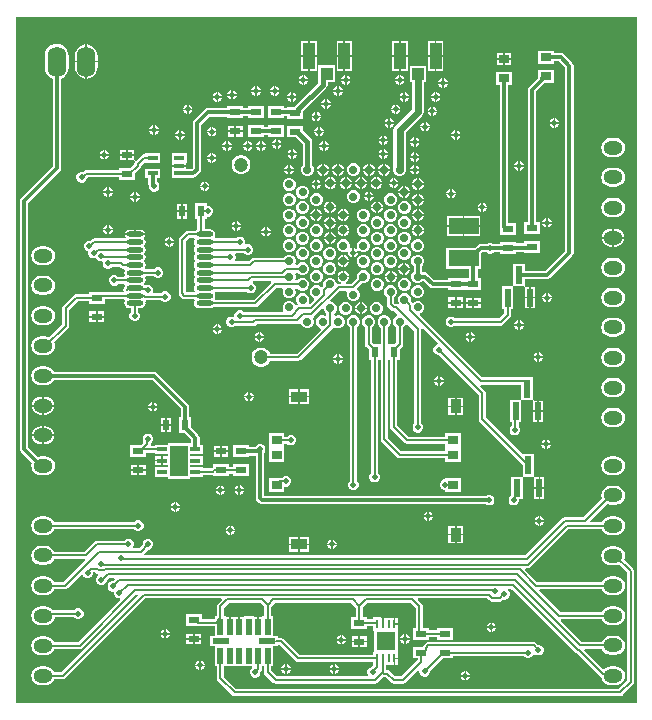
<source format=gtl>
G04*
G04 #@! TF.GenerationSoftware,Altium Limited,Altium Designer,22.10.1 (41)*
G04*
G04 Layer_Physical_Order=1*
G04 Layer_Color=255*
%FSLAX44Y44*%
%MOMM*%
G71*
G04*
G04 #@! TF.SameCoordinates,CF2D2C2D-E053-46F7-9F59-BE4F3A44D851*
G04*
G04*
G04 #@! TF.FilePolarity,Positive*
G04*
G01*
G75*
%ADD12C,0.2000*%
%ADD14C,0.6000*%
%ADD18R,1.4900X2.6500*%
%ADD19R,0.9000X0.4000*%
%ADD20R,0.9500X0.6000*%
%ADD21R,0.2500X0.7500*%
%ADD22R,1.6300X1.6300*%
%ADD23R,0.9500X1.2000*%
%ADD24R,1.4000X0.9500*%
%ADD25R,0.9000X0.8000*%
%ADD26R,1.4000X0.5000*%
%ADD27R,0.5000X1.4000*%
%ADD28C,0.7000*%
%ADD29R,0.6000X0.9500*%
%ADD30C,1.2000*%
%ADD31R,1.0000X2.2000*%
%ADD32R,1.0000X1.0000*%
%ADD33R,0.9500X0.7000*%
%ADD34R,0.5500X1.5000*%
%ADD35O,1.4000X0.4500*%
%ADD36R,2.5000X1.3500*%
%ADD59C,0.3000*%
%ADD60C,0.4000*%
%ADD61O,1.6000X1.2000*%
%ADD62O,1.6000X2.6000*%
%ADD63C,0.5000*%
G36*
X527932Y22068D02*
X2068D01*
Y602932D01*
X527932D01*
Y22068D01*
D02*
G37*
%LPC*%
G36*
X286919Y582280D02*
X281168D01*
Y570530D01*
X286919D01*
Y582280D01*
D02*
G37*
G36*
X279669D02*
X273918D01*
Y570530D01*
X279669D01*
Y582280D01*
D02*
G37*
G36*
X256919D02*
X251168D01*
Y570530D01*
X256919D01*
Y582280D01*
D02*
G37*
G36*
X249669D02*
X243918D01*
Y570530D01*
X249669D01*
Y582280D01*
D02*
G37*
G36*
X364169Y582030D02*
X358419D01*
Y570280D01*
X364169D01*
Y582030D01*
D02*
G37*
G36*
X356918D02*
X351169D01*
Y570280D01*
X356918D01*
Y582030D01*
D02*
G37*
G36*
X334169D02*
X328419D01*
Y570280D01*
X334169D01*
Y582030D01*
D02*
G37*
G36*
X326918D02*
X321169D01*
Y570280D01*
X326918D01*
Y582030D01*
D02*
G37*
G36*
X421837Y572058D02*
X416337D01*
Y567808D01*
X421837D01*
Y572058D01*
D02*
G37*
G36*
X414837D02*
X409337D01*
Y567808D01*
X414837D01*
Y572058D01*
D02*
G37*
G36*
X62750Y579483D02*
Y565750D01*
X71582D01*
Y570000D01*
X71255Y572480D01*
X70298Y574791D01*
X68776Y576776D01*
X66791Y578298D01*
X64480Y579255D01*
X62750Y579483D01*
D02*
G37*
G36*
X61250D02*
X59520Y579255D01*
X57209Y578298D01*
X55225Y576776D01*
X53702Y574791D01*
X52744Y572480D01*
X52418Y570000D01*
Y565750D01*
X61250D01*
Y579483D01*
D02*
G37*
G36*
X421837Y566308D02*
X416337D01*
Y562058D01*
X421837D01*
Y566308D01*
D02*
G37*
G36*
X414837D02*
X409337D01*
Y562058D01*
X414837D01*
Y566308D01*
D02*
G37*
G36*
X286919Y569030D02*
X281168D01*
Y557280D01*
X286919D01*
Y569030D01*
D02*
G37*
G36*
X279669D02*
X273918D01*
Y557280D01*
X279669D01*
Y569030D01*
D02*
G37*
G36*
X256919D02*
X251168D01*
Y557280D01*
X256919D01*
Y569030D01*
D02*
G37*
G36*
X249669D02*
X243918D01*
Y557280D01*
X249669D01*
Y569030D01*
D02*
G37*
G36*
X364169Y568780D02*
X358419D01*
Y557030D01*
X364169D01*
Y568780D01*
D02*
G37*
G36*
X356918D02*
X351169D01*
Y557030D01*
X356918D01*
Y568780D01*
D02*
G37*
G36*
X334169D02*
X328419D01*
Y557030D01*
X334169D01*
Y568780D01*
D02*
G37*
G36*
X326918D02*
X321169D01*
Y557030D01*
X326918D01*
Y568780D01*
D02*
G37*
G36*
X61250Y564250D02*
X52418D01*
Y560000D01*
X52744Y557520D01*
X53702Y555209D01*
X55225Y553224D01*
X57209Y551702D01*
X59520Y550745D01*
X61250Y550517D01*
Y564250D01*
D02*
G37*
G36*
X71582D02*
X62750D01*
Y550517D01*
X64480Y550745D01*
X66791Y551702D01*
X68776Y553224D01*
X70298Y555209D01*
X71255Y557520D01*
X71582Y560000D01*
Y564250D01*
D02*
G37*
G36*
X327964Y553446D02*
X327919D01*
Y550196D01*
X331169D01*
Y550242D01*
X330560Y551712D01*
X329434Y552837D01*
X327964Y553446D01*
D02*
G37*
G36*
X326418D02*
X326373D01*
X324903Y552837D01*
X323778Y551712D01*
X323168Y550242D01*
Y550196D01*
X326418D01*
Y553446D01*
D02*
G37*
G36*
X282464D02*
X282418D01*
Y550196D01*
X285669D01*
Y550242D01*
X285060Y551712D01*
X283934Y552837D01*
X282464Y553446D01*
D02*
G37*
G36*
X280919D02*
X280873D01*
X279403Y552837D01*
X278277Y551712D01*
X277669Y550242D01*
Y550196D01*
X280919D01*
Y553446D01*
D02*
G37*
G36*
X246653D02*
X246607D01*
Y550196D01*
X249857D01*
Y550242D01*
X249248Y551712D01*
X248123Y552837D01*
X246653Y553446D01*
D02*
G37*
G36*
X245107D02*
X245061D01*
X243591Y552837D01*
X242466Y551712D01*
X241857Y550242D01*
Y550196D01*
X245107D01*
Y553446D01*
D02*
G37*
G36*
X364796Y551000D02*
X364750D01*
Y547750D01*
X368000D01*
Y547796D01*
X367391Y549266D01*
X366266Y550391D01*
X364796Y551000D01*
D02*
G37*
G36*
X363250D02*
X363204D01*
X361734Y550391D01*
X360609Y549266D01*
X360000Y547796D01*
Y547750D01*
X363250D01*
Y551000D01*
D02*
G37*
G36*
X331169Y548696D02*
X327919D01*
Y545446D01*
X327964D01*
X329434Y546055D01*
X330560Y547181D01*
X331169Y548651D01*
Y548696D01*
D02*
G37*
G36*
X326418D02*
X323168D01*
Y548651D01*
X323778Y547181D01*
X324903Y546055D01*
X326373Y545446D01*
X326418D01*
Y548696D01*
D02*
G37*
G36*
X285669D02*
X282418D01*
Y545446D01*
X282464D01*
X283934Y546055D01*
X285060Y547181D01*
X285669Y548651D01*
Y548696D01*
D02*
G37*
G36*
X280919D02*
X277669D01*
Y548651D01*
X278277Y547181D01*
X279403Y546055D01*
X280873Y545446D01*
X280919D01*
Y548696D01*
D02*
G37*
G36*
X249857D02*
X246607D01*
Y545446D01*
X246653D01*
X248123Y546055D01*
X249248Y547181D01*
X249857Y548651D01*
Y548696D01*
D02*
G37*
G36*
X245107D02*
X241857D01*
Y548651D01*
X242466Y547181D01*
X243591Y546055D01*
X245061Y545446D01*
X245107D01*
Y548696D01*
D02*
G37*
G36*
X368000Y546250D02*
X364750D01*
Y543000D01*
X364796D01*
X366266Y543609D01*
X367391Y544734D01*
X368000Y546204D01*
Y546250D01*
D02*
G37*
G36*
X363250D02*
X360000D01*
Y546204D01*
X360609Y544734D01*
X361734Y543609D01*
X363204Y543000D01*
X363250D01*
Y546250D01*
D02*
G37*
G36*
X275964Y544008D02*
X275919D01*
Y540758D01*
X279168D01*
Y540804D01*
X278560Y542274D01*
X277434Y543399D01*
X275964Y544008D01*
D02*
G37*
G36*
X274419D02*
X274373D01*
X272903Y543399D01*
X271777Y542274D01*
X271168Y540804D01*
Y540758D01*
X274419D01*
Y544008D01*
D02*
G37*
G36*
X222214D02*
X222169D01*
Y540758D01*
X225418D01*
Y540804D01*
X224810Y542274D01*
X223684Y543399D01*
X222214Y544008D01*
D02*
G37*
G36*
X220669D02*
X220623D01*
X219153Y543399D01*
X218027Y542274D01*
X217419Y540804D01*
Y540758D01*
X220669D01*
Y544008D01*
D02*
G37*
G36*
X206464D02*
X206419D01*
Y540758D01*
X209669D01*
Y540804D01*
X209060Y542274D01*
X207934Y543399D01*
X206464Y544008D01*
D02*
G37*
G36*
X204919D02*
X204873D01*
X203403Y543399D01*
X202278Y542274D01*
X201669Y540804D01*
Y540758D01*
X204919D01*
Y544008D01*
D02*
G37*
G36*
X185947Y541000D02*
X185902D01*
Y537750D01*
X189152D01*
Y537796D01*
X188543Y539266D01*
X187418Y540391D01*
X185947Y541000D01*
D02*
G37*
G36*
X184402D02*
X184356D01*
X182886Y540391D01*
X181761Y539266D01*
X181152Y537796D01*
Y537750D01*
X184402D01*
Y541000D01*
D02*
G37*
G36*
X279168Y539258D02*
X275919D01*
Y536008D01*
X275964D01*
X277434Y536617D01*
X278560Y537742D01*
X279168Y539212D01*
Y539258D01*
D02*
G37*
G36*
X274419D02*
X271168D01*
Y539212D01*
X271777Y537742D01*
X272903Y536617D01*
X274373Y536008D01*
X274419D01*
Y539258D01*
D02*
G37*
G36*
X225418D02*
X222169D01*
Y536008D01*
X222214D01*
X223684Y536617D01*
X224810Y537742D01*
X225418Y539212D01*
Y539258D01*
D02*
G37*
G36*
X220669D02*
X217419D01*
Y539212D01*
X218027Y537742D01*
X219153Y536617D01*
X220623Y536008D01*
X220669D01*
Y539258D01*
D02*
G37*
G36*
X209669D02*
X206419D01*
Y536008D01*
X206464D01*
X207934Y536617D01*
X209060Y537742D01*
X209669Y539212D01*
Y539258D01*
D02*
G37*
G36*
X204919D02*
X201669D01*
Y539212D01*
X202278Y537742D01*
X203403Y536617D01*
X204873Y536008D01*
X204919D01*
Y539258D01*
D02*
G37*
G36*
X358464Y539000D02*
X358419D01*
Y535750D01*
X361669D01*
Y535796D01*
X361060Y537266D01*
X359934Y538391D01*
X358464Y539000D01*
D02*
G37*
G36*
X356918D02*
X356873D01*
X355403Y538391D01*
X354277Y537266D01*
X353669Y535796D01*
Y535750D01*
X356918D01*
Y539000D01*
D02*
G37*
G36*
X331964D02*
X331918D01*
Y535750D01*
X335168D01*
Y535796D01*
X334560Y537266D01*
X333434Y538391D01*
X331964Y539000D01*
D02*
G37*
G36*
X330419D02*
X330373D01*
X328903Y538391D01*
X327777Y537266D01*
X327169Y535796D01*
Y535750D01*
X330419D01*
Y539000D01*
D02*
G37*
G36*
X236724D02*
X236679D01*
Y535750D01*
X239929D01*
Y535796D01*
X239320Y537266D01*
X238194Y538391D01*
X236724Y539000D01*
D02*
G37*
G36*
X235179D02*
X235133D01*
X233663Y538391D01*
X232538Y537266D01*
X231929Y535796D01*
Y535750D01*
X235179D01*
Y539000D01*
D02*
G37*
G36*
X173796D02*
X173750D01*
Y535750D01*
X177000D01*
Y535796D01*
X176391Y537266D01*
X175266Y538391D01*
X173796Y539000D01*
D02*
G37*
G36*
X172250D02*
X172204D01*
X170734Y538391D01*
X169609Y537266D01*
X169000Y535796D01*
Y535750D01*
X172250D01*
Y539000D01*
D02*
G37*
G36*
X189152Y536250D02*
X185902D01*
Y533000D01*
X185947D01*
X187418Y533609D01*
X188543Y534734D01*
X189152Y536204D01*
Y536250D01*
D02*
G37*
G36*
X184402D02*
X181152D01*
Y536204D01*
X181761Y534734D01*
X182886Y533609D01*
X184356Y533000D01*
X184402D01*
Y536250D01*
D02*
G37*
G36*
X361669Y534250D02*
X358419D01*
Y531000D01*
X358464D01*
X359934Y531609D01*
X361060Y532734D01*
X361669Y534204D01*
Y534250D01*
D02*
G37*
G36*
X356918D02*
X353669D01*
Y534204D01*
X354277Y532734D01*
X355403Y531609D01*
X356873Y531000D01*
X356918D01*
Y534250D01*
D02*
G37*
G36*
X335168D02*
X331918D01*
Y531000D01*
X331964D01*
X333434Y531609D01*
X334560Y532734D01*
X335168Y534204D01*
Y534250D01*
D02*
G37*
G36*
X330419D02*
X327169D01*
Y534204D01*
X327777Y532734D01*
X328903Y531609D01*
X330373Y531000D01*
X330419D01*
Y534250D01*
D02*
G37*
G36*
X239929D02*
X236679D01*
Y531000D01*
X236724D01*
X238194Y531609D01*
X239320Y532734D01*
X239929Y534204D01*
Y534250D01*
D02*
G37*
G36*
X235179D02*
X231929D01*
Y534204D01*
X232538Y532734D01*
X233663Y531609D01*
X235133Y531000D01*
X235179D01*
Y534250D01*
D02*
G37*
G36*
X177000D02*
X173750D01*
Y531000D01*
X173796D01*
X175266Y531609D01*
X176391Y532734D01*
X177000Y534204D01*
Y534250D01*
D02*
G37*
G36*
X172250D02*
X169000D01*
Y534204D01*
X169609Y532734D01*
X170734Y531609D01*
X172204Y531000D01*
X172250D01*
Y534250D01*
D02*
G37*
G36*
X265796Y533252D02*
X265750D01*
Y530003D01*
X269000D01*
Y530048D01*
X268391Y531518D01*
X267266Y532644D01*
X265796Y533252D01*
D02*
G37*
G36*
X264250D02*
X264204D01*
X262734Y532644D01*
X261609Y531518D01*
X261000Y530048D01*
Y530003D01*
X264250D01*
Y533252D01*
D02*
G37*
G36*
X212419Y527425D02*
X198919D01*
Y525781D01*
X194750D01*
Y527000D01*
X181250D01*
Y525569D01*
X164950D01*
X163584Y525297D01*
X162426Y524523D01*
X153426Y515523D01*
X152653Y514366D01*
X152381Y513000D01*
Y475008D01*
X151222Y473848D01*
X147137D01*
Y474280D01*
X146637D01*
Y476030D01*
X140637D01*
X134637D01*
Y474280D01*
X134137D01*
Y466280D01*
X147137D01*
Y466711D01*
X152700D01*
X154065Y466983D01*
X155223Y467757D01*
X158473Y471007D01*
X159247Y472164D01*
X159518Y473530D01*
Y511522D01*
X166428Y518431D01*
X181250D01*
Y517000D01*
X194750D01*
Y518644D01*
X198919D01*
Y517425D01*
X212419D01*
Y527425D01*
D02*
G37*
G36*
X272418Y561780D02*
X258419D01*
Y552174D01*
X258340Y551780D01*
X258340Y551780D01*
Y547207D01*
X238535Y527402D01*
X238111Y526768D01*
X231919D01*
Y525665D01*
X229419D01*
Y527425D01*
X215919D01*
Y517425D01*
X229419D01*
Y518528D01*
X231919D01*
Y516768D01*
X245419D01*
Y522374D01*
X245497Y522768D01*
X245497Y522768D01*
Y522829D01*
X265302Y542634D01*
X265302Y542634D01*
X266186Y543957D01*
X266497Y545518D01*
X266497Y545518D01*
Y547780D01*
X272418D01*
Y561780D01*
D02*
G37*
G36*
X324657Y528518D02*
X324611D01*
Y525268D01*
X327861D01*
Y525314D01*
X327252Y526784D01*
X326127Y527909D01*
X324657Y528518D01*
D02*
G37*
G36*
X323111D02*
X323065D01*
X321595Y527909D01*
X320470Y526784D01*
X319861Y525314D01*
Y525268D01*
X323111D01*
Y528518D01*
D02*
G37*
G36*
X148683D02*
X148637D01*
Y525268D01*
X151888D01*
Y525314D01*
X151278Y526784D01*
X150153Y527909D01*
X148683Y528518D01*
D02*
G37*
G36*
X147137D02*
X147092D01*
X145622Y527909D01*
X144496Y526784D01*
X143888Y525314D01*
Y525268D01*
X147137D01*
Y528518D01*
D02*
G37*
G36*
X269000Y528503D02*
X265750D01*
Y525252D01*
X265796D01*
X267266Y525862D01*
X268391Y526987D01*
X269000Y528457D01*
Y528503D01*
D02*
G37*
G36*
X264250D02*
X261000D01*
Y528457D01*
X261609Y526987D01*
X262734Y525862D01*
X264204Y525252D01*
X264250D01*
Y528503D01*
D02*
G37*
G36*
X355796Y526768D02*
X355750D01*
Y523518D01*
X359000D01*
Y523564D01*
X358391Y525034D01*
X357266Y526159D01*
X355796Y526768D01*
D02*
G37*
G36*
X354250D02*
X354204D01*
X352734Y526159D01*
X351609Y525034D01*
X351000Y523564D01*
Y523518D01*
X354250D01*
Y526768D01*
D02*
G37*
G36*
X327861Y523768D02*
X324611D01*
Y520518D01*
X324657D01*
X326127Y521127D01*
X327252Y522253D01*
X327861Y523723D01*
Y523768D01*
D02*
G37*
G36*
X323111D02*
X319861D01*
Y523723D01*
X320470Y522253D01*
X321595Y521127D01*
X323065Y520518D01*
X323111D01*
Y523768D01*
D02*
G37*
G36*
X151888D02*
X148637D01*
Y520518D01*
X148683D01*
X150153Y521127D01*
X151278Y522253D01*
X151888Y523723D01*
Y523768D01*
D02*
G37*
G36*
X147137D02*
X143888D01*
Y523723D01*
X144496Y522253D01*
X145622Y521127D01*
X147092Y520518D01*
X147137D01*
Y523768D01*
D02*
G37*
G36*
X257464Y522501D02*
X257418D01*
Y519251D01*
X260669D01*
Y519297D01*
X260060Y520767D01*
X258934Y521892D01*
X257464Y522501D01*
D02*
G37*
G36*
X255919D02*
X255873D01*
X254403Y521892D01*
X253277Y520767D01*
X252669Y519297D01*
Y519251D01*
X255919D01*
Y522501D01*
D02*
G37*
G36*
X359000Y522018D02*
X355750D01*
Y518768D01*
X355796D01*
X357266Y519377D01*
X358391Y520503D01*
X359000Y521973D01*
Y522018D01*
D02*
G37*
G36*
X354250D02*
X351000D01*
Y521973D01*
X351609Y520503D01*
X352734Y519377D01*
X354204Y518768D01*
X354250D01*
Y522018D01*
D02*
G37*
G36*
X260669Y517751D02*
X257418D01*
Y514501D01*
X257464D01*
X258934Y515110D01*
X260060Y516235D01*
X260669Y517705D01*
Y517751D01*
D02*
G37*
G36*
X255919D02*
X252669D01*
Y517705D01*
X253277Y516235D01*
X254403Y515110D01*
X255873Y514501D01*
X255919D01*
Y517751D01*
D02*
G37*
G36*
X459133Y517074D02*
X459087D01*
Y513824D01*
X462337D01*
Y513870D01*
X461728Y515340D01*
X460603Y516465D01*
X459133Y517074D01*
D02*
G37*
G36*
X457587D02*
X457542D01*
X456071Y516465D01*
X454946Y515340D01*
X454337Y513870D01*
Y513824D01*
X457587D01*
Y517074D01*
D02*
G37*
G36*
X319384D02*
X319338D01*
Y513824D01*
X322589D01*
Y513870D01*
X321980Y515340D01*
X320854Y516465D01*
X319384Y517074D01*
D02*
G37*
G36*
X317839D02*
X317793D01*
X316323Y516465D01*
X315198Y515340D01*
X314589Y513870D01*
Y513824D01*
X317839D01*
Y517074D01*
D02*
G37*
G36*
X349714Y514000D02*
X349669D01*
Y510750D01*
X352919D01*
Y510796D01*
X352309Y512266D01*
X351184Y513391D01*
X349714Y514000D01*
D02*
G37*
G36*
X348168D02*
X348123D01*
X346653Y513391D01*
X345527Y512266D01*
X344919Y510796D01*
Y510750D01*
X348168D01*
Y514000D01*
D02*
G37*
G36*
X229419Y511425D02*
X215919D01*
Y509994D01*
X212419D01*
Y511425D01*
X198919D01*
Y501425D01*
X212419D01*
Y502857D01*
X215919D01*
Y501425D01*
X229419D01*
Y511425D01*
D02*
G37*
G36*
X462337Y512324D02*
X459087D01*
Y509074D01*
X459133D01*
X460603Y509683D01*
X461728Y510808D01*
X462337Y512278D01*
Y512324D01*
D02*
G37*
G36*
X457587D02*
X454337D01*
Y512278D01*
X454946Y510808D01*
X456071Y509683D01*
X457542Y509074D01*
X457587D01*
Y512324D01*
D02*
G37*
G36*
X322589D02*
X319338D01*
Y509074D01*
X319384D01*
X320854Y509683D01*
X321980Y510808D01*
X322589Y512278D01*
Y512324D01*
D02*
G37*
G36*
X317839D02*
X314589D01*
Y512278D01*
X315198Y510808D01*
X316323Y509683D01*
X317793Y509074D01*
X317839D01*
Y512324D01*
D02*
G37*
G36*
X120115Y510925D02*
X120070D01*
Y507675D01*
X123320D01*
Y507721D01*
X122711Y509191D01*
X121586Y510316D01*
X120115Y510925D01*
D02*
G37*
G36*
X118570D02*
X118524D01*
X117054Y510316D01*
X115929Y509191D01*
X115320Y507721D01*
Y507675D01*
X118570D01*
Y510925D01*
D02*
G37*
G36*
X194250Y510500D02*
X188750D01*
Y506750D01*
X194250D01*
Y510500D01*
D02*
G37*
G36*
X187250D02*
X181750D01*
Y506750D01*
X187250D01*
Y510500D01*
D02*
G37*
G36*
X259796Y509768D02*
X259750D01*
Y506518D01*
X263000D01*
Y506564D01*
X262391Y508034D01*
X261266Y509159D01*
X259796Y509768D01*
D02*
G37*
G36*
X258250D02*
X258204D01*
X256734Y509159D01*
X255609Y508034D01*
X255000Y506564D01*
Y506518D01*
X258250D01*
Y509768D01*
D02*
G37*
G36*
X168796D02*
X168750D01*
Y506518D01*
X172000D01*
Y506564D01*
X171391Y508034D01*
X170266Y509159D01*
X168796Y509768D01*
D02*
G37*
G36*
X167250D02*
X167204D01*
X165734Y509159D01*
X164609Y508034D01*
X164000Y506564D01*
Y506518D01*
X167250D01*
Y509768D01*
D02*
G37*
G36*
X352919Y509250D02*
X349669D01*
Y506000D01*
X349714D01*
X351184Y506609D01*
X352309Y507734D01*
X352919Y509204D01*
Y509250D01*
D02*
G37*
G36*
X348168D02*
X344919D01*
Y509204D01*
X345527Y507734D01*
X346653Y506609D01*
X348123Y506000D01*
X348168D01*
Y509250D01*
D02*
G37*
G36*
X375464Y507000D02*
X375419D01*
Y503750D01*
X378669D01*
Y503796D01*
X378060Y505266D01*
X376934Y506391D01*
X375464Y507000D01*
D02*
G37*
G36*
X373918D02*
X373873D01*
X372403Y506391D01*
X371278Y505266D01*
X370668Y503796D01*
Y503750D01*
X373918D01*
Y507000D01*
D02*
G37*
G36*
X141933D02*
X141887D01*
Y503750D01*
X145138D01*
Y503796D01*
X144529Y505266D01*
X143403Y506391D01*
X141933Y507000D01*
D02*
G37*
G36*
X140387D02*
X140342D01*
X138872Y506391D01*
X137746Y505266D01*
X137137Y503796D01*
Y503750D01*
X140387D01*
Y507000D01*
D02*
G37*
G36*
X123320Y506175D02*
X120070D01*
Y502925D01*
X120115D01*
X121586Y503534D01*
X122711Y504660D01*
X123320Y506130D01*
Y506175D01*
D02*
G37*
G36*
X118570D02*
X115320D01*
Y506130D01*
X115929Y504660D01*
X117054Y503534D01*
X118524Y502925D01*
X118570D01*
Y506175D01*
D02*
G37*
G36*
X263000Y505018D02*
X259750D01*
Y501768D01*
X259796D01*
X261266Y502377D01*
X262391Y503502D01*
X263000Y504973D01*
Y505018D01*
D02*
G37*
G36*
X258250D02*
X255000D01*
Y504973D01*
X255609Y503502D01*
X256734Y502377D01*
X258204Y501768D01*
X258250D01*
Y505018D01*
D02*
G37*
G36*
X172000D02*
X168750D01*
Y501768D01*
X168796D01*
X170266Y502377D01*
X171391Y503502D01*
X172000Y504973D01*
Y505018D01*
D02*
G37*
G36*
X167250D02*
X164000D01*
Y504973D01*
X164609Y503502D01*
X165734Y502377D01*
X167204Y501768D01*
X167250D01*
Y505018D01*
D02*
G37*
G36*
X194250Y505250D02*
X188750D01*
Y501500D01*
X194250D01*
Y505250D01*
D02*
G37*
G36*
X187250D02*
X181750D01*
Y501500D01*
X187250D01*
Y505250D01*
D02*
G37*
G36*
X314214Y502281D02*
X314168D01*
Y499031D01*
X317418D01*
Y499077D01*
X316810Y500547D01*
X315684Y501672D01*
X314214Y502281D01*
D02*
G37*
G36*
X312668D02*
X312623D01*
X311153Y501672D01*
X310027Y500547D01*
X309418Y499077D01*
Y499031D01*
X312668D01*
Y502281D01*
D02*
G37*
G36*
X378669Y502250D02*
X375419D01*
Y499000D01*
X375464D01*
X376934Y499609D01*
X378060Y500734D01*
X378669Y502204D01*
Y502250D01*
D02*
G37*
G36*
X373918D02*
X370668D01*
Y502204D01*
X371278Y500734D01*
X372403Y499609D01*
X373873Y499000D01*
X373918D01*
Y502250D01*
D02*
G37*
G36*
X145138D02*
X141887D01*
Y499000D01*
X141933D01*
X143403Y499609D01*
X144529Y500734D01*
X145138Y502204D01*
Y502250D01*
D02*
G37*
G36*
X140387D02*
X137137D01*
Y502204D01*
X137746Y500734D01*
X138872Y499609D01*
X140342Y499000D01*
X140387D01*
Y502250D01*
D02*
G37*
G36*
X340796Y501018D02*
X340750D01*
Y497768D01*
X344000D01*
Y497814D01*
X343391Y499284D01*
X342266Y500409D01*
X340796Y501018D01*
D02*
G37*
G36*
X339250D02*
X339204D01*
X337734Y500409D01*
X336609Y499284D01*
X336000Y497814D01*
Y497768D01*
X339250D01*
Y501018D01*
D02*
G37*
G36*
X223964Y499282D02*
X223918D01*
Y496032D01*
X227169D01*
Y496078D01*
X226560Y497548D01*
X225434Y498673D01*
X223964Y499282D01*
D02*
G37*
G36*
X222419D02*
X222373D01*
X220903Y498673D01*
X219778Y497548D01*
X219168Y496078D01*
Y496032D01*
X222419D01*
Y499282D01*
D02*
G37*
G36*
X317418Y497531D02*
X314168D01*
Y494281D01*
X314214D01*
X315684Y494890D01*
X316810Y496015D01*
X317418Y497485D01*
Y497531D01*
D02*
G37*
G36*
X312668D02*
X309418D01*
Y497485D01*
X310027Y496015D01*
X311153Y494890D01*
X312623Y494281D01*
X312668D01*
Y497531D01*
D02*
G37*
G36*
X263964Y497500D02*
X263918D01*
Y494250D01*
X267169D01*
Y494295D01*
X266560Y495765D01*
X265434Y496891D01*
X263964Y497500D01*
D02*
G37*
G36*
X262419D02*
X262373D01*
X260903Y496891D01*
X259778Y495765D01*
X259169Y494295D01*
Y494250D01*
X262419D01*
Y497500D01*
D02*
G37*
G36*
X210714D02*
X210669D01*
Y494250D01*
X213918D01*
Y494295D01*
X213310Y495765D01*
X212184Y496891D01*
X210714Y497500D01*
D02*
G37*
G36*
X209169D02*
X209123D01*
X207653Y496891D01*
X206528Y495765D01*
X205919Y494295D01*
Y494250D01*
X209169D01*
Y497500D01*
D02*
G37*
G36*
X199350D02*
X199304D01*
Y494250D01*
X202554D01*
Y494295D01*
X201945Y495765D01*
X200820Y496891D01*
X199350Y497500D01*
D02*
G37*
G36*
X197804D02*
X197758D01*
X196288Y496891D01*
X195163Y495765D01*
X194554Y494295D01*
Y494250D01*
X197804D01*
Y497500D01*
D02*
G37*
G36*
X181796D02*
X181750D01*
Y494250D01*
X185000D01*
Y494295D01*
X184391Y495765D01*
X183266Y496891D01*
X181796Y497500D01*
D02*
G37*
G36*
X180250D02*
X180204D01*
X178734Y496891D01*
X177609Y495765D01*
X177000Y494295D01*
Y494250D01*
X180250D01*
Y497500D01*
D02*
G37*
G36*
X344000Y496268D02*
X340750D01*
Y493018D01*
X340796D01*
X342266Y493627D01*
X343391Y494753D01*
X344000Y496223D01*
Y496268D01*
D02*
G37*
G36*
X339250D02*
X336000D01*
Y496223D01*
X336609Y494753D01*
X337734Y493627D01*
X339204Y493018D01*
X339250D01*
Y496268D01*
D02*
G37*
G36*
X227169Y494532D02*
X223918D01*
Y491282D01*
X223964D01*
X225434Y491891D01*
X226560Y493016D01*
X227169Y494486D01*
Y494532D01*
D02*
G37*
G36*
X222419D02*
X219168D01*
Y494486D01*
X219778Y493016D01*
X220903Y491891D01*
X222373Y491282D01*
X222419D01*
Y494532D01*
D02*
G37*
G36*
X267169Y492750D02*
X263918D01*
Y489500D01*
X263964D01*
X265434Y490109D01*
X266560Y491234D01*
X267169Y492704D01*
Y492750D01*
D02*
G37*
G36*
X262419D02*
X259169D01*
Y492704D01*
X259778Y491234D01*
X260903Y490109D01*
X262373Y489500D01*
X262419D01*
Y492750D01*
D02*
G37*
G36*
X213918D02*
X210669D01*
Y489500D01*
X210714D01*
X212184Y490109D01*
X213310Y491234D01*
X213918Y492704D01*
Y492750D01*
D02*
G37*
G36*
X209169D02*
X205919D01*
Y492704D01*
X206528Y491234D01*
X207653Y490109D01*
X209123Y489500D01*
X209169D01*
Y492750D01*
D02*
G37*
G36*
X202554D02*
X199304D01*
Y489500D01*
X199350D01*
X200820Y490109D01*
X201945Y491234D01*
X202554Y492704D01*
Y492750D01*
D02*
G37*
G36*
X197804D02*
X194554D01*
Y492704D01*
X195163Y491234D01*
X196288Y490109D01*
X197758Y489500D01*
X197804D01*
Y492750D01*
D02*
G37*
G36*
X185000D02*
X181750D01*
Y489500D01*
X181796D01*
X183266Y490109D01*
X184391Y491234D01*
X185000Y492704D01*
Y492750D01*
D02*
G37*
G36*
X180250D02*
X177000D01*
Y492704D01*
X177609Y491234D01*
X178734Y490109D01*
X180204Y489500D01*
X180250D01*
Y492750D01*
D02*
G37*
G36*
X314214Y490686D02*
X314168D01*
Y487435D01*
X317418D01*
Y487481D01*
X316810Y488951D01*
X315684Y490077D01*
X314214Y490686D01*
D02*
G37*
G36*
X312668D02*
X312623D01*
X311153Y490077D01*
X310027Y488951D01*
X309418Y487481D01*
Y487435D01*
X312668D01*
Y490686D01*
D02*
G37*
G36*
X237216D02*
X237170D01*
Y487435D01*
X240420D01*
Y487481D01*
X239811Y488951D01*
X238686Y490077D01*
X237216Y490686D01*
D02*
G37*
G36*
X235670D02*
X235625D01*
X234154Y490077D01*
X233029Y488951D01*
X232420Y487481D01*
Y487435D01*
X235670D01*
Y490686D01*
D02*
G37*
G36*
X78182Y490186D02*
X78136D01*
Y486936D01*
X81386D01*
Y486981D01*
X80777Y488451D01*
X79652Y489577D01*
X78182Y490186D01*
D02*
G37*
G36*
X76636D02*
X76590D01*
X75120Y489577D01*
X73995Y488451D01*
X73386Y486981D01*
Y486936D01*
X76636D01*
Y490186D01*
D02*
G37*
G36*
X102711Y490280D02*
X97211D01*
Y486530D01*
X102711D01*
Y490280D01*
D02*
G37*
G36*
X95711D02*
X90211D01*
Y486530D01*
X95711D01*
Y490280D01*
D02*
G37*
G36*
X340796Y488030D02*
X340750D01*
Y484780D01*
X344000D01*
Y484826D01*
X343391Y486296D01*
X342266Y487421D01*
X340796Y488030D01*
D02*
G37*
G36*
X339250D02*
X339204D01*
X337734Y487421D01*
X336609Y486296D01*
X336000Y484826D01*
Y484780D01*
X339250D01*
Y488030D01*
D02*
G37*
G36*
X510000Y500169D02*
X506000D01*
X503912Y499894D01*
X501965Y499088D01*
X500294Y497806D01*
X499012Y496134D01*
X498206Y494188D01*
X497931Y492100D01*
X498206Y490011D01*
X499012Y488065D01*
X500294Y486394D01*
X501965Y485112D01*
X503912Y484306D01*
X506000Y484031D01*
X510000D01*
X512088Y484306D01*
X514035Y485112D01*
X515706Y486394D01*
X516988Y488065D01*
X517794Y490011D01*
X518069Y492100D01*
X517794Y494188D01*
X516988Y496134D01*
X515706Y497806D01*
X514035Y499088D01*
X512088Y499894D01*
X510000Y500169D01*
D02*
G37*
G36*
X168796Y487280D02*
X168750D01*
Y484030D01*
X172000D01*
Y484076D01*
X171391Y485546D01*
X170266Y486671D01*
X168796Y487280D01*
D02*
G37*
G36*
X167250D02*
X167204D01*
X165734Y486671D01*
X164609Y485546D01*
X164000Y484076D01*
Y484030D01*
X167250D01*
Y487280D01*
D02*
G37*
G36*
X317418Y485936D02*
X314168D01*
Y482686D01*
X314214D01*
X315684Y483294D01*
X316810Y484420D01*
X317418Y485890D01*
Y485936D01*
D02*
G37*
G36*
X312668D02*
X309418D01*
Y485890D01*
X310027Y484420D01*
X311153Y483294D01*
X312623Y482686D01*
X312668D01*
Y485936D01*
D02*
G37*
G36*
X240420D02*
X237170D01*
Y482686D01*
X237216D01*
X238686Y483294D01*
X239811Y484420D01*
X240420Y485890D01*
Y485936D01*
D02*
G37*
G36*
X235670D02*
X232420D01*
Y485890D01*
X233029Y484420D01*
X234154Y483294D01*
X235625Y482686D01*
X235670D01*
Y485936D01*
D02*
G37*
G36*
X81386Y485436D02*
X78136D01*
Y482186D01*
X78182D01*
X79652Y482794D01*
X80777Y483920D01*
X81386Y485390D01*
Y485436D01*
D02*
G37*
G36*
X76636D02*
X73386D01*
Y485390D01*
X73995Y483920D01*
X75120Y482794D01*
X76590Y482186D01*
X76636D01*
Y485436D01*
D02*
G37*
G36*
X95711Y485030D02*
X90211D01*
Y481280D01*
X95711D01*
Y485030D01*
D02*
G37*
G36*
X124637Y487280D02*
X111637D01*
Y486339D01*
X110638D01*
X109467Y486106D01*
X108475Y485443D01*
X108475Y485443D01*
X103747Y480715D01*
X102711Y481475D01*
X102711Y482534D01*
Y485030D01*
X97211D01*
Y481280D01*
X101457D01*
X102516Y481280D01*
X103238Y480295D01*
X103261Y480229D01*
X102598Y479237D01*
X102414Y478308D01*
X98885Y474780D01*
X89711D01*
Y473133D01*
X61886D01*
X61886Y473133D01*
X60716Y472900D01*
X59723Y472237D01*
X58959Y471473D01*
X58895Y471500D01*
X57105D01*
X55451Y470815D01*
X54185Y469549D01*
X53500Y467895D01*
Y466105D01*
X54185Y464451D01*
X55451Y463185D01*
X57105Y462500D01*
X58895D01*
X60549Y463185D01*
X61815Y464451D01*
X62500Y466105D01*
Y466362D01*
X63153Y467016D01*
X89711D01*
Y464780D01*
X103211D01*
Y470454D01*
X107587Y474830D01*
X107587Y474830D01*
X108250Y475823D01*
X108435Y476752D01*
X110519Y478836D01*
X111637Y479280D01*
Y479280D01*
X111637Y479280D01*
X124637D01*
Y487280D01*
D02*
G37*
G36*
X344000Y483280D02*
X340750D01*
Y480030D01*
X340796D01*
X342266Y480639D01*
X343391Y481764D01*
X344000Y483234D01*
Y483280D01*
D02*
G37*
G36*
X339250D02*
X336000D01*
Y483234D01*
X336609Y481764D01*
X337734Y480639D01*
X339204Y480030D01*
X339250D01*
Y483280D01*
D02*
G37*
G36*
X172000Y482530D02*
X168750D01*
Y479280D01*
X168796D01*
X170266Y479889D01*
X171391Y481014D01*
X172000Y482484D01*
Y482530D01*
D02*
G37*
G36*
X167250D02*
X164000D01*
Y482484D01*
X164609Y481014D01*
X165734Y479889D01*
X167204Y479280D01*
X167250D01*
Y482530D01*
D02*
G37*
G36*
X429214Y480780D02*
X429169D01*
Y477530D01*
X432419D01*
Y477575D01*
X431810Y479046D01*
X430684Y480171D01*
X429214Y480780D01*
D02*
G37*
G36*
X427669D02*
X427623D01*
X426153Y480171D01*
X425028Y479046D01*
X424419Y477575D01*
Y477530D01*
X427669D01*
Y480780D01*
D02*
G37*
G36*
X147137Y487280D02*
X134137D01*
Y479280D01*
X134637D01*
Y477530D01*
X140637D01*
X146637D01*
Y479280D01*
X147137D01*
Y487280D01*
D02*
G37*
G36*
X302163Y478530D02*
X301919D01*
Y474280D01*
X306168D01*
Y474524D01*
X305407Y476362D01*
X304001Y477769D01*
X302163Y478530D01*
D02*
G37*
G36*
X340796Y477530D02*
X340750D01*
Y474280D01*
X344000D01*
Y474325D01*
X343391Y475796D01*
X342266Y476921D01*
X340796Y477530D01*
D02*
G37*
G36*
X339250D02*
X339204D01*
X337734Y476921D01*
X336609Y475796D01*
X336000Y474325D01*
Y474280D01*
X339250D01*
Y477530D01*
D02*
G37*
G36*
X234464D02*
X234419D01*
Y474280D01*
X237668D01*
Y474325D01*
X237060Y475796D01*
X235934Y476921D01*
X234464Y477530D01*
D02*
G37*
G36*
X232919D02*
X232873D01*
X231403Y476921D01*
X230278Y475796D01*
X229669Y474325D01*
Y474280D01*
X232919D01*
Y477530D01*
D02*
G37*
G36*
X300418Y478530D02*
X300174D01*
X298336Y477769D01*
X296930Y476362D01*
X296168Y474524D01*
Y474280D01*
X300418D01*
Y478530D01*
D02*
G37*
G36*
X315163D02*
X314918D01*
Y474280D01*
X319168D01*
Y474524D01*
X318407Y476362D01*
X317001Y477769D01*
X315163Y478530D01*
D02*
G37*
G36*
X263163D02*
X262918D01*
Y474280D01*
X267169D01*
Y474524D01*
X266407Y476362D01*
X265001Y477769D01*
X263163Y478530D01*
D02*
G37*
G36*
X313419D02*
X313174D01*
X311336Y477769D01*
X309930Y476362D01*
X309168Y474524D01*
Y474280D01*
X313419D01*
Y478530D01*
D02*
G37*
G36*
X261418D02*
X261174D01*
X259336Y477769D01*
X257930Y476362D01*
X257169Y474524D01*
Y474280D01*
X261418D01*
Y478530D01*
D02*
G37*
G36*
X276163D02*
X275919D01*
Y474280D01*
X280168D01*
Y474524D01*
X279407Y476362D01*
X278001Y477769D01*
X276163Y478530D01*
D02*
G37*
G36*
X274419D02*
X274174D01*
X272336Y477769D01*
X270930Y476362D01*
X270168Y474524D01*
Y474280D01*
X274419D01*
Y478530D01*
D02*
G37*
G36*
X432419Y476030D02*
X429169D01*
Y472780D01*
X429214D01*
X430684Y473389D01*
X431810Y474514D01*
X432419Y475984D01*
Y476030D01*
D02*
G37*
G36*
X427669D02*
X424419D01*
Y475984D01*
X425028Y474514D01*
X426153Y473389D01*
X427623Y472780D01*
X427669D01*
Y476030D01*
D02*
G37*
G36*
X193973Y485780D02*
X191866D01*
X189832Y485235D01*
X188007Y484181D01*
X186518Y482692D01*
X185465Y480868D01*
X184919Y478833D01*
Y476727D01*
X185465Y474692D01*
X186518Y472868D01*
X188007Y471378D01*
X189832Y470325D01*
X191866Y469780D01*
X193973D01*
X196007Y470325D01*
X197832Y471378D01*
X199321Y472868D01*
X200374Y474692D01*
X200919Y476727D01*
Y478833D01*
X200374Y480868D01*
X199321Y482692D01*
X197832Y484181D01*
X196007Y485235D01*
X193973Y485780D01*
D02*
G37*
G36*
X344000Y472780D02*
X340750D01*
Y469530D01*
X340796D01*
X342266Y470139D01*
X343391Y471264D01*
X344000Y472734D01*
Y472780D01*
D02*
G37*
G36*
X339250D02*
X336000D01*
Y472734D01*
X336609Y471264D01*
X337734Y470139D01*
X339204Y469530D01*
X339250D01*
Y472780D01*
D02*
G37*
G36*
X237668D02*
X234419D01*
Y469530D01*
X234464D01*
X235934Y470139D01*
X237060Y471264D01*
X237668Y472734D01*
Y472780D01*
D02*
G37*
G36*
X232919D02*
X229669D01*
Y472734D01*
X230278Y471264D01*
X231403Y470139D01*
X232873Y469530D01*
X232919D01*
Y472780D01*
D02*
G37*
G36*
X319168Y472780D02*
X314918D01*
Y468530D01*
X315163D01*
X317001Y469291D01*
X318407Y470698D01*
X319168Y472535D01*
Y472780D01*
D02*
G37*
G36*
X313419D02*
X309168D01*
Y472535D01*
X309930Y470698D01*
X311336Y469291D01*
X313174Y468530D01*
X313419D01*
Y472780D01*
D02*
G37*
G36*
X306168Y472780D02*
X301919D01*
Y468530D01*
X302163D01*
X304001Y469291D01*
X305407Y470698D01*
X306168Y472535D01*
Y472780D01*
D02*
G37*
G36*
X300418D02*
X296168D01*
Y472535D01*
X296930Y470698D01*
X298336Y469291D01*
X300174Y468530D01*
X300418D01*
Y472780D01*
D02*
G37*
G36*
X280168Y472780D02*
X275919D01*
Y468530D01*
X276163D01*
X278001Y469291D01*
X279407Y470698D01*
X280168Y472535D01*
Y472780D01*
D02*
G37*
G36*
X274419D02*
X270168D01*
Y472535D01*
X270930Y470698D01*
X272336Y469291D01*
X274174Y468530D01*
X274419D01*
Y472780D01*
D02*
G37*
G36*
X267169Y472780D02*
X262918D01*
Y468530D01*
X263163D01*
X265001Y469291D01*
X266407Y470698D01*
X267169Y472535D01*
Y472780D01*
D02*
G37*
G36*
X261418D02*
X257169D01*
Y472535D01*
X257930Y470698D01*
X259336Y469291D01*
X261174Y468530D01*
X261418D01*
Y472780D01*
D02*
G37*
G36*
X349669Y561530D02*
X335668D01*
Y547530D01*
X337571D01*
Y524537D01*
X323564Y510530D01*
X322459Y508876D01*
X322071Y506925D01*
Y475594D01*
X321669Y474624D01*
Y472436D01*
X322506Y470414D01*
X324053Y468867D01*
X326074Y468030D01*
X328262D01*
X330284Y468867D01*
X331831Y470414D01*
X332668Y472436D01*
Y474624D01*
X332267Y475594D01*
Y504814D01*
X346273Y518820D01*
X347378Y520474D01*
X347766Y522425D01*
Y547530D01*
X349669D01*
Y561530D01*
D02*
G37*
G36*
X289263Y479030D02*
X287075D01*
X285053Y478192D01*
X283506Y476645D01*
X282668Y474624D01*
Y472436D01*
X283506Y470414D01*
X285053Y468867D01*
X287075Y468030D01*
X289263D01*
X291284Y468867D01*
X292831Y470414D01*
X293668Y472436D01*
Y474624D01*
X292831Y476645D01*
X291284Y478192D01*
X289263Y479030D01*
D02*
G37*
G36*
X245419Y510768D02*
X231919D01*
Y500768D01*
X239651D01*
X245090Y495329D01*
Y477230D01*
X244506Y476645D01*
X243668Y474624D01*
Y472436D01*
X244506Y470414D01*
X246053Y468867D01*
X248074Y468030D01*
X250263D01*
X252284Y468867D01*
X253831Y470414D01*
X254669Y472436D01*
Y474624D01*
X253831Y476645D01*
X253247Y477230D01*
Y497018D01*
X253247Y497018D01*
X252936Y498579D01*
X252052Y499902D01*
X252052Y499902D01*
X245419Y506536D01*
Y510768D01*
D02*
G37*
G36*
X269663Y467030D02*
X269419D01*
Y462780D01*
X273668D01*
Y463024D01*
X272907Y464862D01*
X271501Y466269D01*
X269663Y467030D01*
D02*
G37*
G36*
X267918D02*
X267674D01*
X265836Y466269D01*
X264430Y464862D01*
X263669Y463024D01*
Y462780D01*
X267918D01*
Y467030D01*
D02*
G37*
G36*
X282663D02*
X282418D01*
Y462780D01*
X286668D01*
Y463024D01*
X285907Y464862D01*
X284501Y466269D01*
X282663Y467030D01*
D02*
G37*
G36*
X322964Y466030D02*
X322919D01*
Y462780D01*
X326169D01*
Y462826D01*
X325560Y464296D01*
X324434Y465421D01*
X322964Y466030D01*
D02*
G37*
G36*
X321418D02*
X321373D01*
X319903Y465421D01*
X318778Y464296D01*
X318169Y462826D01*
Y462780D01*
X321418D01*
Y466030D01*
D02*
G37*
G36*
X280919Y467030D02*
X280674D01*
X278836Y466269D01*
X277430Y464862D01*
X276669Y463024D01*
Y462780D01*
X280919D01*
Y467030D01*
D02*
G37*
G36*
X295663D02*
X295418D01*
Y462780D01*
X299669D01*
Y463024D01*
X298907Y464862D01*
X297501Y466269D01*
X295663Y467030D01*
D02*
G37*
G36*
X293918D02*
X293674D01*
X291836Y466269D01*
X290430Y464862D01*
X289669Y463024D01*
Y462780D01*
X293918D01*
Y467030D01*
D02*
G37*
G36*
X308663D02*
X308419D01*
Y462780D01*
X312668D01*
Y463024D01*
X311907Y464862D01*
X310501Y466269D01*
X308663Y467030D01*
D02*
G37*
G36*
X306919D02*
X306674D01*
X304836Y466269D01*
X303430Y464862D01*
X302669Y463024D01*
Y462780D01*
X306919D01*
Y467030D01*
D02*
G37*
G36*
X343663Y466030D02*
X343419D01*
Y461780D01*
X347668D01*
Y462024D01*
X346907Y463862D01*
X345501Y465269D01*
X343663Y466030D01*
D02*
G37*
G36*
X257464Y465030D02*
X257418D01*
Y461780D01*
X260669D01*
Y461825D01*
X260060Y463296D01*
X258934Y464421D01*
X257464Y465030D01*
D02*
G37*
G36*
X255919D02*
X255873D01*
X254403Y464421D01*
X253277Y463296D01*
X252669Y461825D01*
Y461780D01*
X255919D01*
Y465030D01*
D02*
G37*
G36*
X341919Y466030D02*
X341674D01*
X339836Y465269D01*
X338430Y463862D01*
X337668Y462024D01*
Y461780D01*
X341919D01*
Y466030D01*
D02*
G37*
G36*
X162933Y463278D02*
X162887D01*
Y460028D01*
X166138D01*
Y460073D01*
X165529Y461544D01*
X164403Y462669D01*
X162933Y463278D01*
D02*
G37*
G36*
X161388D02*
X161342D01*
X159872Y462669D01*
X158746Y461544D01*
X158138Y460073D01*
Y460028D01*
X161388D01*
Y463278D01*
D02*
G37*
G36*
X510000Y475169D02*
X506000D01*
X503912Y474894D01*
X501965Y474088D01*
X500294Y472806D01*
X499012Y471134D01*
X498206Y469188D01*
X497931Y467100D01*
X498206Y465011D01*
X499012Y463065D01*
X500294Y461394D01*
X501965Y460112D01*
X503912Y459306D01*
X506000Y459031D01*
X510000D01*
X512088Y459306D01*
X514035Y460112D01*
X515706Y461394D01*
X516988Y463065D01*
X517794Y465011D01*
X518069Y467100D01*
X517794Y469188D01*
X516988Y471134D01*
X515706Y472806D01*
X514035Y474088D01*
X512088Y474894D01*
X510000Y475169D01*
D02*
G37*
G36*
X326169Y461280D02*
X322919D01*
Y458030D01*
X322964D01*
X324434Y458639D01*
X325560Y459764D01*
X326169Y461234D01*
Y461280D01*
D02*
G37*
G36*
X321418D02*
X318169D01*
Y461234D01*
X318778Y459764D01*
X319903Y458639D01*
X321373Y458030D01*
X321418D01*
Y461280D01*
D02*
G37*
G36*
X312668Y461280D02*
X308419D01*
Y457030D01*
X308663D01*
X310501Y457791D01*
X311907Y459198D01*
X312668Y461035D01*
Y461280D01*
D02*
G37*
G36*
X306919D02*
X302669D01*
Y461035D01*
X303430Y459198D01*
X304836Y457791D01*
X306674Y457030D01*
X306919D01*
Y461280D01*
D02*
G37*
G36*
X299669Y461280D02*
X295418D01*
Y457030D01*
X295663D01*
X297501Y457791D01*
X298907Y459198D01*
X299669Y461035D01*
Y461280D01*
D02*
G37*
G36*
X293918D02*
X289669D01*
Y461035D01*
X290430Y459198D01*
X291836Y457791D01*
X293674Y457030D01*
X293918D01*
Y461280D01*
D02*
G37*
G36*
X286668Y461280D02*
X282418D01*
Y457030D01*
X282663D01*
X284501Y457791D01*
X285907Y459198D01*
X286668Y461035D01*
Y461280D01*
D02*
G37*
G36*
X280919D02*
X276669D01*
Y461035D01*
X277430Y459198D01*
X278836Y457791D01*
X280674Y457030D01*
X280919D01*
Y461280D01*
D02*
G37*
G36*
X273668Y461280D02*
X269419D01*
Y457030D01*
X269663D01*
X271501Y457791D01*
X272907Y459198D01*
X273668Y461035D01*
Y461280D01*
D02*
G37*
G36*
X267918D02*
X263669D01*
Y461035D01*
X264430Y459198D01*
X265836Y457791D01*
X267674Y457030D01*
X267918D01*
Y461280D01*
D02*
G37*
G36*
X260669Y460280D02*
X257418D01*
Y457030D01*
X257464D01*
X258934Y457639D01*
X260060Y458764D01*
X260669Y460234D01*
Y460280D01*
D02*
G37*
G36*
X255919D02*
X252669D01*
Y460234D01*
X253277Y458764D01*
X254403Y457639D01*
X255873Y457030D01*
X255919D01*
Y460280D01*
D02*
G37*
G36*
X347668D02*
X343419D01*
Y456030D01*
X343663D01*
X345501Y456791D01*
X346907Y458198D01*
X347668Y460035D01*
Y460280D01*
D02*
G37*
G36*
X341919D02*
X337668D01*
Y460035D01*
X338430Y458198D01*
X339836Y456791D01*
X341674Y456030D01*
X341919D01*
Y460280D01*
D02*
G37*
G36*
X234762Y466530D02*
X232575D01*
X230553Y465692D01*
X229006Y464145D01*
X228169Y462124D01*
Y459936D01*
X229006Y457914D01*
X230553Y456367D01*
X232575Y455530D01*
X234762D01*
X236784Y456367D01*
X238331Y457914D01*
X239168Y459936D01*
Y462124D01*
X238331Y464145D01*
X236784Y465692D01*
X234762Y466530D01*
D02*
G37*
G36*
X332163Y459530D02*
X331919D01*
Y455280D01*
X336169D01*
Y455524D01*
X335407Y457362D01*
X334001Y458769D01*
X332163Y459530D01*
D02*
G37*
G36*
X330419D02*
X330174D01*
X328336Y458769D01*
X326930Y457362D01*
X326169Y455524D01*
Y455280D01*
X330419D01*
Y459530D01*
D02*
G37*
G36*
X81116Y458530D02*
X81070D01*
Y455280D01*
X84320D01*
Y455326D01*
X83711Y456796D01*
X82586Y457921D01*
X81116Y458530D01*
D02*
G37*
G36*
X79570D02*
X79524D01*
X78054Y457921D01*
X76929Y456796D01*
X76320Y455326D01*
Y455280D01*
X79570D01*
Y458530D01*
D02*
G37*
G36*
X166138Y458528D02*
X162887D01*
Y455278D01*
X162933D01*
X164403Y455887D01*
X165529Y457012D01*
X166138Y458482D01*
Y458528D01*
D02*
G37*
G36*
X161388D02*
X158138D01*
Y458482D01*
X158746Y457012D01*
X159872Y455887D01*
X161342Y455278D01*
X161388D01*
Y458528D01*
D02*
G37*
G36*
X124637Y474280D02*
X111637D01*
Y466280D01*
X114569D01*
Y461001D01*
X114820Y459740D01*
Y458383D01*
X115505Y456729D01*
X116771Y455463D01*
X118425Y454778D01*
X120215D01*
X121869Y455463D01*
X123135Y456729D01*
X123820Y458383D01*
Y460173D01*
X123135Y461827D01*
X121869Y463093D01*
X121706Y463160D01*
Y466280D01*
X124637D01*
Y474280D01*
D02*
G37*
G36*
X371464Y457262D02*
X371418D01*
Y454012D01*
X374669D01*
Y454057D01*
X374060Y455527D01*
X372934Y456653D01*
X371464Y457262D01*
D02*
G37*
G36*
X369919D02*
X369873D01*
X368403Y456653D01*
X367277Y455527D01*
X366669Y454057D01*
Y454012D01*
X369919D01*
Y457262D01*
D02*
G37*
G36*
X301964Y455000D02*
X301919D01*
Y451750D01*
X305168D01*
Y451796D01*
X304560Y453266D01*
X303434Y454391D01*
X301964Y455000D01*
D02*
G37*
G36*
X300419D02*
X300373D01*
X298903Y454391D01*
X297778Y453266D01*
X297169Y451796D01*
Y451750D01*
X300419D01*
Y455000D01*
D02*
G37*
G36*
X103933Y454530D02*
X103887D01*
Y451280D01*
X107137D01*
Y451325D01*
X106529Y452796D01*
X105403Y453921D01*
X103933Y454530D01*
D02*
G37*
G36*
X102388D02*
X102342D01*
X100872Y453921D01*
X99746Y452796D01*
X99137Y451325D01*
Y451280D01*
X102388D01*
Y454530D01*
D02*
G37*
G36*
X84320Y453780D02*
X81070D01*
Y450530D01*
X81116D01*
X82586Y451139D01*
X83711Y452264D01*
X84320Y453734D01*
Y453780D01*
D02*
G37*
G36*
X79570D02*
X76320D01*
Y453734D01*
X76929Y452264D01*
X78054Y451139D01*
X79524Y450530D01*
X79570D01*
Y453780D01*
D02*
G37*
G36*
X336169Y453780D02*
X331919D01*
Y449530D01*
X332163D01*
X334001Y450291D01*
X335407Y451698D01*
X336169Y453535D01*
Y453780D01*
D02*
G37*
G36*
X330419D02*
X326169D01*
Y453535D01*
X326930Y451698D01*
X328336Y450291D01*
X330174Y449530D01*
X330419D01*
Y453780D01*
D02*
G37*
G36*
X374669Y452512D02*
X371418D01*
Y449262D01*
X371464D01*
X372934Y449871D01*
X374060Y450996D01*
X374669Y452466D01*
Y452512D01*
D02*
G37*
G36*
X369919D02*
X366669D01*
Y452466D01*
X367277Y450996D01*
X368403Y449871D01*
X369873Y449262D01*
X369919D01*
Y452512D01*
D02*
G37*
G36*
X246263Y460030D02*
X244074D01*
X242053Y459193D01*
X240506Y457645D01*
X239669Y455624D01*
Y453436D01*
X240506Y451414D01*
X242053Y449867D01*
X244074Y449030D01*
X246263D01*
X248284Y449867D01*
X249831Y451414D01*
X250669Y453436D01*
Y455624D01*
X249831Y457645D01*
X248284Y459193D01*
X246263Y460030D01*
D02*
G37*
G36*
X343663Y453030D02*
X343419D01*
Y448780D01*
X347668D01*
Y449024D01*
X346907Y450862D01*
X345501Y452269D01*
X343663Y453030D01*
D02*
G37*
G36*
X341919D02*
X341674D01*
X339836Y452269D01*
X338430Y450862D01*
X337668Y449024D01*
Y448780D01*
X341919D01*
Y453030D01*
D02*
G37*
G36*
X305168Y450250D02*
X301919D01*
Y447000D01*
X301964D01*
X303434Y447609D01*
X304560Y448734D01*
X305168Y450204D01*
Y450250D01*
D02*
G37*
G36*
X300419D02*
X297169D01*
Y450204D01*
X297778Y448734D01*
X298903Y447609D01*
X300373Y447000D01*
X300419D01*
Y450250D01*
D02*
G37*
G36*
X107137Y449780D02*
X103887D01*
Y446530D01*
X103933D01*
X105403Y447139D01*
X106529Y448264D01*
X107137Y449734D01*
Y449780D01*
D02*
G37*
G36*
X102388D02*
X99137D01*
Y449734D01*
X99746Y448264D01*
X100872Y447139D01*
X102342Y446530D01*
X102388D01*
Y449780D01*
D02*
G37*
G36*
X289263Y456030D02*
X287075D01*
X285053Y455192D01*
X283506Y453645D01*
X282668Y451624D01*
Y449436D01*
X283506Y447414D01*
X285053Y445867D01*
X287075Y445030D01*
X289263D01*
X291284Y445867D01*
X292831Y447414D01*
X293668Y449436D01*
Y451624D01*
X292831Y453645D01*
X291284Y455192D01*
X289263Y456030D01*
D02*
G37*
G36*
X347668Y447280D02*
X343419D01*
Y443030D01*
X343663D01*
X345501Y443791D01*
X346907Y445198D01*
X347668Y447035D01*
Y447280D01*
D02*
G37*
G36*
X341919D02*
X337668D01*
Y447035D01*
X338430Y445198D01*
X339836Y443791D01*
X341674Y443030D01*
X341919D01*
Y447280D01*
D02*
G37*
G36*
X320762Y453530D02*
X318575D01*
X316553Y452692D01*
X315006Y451145D01*
X314168Y449124D01*
Y446936D01*
X315006Y444914D01*
X316553Y443367D01*
X318575Y442530D01*
X320762D01*
X322784Y443367D01*
X324331Y444914D01*
X325168Y446936D01*
Y449124D01*
X324331Y451145D01*
X322784Y452692D01*
X320762Y453530D01*
D02*
G37*
G36*
X257763D02*
X255574D01*
X253553Y452692D01*
X252006Y451145D01*
X251169Y449124D01*
Y446936D01*
X252006Y444914D01*
X253553Y443367D01*
X255574Y442530D01*
X257763D01*
X259784Y443367D01*
X261331Y444914D01*
X262169Y446936D01*
Y449124D01*
X261331Y451145D01*
X259784Y452692D01*
X257763Y453530D01*
D02*
G37*
G36*
X234762D02*
X232575D01*
X230553Y452692D01*
X229006Y451145D01*
X228169Y449124D01*
Y446936D01*
X229006Y444914D01*
X230553Y443367D01*
X232575Y442530D01*
X234762D01*
X236784Y443367D01*
X238331Y444914D01*
X239168Y446936D01*
Y449124D01*
X238331Y451145D01*
X236784Y452692D01*
X234762Y453530D01*
D02*
G37*
G36*
X309163Y446530D02*
X308919D01*
Y442280D01*
X313169D01*
Y442524D01*
X312407Y444362D01*
X311001Y445769D01*
X309163Y446530D01*
D02*
G37*
G36*
X269163D02*
X268918D01*
Y442280D01*
X273169D01*
Y442524D01*
X272407Y444362D01*
X271001Y445769D01*
X269163Y446530D01*
D02*
G37*
G36*
X307419D02*
X307174D01*
X305336Y445769D01*
X303930Y444362D01*
X303169Y442524D01*
Y442280D01*
X307419D01*
Y446530D01*
D02*
G37*
G36*
X267419D02*
X267174D01*
X265336Y445769D01*
X263930Y444362D01*
X263169Y442524D01*
Y442280D01*
X267419D01*
Y446530D01*
D02*
G37*
G36*
X398001Y445530D02*
X397956D01*
Y442280D01*
X401205D01*
Y442326D01*
X400597Y443796D01*
X399471Y444921D01*
X398001Y445530D01*
D02*
G37*
G36*
X396455D02*
X396410D01*
X394940Y444921D01*
X393815Y443796D01*
X393205Y442326D01*
Y442280D01*
X396455D01*
Y445530D01*
D02*
G37*
G36*
X147637Y444530D02*
X143888D01*
Y439030D01*
X147637D01*
Y444530D01*
D02*
G37*
G36*
X142388D02*
X138638D01*
Y439030D01*
X142388D01*
Y444530D01*
D02*
G37*
G36*
X401205Y440780D02*
X397956D01*
Y437530D01*
X398001D01*
X399471Y438139D01*
X400597Y439264D01*
X401205Y440734D01*
Y440780D01*
D02*
G37*
G36*
X396455D02*
X393205D01*
Y440734D01*
X393815Y439264D01*
X394940Y438139D01*
X396410Y437530D01*
X396455D01*
Y440780D01*
D02*
G37*
G36*
X313169Y440780D02*
X308919D01*
Y436530D01*
X309163D01*
X311001Y437291D01*
X312407Y438698D01*
X313169Y440535D01*
Y440780D01*
D02*
G37*
G36*
X307419D02*
X303169D01*
Y440535D01*
X303930Y438698D01*
X305336Y437291D01*
X307174Y436530D01*
X307419D01*
Y440780D01*
D02*
G37*
G36*
X273169D02*
X268918D01*
Y436530D01*
X269163D01*
X271001Y437291D01*
X272407Y438698D01*
X273169Y440535D01*
Y440780D01*
D02*
G37*
G36*
X267419D02*
X263169D01*
Y440535D01*
X263930Y438698D01*
X265336Y437291D01*
X267174Y436530D01*
X267419D01*
Y440780D01*
D02*
G37*
G36*
X332262Y447030D02*
X330075D01*
X328053Y446193D01*
X326506Y444645D01*
X325668Y442624D01*
Y440436D01*
X326506Y438414D01*
X328053Y436867D01*
X330075Y436030D01*
X332262D01*
X334284Y436867D01*
X335831Y438414D01*
X336669Y440436D01*
Y442624D01*
X335831Y444645D01*
X334284Y446193D01*
X332262Y447030D01*
D02*
G37*
G36*
X246263D02*
X244074D01*
X242053Y446193D01*
X240506Y444645D01*
X239669Y442624D01*
Y440436D01*
X240506Y438414D01*
X242053Y436867D01*
X244074Y436030D01*
X246263D01*
X248284Y436867D01*
X249831Y438414D01*
X250669Y440436D01*
Y442624D01*
X249831Y444645D01*
X248284Y446193D01*
X246263Y447030D01*
D02*
G37*
G36*
X257663Y440030D02*
X257418D01*
Y435780D01*
X261668D01*
Y436024D01*
X260907Y437862D01*
X259501Y439269D01*
X257663Y440030D01*
D02*
G37*
G36*
X255919D02*
X255674D01*
X253836Y439269D01*
X252430Y437862D01*
X251669Y436024D01*
Y435780D01*
X255919D01*
Y440030D01*
D02*
G37*
G36*
X280663D02*
X280418D01*
Y435780D01*
X284669D01*
Y436024D01*
X283907Y437862D01*
X282501Y439269D01*
X280663Y440030D01*
D02*
G37*
G36*
X278918D02*
X278674D01*
X276836Y439269D01*
X275430Y437862D01*
X274669Y436024D01*
Y435780D01*
X278918D01*
Y440030D01*
D02*
G37*
G36*
X343663D02*
X343419D01*
Y435780D01*
X347668D01*
Y436024D01*
X346907Y437862D01*
X345501Y439269D01*
X343663Y440030D01*
D02*
G37*
G36*
X341918D02*
X341674D01*
X339836Y439269D01*
X338430Y437862D01*
X337668Y436024D01*
Y435780D01*
X341918D01*
Y440030D01*
D02*
G37*
G36*
X510000Y449369D02*
X506000D01*
X503912Y449094D01*
X501965Y448288D01*
X500294Y447006D01*
X499012Y445335D01*
X498206Y443388D01*
X497931Y441300D01*
X498206Y439212D01*
X499012Y437265D01*
X500294Y435594D01*
X501965Y434312D01*
X503912Y433506D01*
X506000Y433231D01*
X510000D01*
X512088Y433506D01*
X514035Y434312D01*
X515706Y435594D01*
X516988Y437265D01*
X517794Y439212D01*
X518069Y441300D01*
X517794Y443388D01*
X516988Y445335D01*
X515706Y447006D01*
X514035Y448288D01*
X512088Y449094D01*
X510000Y449369D01*
D02*
G37*
G36*
X147637Y437530D02*
X143888D01*
Y432030D01*
X147637D01*
Y437530D01*
D02*
G37*
G36*
X142388D02*
X138638D01*
Y432030D01*
X142388D01*
Y437530D01*
D02*
G37*
G36*
X347668Y434280D02*
X343419D01*
Y430030D01*
X343663D01*
X345501Y430791D01*
X346907Y432198D01*
X347668Y434035D01*
Y434280D01*
D02*
G37*
G36*
X341918D02*
X337668D01*
Y434035D01*
X338430Y432198D01*
X339836Y430791D01*
X341674Y430030D01*
X341918D01*
Y434280D01*
D02*
G37*
G36*
X284669Y434280D02*
X280418D01*
Y430030D01*
X280663D01*
X282501Y430791D01*
X283907Y432198D01*
X284669Y434035D01*
Y434280D01*
D02*
G37*
G36*
X278918D02*
X274669D01*
Y434035D01*
X275430Y432198D01*
X276836Y430791D01*
X278674Y430030D01*
X278918D01*
Y434280D01*
D02*
G37*
G36*
X261668Y434280D02*
X257418D01*
Y430030D01*
X257663D01*
X259501Y430791D01*
X260907Y432198D01*
X261668Y434035D01*
Y434280D01*
D02*
G37*
G36*
X255919D02*
X251669D01*
Y434035D01*
X252430Y432198D01*
X253836Y430791D01*
X255674Y430030D01*
X255919D01*
Y434280D01*
D02*
G37*
G36*
X320762Y440530D02*
X318575D01*
X316553Y439692D01*
X315006Y438145D01*
X314168Y436124D01*
Y433936D01*
X315006Y431914D01*
X316553Y430367D01*
X318575Y429530D01*
X320762D01*
X322784Y430367D01*
X324331Y431914D01*
X325168Y433936D01*
Y436124D01*
X324331Y438145D01*
X322784Y439692D01*
X320762Y440530D01*
D02*
G37*
G36*
X297763D02*
X295574D01*
X293553Y439692D01*
X292006Y438145D01*
X291169Y436124D01*
Y433936D01*
X292006Y431914D01*
X293553Y430367D01*
X295574Y429530D01*
X297763D01*
X299784Y430367D01*
X301331Y431914D01*
X302169Y433936D01*
Y436124D01*
X301331Y438145D01*
X299784Y439692D01*
X297763Y440530D01*
D02*
G37*
G36*
X234762D02*
X232575D01*
X230553Y439692D01*
X229006Y438145D01*
X228169Y436124D01*
Y433936D01*
X229006Y431914D01*
X230553Y430367D01*
X232575Y429530D01*
X234762D01*
X236784Y430367D01*
X238331Y431914D01*
X239168Y433936D01*
Y436124D01*
X238331Y438145D01*
X236784Y439692D01*
X234762Y440530D01*
D02*
G37*
G36*
X269163Y433530D02*
X268918D01*
Y429280D01*
X273169D01*
Y429524D01*
X272407Y431362D01*
X271001Y432769D01*
X269163Y433530D01*
D02*
G37*
G36*
X452713Y432530D02*
X452667D01*
Y429280D01*
X455917D01*
Y429325D01*
X455308Y430796D01*
X454183Y431921D01*
X452713Y432530D01*
D02*
G37*
G36*
X451167D02*
X451121D01*
X449651Y431921D01*
X448526Y430796D01*
X447917Y429325D01*
Y429280D01*
X451167D01*
Y432530D01*
D02*
G37*
G36*
X267418Y433530D02*
X267174D01*
X265336Y432769D01*
X263930Y431362D01*
X263169Y429524D01*
Y429280D01*
X267418D01*
Y433530D01*
D02*
G37*
G36*
X395419Y434030D02*
X382169D01*
Y426530D01*
X395419D01*
Y434030D01*
D02*
G37*
G36*
X380668D02*
X367419D01*
Y426530D01*
X380668D01*
Y434030D01*
D02*
G37*
G36*
X189796Y429780D02*
X189750D01*
Y426530D01*
X193000D01*
Y426576D01*
X192391Y428046D01*
X191266Y429171D01*
X189796Y429780D01*
D02*
G37*
G36*
X188250D02*
X188204D01*
X186734Y429171D01*
X185609Y428046D01*
X185000Y426576D01*
Y426530D01*
X188250D01*
Y429780D01*
D02*
G37*
G36*
X455917Y427780D02*
X452667D01*
Y424530D01*
X452713D01*
X454183Y425139D01*
X455308Y426264D01*
X455917Y427734D01*
Y427780D01*
D02*
G37*
G36*
X451167D02*
X447917D01*
Y427734D01*
X448526Y426264D01*
X449651Y425139D01*
X451121Y424530D01*
X451167D01*
Y427780D01*
D02*
G37*
G36*
X273169D02*
X268918D01*
Y423530D01*
X269163D01*
X271001Y424291D01*
X272407Y425698D01*
X273169Y427535D01*
Y427780D01*
D02*
G37*
G36*
X267418D02*
X263169D01*
Y427535D01*
X263930Y425698D01*
X265336Y424291D01*
X267174Y423530D01*
X267418D01*
Y427780D01*
D02*
G37*
G36*
X81116Y426750D02*
X81070D01*
Y423500D01*
X84320D01*
Y423546D01*
X83711Y425016D01*
X82586Y426141D01*
X81116Y426750D01*
D02*
G37*
G36*
X79570D02*
X79524D01*
X78054Y426141D01*
X76929Y425016D01*
X76320Y423546D01*
Y423500D01*
X79570D01*
Y426750D01*
D02*
G37*
G36*
X332262Y434030D02*
X330075D01*
X328053Y433192D01*
X326506Y431645D01*
X325668Y429624D01*
Y427436D01*
X326506Y425414D01*
X328053Y423867D01*
X330075Y423030D01*
X332262D01*
X334284Y423867D01*
X335831Y425414D01*
X336669Y427436D01*
Y429624D01*
X335831Y431645D01*
X334284Y433192D01*
X332262Y434030D01*
D02*
G37*
G36*
X309263D02*
X307075D01*
X305053Y433192D01*
X303506Y431645D01*
X302669Y429624D01*
Y427436D01*
X303506Y425414D01*
X305053Y423867D01*
X307075Y423030D01*
X309263D01*
X311284Y423867D01*
X312831Y425414D01*
X313668Y427436D01*
Y429624D01*
X312831Y431645D01*
X311284Y433192D01*
X309263Y434030D01*
D02*
G37*
G36*
X246263D02*
X244074D01*
X242053Y433192D01*
X240506Y431645D01*
X239669Y429624D01*
Y427436D01*
X240506Y425414D01*
X242053Y423867D01*
X244074Y423030D01*
X246263D01*
X248284Y423867D01*
X249831Y425414D01*
X250669Y427436D01*
Y429624D01*
X249831Y431645D01*
X248284Y433192D01*
X246263Y434030D01*
D02*
G37*
G36*
X280663Y427030D02*
X280419D01*
Y422780D01*
X284669D01*
Y423024D01*
X283907Y424862D01*
X282501Y426269D01*
X280663Y427030D01*
D02*
G37*
G36*
X278919D02*
X278674D01*
X276836Y426269D01*
X275430Y424862D01*
X274669Y423024D01*
Y422780D01*
X278919D01*
Y427030D01*
D02*
G37*
G36*
X343663D02*
X343419D01*
Y422780D01*
X347668D01*
Y423024D01*
X346907Y424862D01*
X345501Y426269D01*
X343663Y427030D01*
D02*
G37*
G36*
X341919D02*
X341674D01*
X339836Y426269D01*
X338430Y424862D01*
X337668Y423024D01*
Y422780D01*
X341919D01*
Y427030D01*
D02*
G37*
G36*
X193000Y425030D02*
X189750D01*
Y421780D01*
X189796D01*
X191266Y422389D01*
X192391Y423514D01*
X193000Y424984D01*
Y425030D01*
D02*
G37*
G36*
X188250D02*
X185000D01*
Y424984D01*
X185609Y423514D01*
X186734Y422389D01*
X188204Y421780D01*
X188250D01*
Y425030D01*
D02*
G37*
G36*
X214796Y425000D02*
X214750D01*
Y421750D01*
X218000D01*
Y421796D01*
X217391Y423266D01*
X216266Y424391D01*
X214796Y425000D01*
D02*
G37*
G36*
X213250D02*
X213204D01*
X211734Y424391D01*
X210609Y423266D01*
X210000Y421796D01*
Y421750D01*
X213250D01*
Y425000D01*
D02*
G37*
G36*
X107887Y422603D02*
X103887D01*
Y419530D01*
X111562D01*
X111420Y420243D01*
X110591Y421483D01*
X109351Y422312D01*
X107887Y422603D01*
D02*
G37*
G36*
X102387D02*
X98387D01*
X96924Y422312D01*
X95684Y421483D01*
X94855Y420243D01*
X94713Y419530D01*
X102387D01*
Y422603D01*
D02*
G37*
G36*
X457587Y558196D02*
X444087D01*
Y551041D01*
X444075Y550981D01*
X436895Y543801D01*
X436122Y542644D01*
X435850Y541278D01*
Y429010D01*
X432668D01*
Y419010D01*
X446169D01*
Y429010D01*
X442987D01*
Y539800D01*
X450111Y546923D01*
X450293Y547196D01*
X457587D01*
Y558196D01*
D02*
G37*
G36*
X84320Y422000D02*
X81070D01*
Y418750D01*
X81116D01*
X82586Y419359D01*
X83711Y420484D01*
X84320Y421954D01*
Y422000D01*
D02*
G37*
G36*
X79570D02*
X76320D01*
Y421954D01*
X76929Y420484D01*
X78054Y419359D01*
X79524Y418750D01*
X79570D01*
Y422000D01*
D02*
G37*
G36*
X422337Y556558D02*
X408837D01*
Y545558D01*
X412019D01*
Y424611D01*
X412169Y423857D01*
Y418030D01*
X425668D01*
Y428030D01*
X419156D01*
Y545558D01*
X422337D01*
Y556558D01*
D02*
G37*
G36*
X395419Y425030D02*
X382169D01*
Y417530D01*
X395419D01*
Y425030D01*
D02*
G37*
G36*
X380668D02*
X367419D01*
Y417530D01*
X380668D01*
Y425030D01*
D02*
G37*
G36*
X347668Y421280D02*
X343419D01*
Y417030D01*
X343663D01*
X345501Y417791D01*
X346907Y419198D01*
X347668Y421035D01*
Y421280D01*
D02*
G37*
G36*
X341919D02*
X337668D01*
Y421035D01*
X338430Y419198D01*
X339836Y417791D01*
X341674Y417030D01*
X341919D01*
Y421280D01*
D02*
G37*
G36*
X284669Y421280D02*
X280419D01*
Y417030D01*
X280663D01*
X282501Y417791D01*
X283907Y419198D01*
X284669Y421035D01*
Y421280D01*
D02*
G37*
G36*
X278919D02*
X274669D01*
Y421035D01*
X275430Y419198D01*
X276836Y417791D01*
X278674Y417030D01*
X278919D01*
Y421280D01*
D02*
G37*
G36*
X218000Y420250D02*
X214750D01*
Y417000D01*
X214796D01*
X216266Y417609D01*
X217391Y418734D01*
X218000Y420204D01*
Y420250D01*
D02*
G37*
G36*
X213250D02*
X210000D01*
Y420204D01*
X210609Y418734D01*
X211734Y417609D01*
X213204Y417000D01*
X213250D01*
Y420250D01*
D02*
G37*
G36*
X510000Y423465D02*
X508750D01*
Y416650D01*
X517466D01*
X517307Y417858D01*
X516551Y419682D01*
X515349Y421249D01*
X513782Y422451D01*
X511958Y423207D01*
X510000Y423465D01*
D02*
G37*
G36*
X507250D02*
X506000D01*
X504042Y423207D01*
X502218Y422451D01*
X500651Y421249D01*
X499449Y419682D01*
X498693Y417858D01*
X498534Y416650D01*
X507250D01*
Y423465D01*
D02*
G37*
G36*
X320762Y427530D02*
X318575D01*
X316553Y426693D01*
X315006Y425145D01*
X314168Y423124D01*
Y420936D01*
X315006Y418914D01*
X316553Y417367D01*
X318575Y416530D01*
X320762D01*
X322784Y417367D01*
X324331Y418914D01*
X325168Y420936D01*
Y423124D01*
X324331Y425145D01*
X322784Y426693D01*
X320762Y427530D01*
D02*
G37*
G36*
X297763D02*
X295574D01*
X293553Y426693D01*
X292006Y425145D01*
X291169Y423124D01*
Y420936D01*
X292006Y418914D01*
X293553Y417367D01*
X295574Y416530D01*
X297763D01*
X299784Y417367D01*
X301331Y418914D01*
X302169Y420936D01*
Y423124D01*
X301331Y425145D01*
X299784Y426693D01*
X297763Y427530D01*
D02*
G37*
G36*
X257763D02*
X255574D01*
X253553Y426693D01*
X252006Y425145D01*
X251169Y423124D01*
Y420936D01*
X252006Y418914D01*
X253553Y417367D01*
X255574Y416530D01*
X257763D01*
X259784Y417367D01*
X261331Y418914D01*
X262169Y420936D01*
Y423124D01*
X261331Y425145D01*
X259784Y426693D01*
X257763Y427530D01*
D02*
G37*
G36*
X234762D02*
X232575D01*
X230553Y426693D01*
X229006Y425145D01*
X228169Y423124D01*
Y420936D01*
X229006Y418914D01*
X230553Y417367D01*
X232575Y416530D01*
X234762D01*
X236784Y417367D01*
X238331Y418914D01*
X239168Y420936D01*
Y423124D01*
X238331Y425145D01*
X236784Y426693D01*
X234762Y427530D01*
D02*
G37*
G36*
X269163Y420530D02*
X268918D01*
Y416280D01*
X273169D01*
Y416524D01*
X272407Y418362D01*
X271001Y419769D01*
X269163Y420530D01*
D02*
G37*
G36*
X267418D02*
X267174D01*
X265336Y419769D01*
X263930Y418362D01*
X263169Y416524D01*
Y416280D01*
X267418D01*
Y420530D01*
D02*
G37*
G36*
X111562Y418030D02*
X103137D01*
X94713D01*
X94855Y417317D01*
X95331Y416604D01*
X94676Y415339D01*
X68762D01*
X68761Y415339D01*
X67591Y415106D01*
X66599Y414443D01*
X66598Y414443D01*
X65373Y413218D01*
X63650D01*
X61996Y412533D01*
X60731Y411267D01*
X60045Y409613D01*
Y407822D01*
X60731Y406169D01*
X61996Y404903D01*
X63650Y404218D01*
X63870Y403889D01*
X63791Y403699D01*
Y401909D01*
X64476Y400255D01*
X65742Y398989D01*
X67396Y398304D01*
X69186D01*
X70536Y398863D01*
X71005Y397731D01*
X72271Y396465D01*
X73925Y395780D01*
X74705D01*
X75768Y395182D01*
X75820Y394607D01*
Y393363D01*
X76505Y391709D01*
X77771Y390443D01*
X79425Y389758D01*
X81215D01*
X82869Y390443D01*
X83625Y391199D01*
X90193D01*
X90775Y390617D01*
X91768Y389954D01*
X92938Y389721D01*
X94048D01*
X94727Y388451D01*
X94384Y387938D01*
X94054Y386280D01*
X94384Y384622D01*
X94727Y384109D01*
X94048Y382839D01*
X89125D01*
X88369Y383595D01*
X86715Y384280D01*
X84925D01*
X83271Y383595D01*
X82005Y382329D01*
X81320Y380675D01*
Y378885D01*
X82005Y377231D01*
X83271Y375965D01*
X84925Y375280D01*
X86715D01*
X88369Y375965D01*
X89125Y376721D01*
X94048D01*
X94727Y375451D01*
X94384Y374938D01*
X94209Y374060D01*
X93635Y373200D01*
X93402Y372030D01*
X93585Y371109D01*
X93118Y370235D01*
X92790Y369839D01*
X77537D01*
Y370030D01*
X64037D01*
Y368089D01*
X53460D01*
X53460Y368089D01*
X52289Y367856D01*
X51297Y367193D01*
X51297Y367193D01*
X42297Y358193D01*
X41634Y357200D01*
X41401Y356030D01*
X41401Y356030D01*
Y342727D01*
X30464Y331790D01*
X29488Y332194D01*
X27400Y332469D01*
X23400D01*
X21312Y332194D01*
X19365Y331388D01*
X17694Y330106D01*
X16412Y328434D01*
X15606Y326488D01*
X15331Y324400D01*
X15606Y322312D01*
X16412Y320365D01*
X17694Y318694D01*
X19365Y317412D01*
X21312Y316606D01*
X23400Y316331D01*
X27400D01*
X29488Y316606D01*
X31435Y317412D01*
X33106Y318694D01*
X34388Y320365D01*
X35194Y322312D01*
X35469Y324400D01*
X35194Y326488D01*
X34790Y327464D01*
X46623Y339297D01*
X46623Y339297D01*
X47286Y340289D01*
X47519Y341460D01*
Y354763D01*
X54727Y361971D01*
X64037D01*
Y360030D01*
X77537D01*
Y363721D01*
X94048D01*
X94727Y362451D01*
X94384Y361938D01*
X94054Y360280D01*
X94384Y358622D01*
X95323Y357216D01*
X96729Y356277D01*
X98387Y355947D01*
X99794D01*
Y353105D01*
X99038Y352349D01*
X98352Y350695D01*
Y348905D01*
X99038Y347251D01*
X100303Y345985D01*
X101957Y345300D01*
X103748D01*
X105401Y345985D01*
X106667Y347251D01*
X107352Y348905D01*
Y350695D01*
X106667Y352349D01*
X105911Y353105D01*
Y355947D01*
X107887D01*
X109546Y356277D01*
X110951Y357216D01*
X111891Y358622D01*
X112221Y360280D01*
X111938Y361701D01*
X112391Y362556D01*
X112728Y362971D01*
X125645D01*
X126401Y362215D01*
X128055Y361530D01*
X129845D01*
X131499Y362215D01*
X132765Y363481D01*
X133450Y365135D01*
Y366925D01*
X132765Y368579D01*
X131499Y369845D01*
X129845Y370530D01*
X128055D01*
X126401Y369845D01*
X125645Y369089D01*
X119140D01*
X118434Y370145D01*
X118638Y370635D01*
Y372425D01*
X117952Y374079D01*
X116686Y375345D01*
X115033Y376030D01*
X113242D01*
X112580Y375756D01*
X112054Y375860D01*
X112054Y375860D01*
X111791D01*
X111776Y375876D01*
X111211Y377104D01*
X111891Y378122D01*
X112221Y379780D01*
X111891Y381438D01*
X111548Y381951D01*
X112227Y383221D01*
X119139D01*
X119895Y382465D01*
X121549Y381780D01*
X123339D01*
X124993Y382465D01*
X126259Y383731D01*
X126944Y385385D01*
Y387175D01*
X126259Y388829D01*
X124993Y390095D01*
X123339Y390780D01*
X121549D01*
X119895Y390095D01*
X119139Y389339D01*
X112227D01*
X111548Y390609D01*
X111891Y391122D01*
X112221Y392780D01*
X111891Y394438D01*
X110951Y395844D01*
Y396216D01*
X111891Y397622D01*
X112221Y399280D01*
X111891Y400938D01*
X110951Y402344D01*
Y402716D01*
X111891Y404122D01*
X112221Y405780D01*
X111891Y407438D01*
X110951Y408844D01*
Y409216D01*
X111891Y410622D01*
X112221Y412280D01*
X111891Y413938D01*
X111208Y414961D01*
X110591Y416076D01*
X111420Y417317D01*
X111562Y418030D01*
D02*
G37*
G36*
X133183Y416280D02*
X133138D01*
Y413030D01*
X136388D01*
Y413075D01*
X135779Y414546D01*
X134653Y415671D01*
X133183Y416280D01*
D02*
G37*
G36*
X131637D02*
X131592D01*
X130122Y415671D01*
X128996Y414546D01*
X128387Y413075D01*
Y413030D01*
X131637D01*
Y416280D01*
D02*
G37*
G36*
X446169Y413010D02*
X432668D01*
Y411088D01*
X425668D01*
Y412030D01*
X412169D01*
Y410598D01*
X406766D01*
X406549Y410815D01*
X404895Y411500D01*
X403105D01*
X401451Y410815D01*
X401235Y410598D01*
X395919D01*
X394553Y410327D01*
X393395Y409553D01*
X390872Y407030D01*
X366918D01*
Y389530D01*
X386100D01*
Y381530D01*
X382919D01*
Y380223D01*
X381418D01*
Y381780D01*
X367919D01*
Y380348D01*
X356607D01*
X351402Y385553D01*
X350245Y386327D01*
X348879Y386598D01*
X346878D01*
X346237Y387239D01*
Y391820D01*
X347331Y392914D01*
X348168Y394936D01*
Y397124D01*
X347331Y399145D01*
X345784Y400692D01*
X343763Y401530D01*
X341575D01*
X339553Y400692D01*
X338006Y399145D01*
X337169Y397124D01*
Y394936D01*
X338006Y392914D01*
X339100Y391820D01*
Y387239D01*
X338006Y386145D01*
X337169Y384124D01*
Y381936D01*
X338006Y379914D01*
X339553Y378367D01*
X341575Y377530D01*
X343763D01*
X345784Y378367D01*
X346878Y379461D01*
X347401D01*
X352606Y374257D01*
X353763Y373483D01*
X355129Y373211D01*
X367919D01*
Y371780D01*
X381418D01*
Y373086D01*
X382919D01*
Y371530D01*
X396418D01*
Y381530D01*
X393237D01*
Y389530D01*
X395919D01*
Y401983D01*
X397397Y403461D01*
X401175D01*
X401451Y403185D01*
X403105Y402500D01*
X404895D01*
X406549Y403185D01*
X406825Y403461D01*
X412169D01*
Y402030D01*
X425668D01*
Y403951D01*
X432668D01*
Y403010D01*
X446169D01*
Y413010D01*
D02*
G37*
G36*
X273169Y414780D02*
X268918D01*
Y410530D01*
X269163D01*
X271001Y411291D01*
X272407Y412698D01*
X273169Y414535D01*
Y414780D01*
D02*
G37*
G36*
X267418D02*
X263169D01*
Y414535D01*
X263930Y412698D01*
X265336Y411291D01*
X267174Y410530D01*
X267418D01*
Y414780D01*
D02*
G37*
G36*
X332262Y421030D02*
X330075D01*
X328053Y420192D01*
X326506Y418645D01*
X325668Y416624D01*
Y414436D01*
X326506Y412414D01*
X328053Y410867D01*
X330075Y410030D01*
X332262D01*
X334284Y410867D01*
X335831Y412414D01*
X336669Y414436D01*
Y416624D01*
X335831Y418645D01*
X334284Y420192D01*
X332262Y421030D01*
D02*
G37*
G36*
X309263D02*
X307075D01*
X305053Y420192D01*
X303506Y418645D01*
X302669Y416624D01*
Y414436D01*
X303506Y412414D01*
X305053Y410867D01*
X307075Y410030D01*
X309263D01*
X311284Y410867D01*
X312831Y412414D01*
X313668Y414436D01*
Y416624D01*
X312831Y418645D01*
X311284Y420192D01*
X309263Y421030D01*
D02*
G37*
G36*
X246263D02*
X244074D01*
X242053Y420192D01*
X240506Y418645D01*
X239669Y416624D01*
Y414436D01*
X240506Y412414D01*
X242053Y410867D01*
X244074Y410030D01*
X246263D01*
X248284Y410867D01*
X249831Y412414D01*
X250669Y414436D01*
Y416624D01*
X249831Y418645D01*
X248284Y420192D01*
X246263Y421030D01*
D02*
G37*
G36*
X517466Y415150D02*
X508750D01*
Y408335D01*
X510000D01*
X511958Y408593D01*
X513782Y409349D01*
X515349Y410551D01*
X516551Y412118D01*
X517307Y413942D01*
X517466Y415150D01*
D02*
G37*
G36*
X507250D02*
X498534D01*
X498693Y413942D01*
X499449Y412118D01*
X500651Y410551D01*
X502218Y409349D01*
X504042Y408593D01*
X506000Y408335D01*
X507250D01*
Y415150D01*
D02*
G37*
G36*
X136388Y411530D02*
X133138D01*
Y408280D01*
X133183D01*
X134653Y408889D01*
X135779Y410014D01*
X136388Y411484D01*
Y411530D01*
D02*
G37*
G36*
X131637D02*
X128387D01*
Y411484D01*
X128996Y410014D01*
X130122Y408889D01*
X131592Y408280D01*
X131637D01*
Y411530D01*
D02*
G37*
G36*
X297763Y414530D02*
X295574D01*
X293553Y413693D01*
X292006Y412145D01*
X291169Y410124D01*
Y407936D01*
X291656Y406758D01*
X290580Y406038D01*
X289934Y406684D01*
X288464Y407293D01*
X288419D01*
Y404043D01*
X291669D01*
Y404089D01*
X291409Y404715D01*
X292486Y405435D01*
X293553Y404367D01*
X295574Y403530D01*
X297763D01*
X299784Y404367D01*
X301331Y405914D01*
X302169Y407936D01*
Y410124D01*
X301331Y412145D01*
X299784Y413693D01*
X297763Y414530D01*
D02*
G37*
G36*
X343763D02*
X341575D01*
X339553Y413693D01*
X338006Y412145D01*
X337169Y410124D01*
Y407936D01*
X338006Y405914D01*
X339553Y404367D01*
X341575Y403530D01*
X343763D01*
X345784Y404367D01*
X347331Y405914D01*
X348168Y407936D01*
Y410124D01*
X347331Y412145D01*
X345784Y413693D01*
X343763Y414530D01*
D02*
G37*
G36*
X320762D02*
X318575D01*
X316553Y413693D01*
X315006Y412145D01*
X314168Y410124D01*
Y407936D01*
X315006Y405914D01*
X316553Y404367D01*
X318575Y403530D01*
X320762D01*
X322784Y404367D01*
X324331Y405914D01*
X325168Y407936D01*
Y410124D01*
X324331Y412145D01*
X322784Y413693D01*
X320762Y414530D01*
D02*
G37*
G36*
X257763D02*
X255574D01*
X253553Y413693D01*
X252006Y412145D01*
X251169Y410124D01*
Y407936D01*
X252006Y405914D01*
X253553Y404367D01*
X255574Y403530D01*
X257763D01*
X259784Y404367D01*
X261331Y405914D01*
X262169Y407936D01*
Y410124D01*
X261331Y412145D01*
X259784Y413693D01*
X257763Y414530D01*
D02*
G37*
G36*
X234762D02*
X232575D01*
X230553Y413693D01*
X229006Y412145D01*
X228169Y410124D01*
Y407936D01*
X229006Y405914D01*
X230553Y404367D01*
X232575Y403530D01*
X234762D01*
X236784Y404367D01*
X238331Y405914D01*
X239168Y407936D01*
Y410124D01*
X238331Y412145D01*
X236784Y413693D01*
X234762Y414530D01*
D02*
G37*
G36*
X164137Y445030D02*
X154137D01*
Y431530D01*
X156079D01*
Y422853D01*
X155729Y422783D01*
X154323Y421844D01*
X154320Y421839D01*
X147887D01*
X146717Y421606D01*
X145725Y420943D01*
X145724Y420943D01*
X140975Y416193D01*
X140311Y415200D01*
X140079Y414030D01*
X140079Y414030D01*
Y368766D01*
X140079Y368766D01*
X140311Y367595D01*
X140975Y366603D01*
X142961Y364617D01*
X142961Y364617D01*
X143953Y363954D01*
X145124Y363721D01*
X145124Y363721D01*
X153048D01*
X153727Y362451D01*
X153384Y361938D01*
X153054Y360280D01*
X153384Y358622D01*
X154323Y357216D01*
X155729Y356277D01*
X157388Y355947D01*
X166887D01*
X168546Y356277D01*
X169951Y357216D01*
X169955Y357221D01*
X205168D01*
X205169Y357221D01*
X206339Y357454D01*
X207331Y358117D01*
X222686Y373471D01*
X227766D01*
X228615Y372201D01*
X228169Y371124D01*
Y368936D01*
X229006Y366914D01*
X230553Y365367D01*
X232575Y364530D01*
X234762D01*
X236784Y365367D01*
X238331Y366914D01*
X239168Y368936D01*
Y371124D01*
X238824Y371956D01*
X239461Y373122D01*
X239562Y373150D01*
X240714Y373206D01*
X242053Y371867D01*
X244074Y371030D01*
X246263D01*
X248284Y371867D01*
X249831Y373414D01*
X250669Y375436D01*
Y377624D01*
X249831Y379645D01*
X248284Y381193D01*
X246263Y382030D01*
X244074D01*
X242053Y381193D01*
X240714Y379854D01*
X239562Y379910D01*
X239461Y379938D01*
X238824Y381104D01*
X239168Y381936D01*
Y384124D01*
X238824Y384956D01*
X239461Y386122D01*
X239562Y386150D01*
X240714Y386206D01*
X242053Y384867D01*
X244074Y384030D01*
X246263D01*
X248284Y384867D01*
X249831Y386414D01*
X250669Y388436D01*
Y390624D01*
X249831Y392645D01*
X248284Y394193D01*
X246263Y395030D01*
X244074D01*
X242053Y394193D01*
X240714Y392854D01*
X239562Y392910D01*
X239461Y392938D01*
X238824Y394104D01*
X239168Y394936D01*
Y397124D01*
X238331Y399145D01*
X236784Y400692D01*
X234762Y401530D01*
X232575D01*
X230553Y400692D01*
X229006Y399145D01*
X228982Y399089D01*
X203920D01*
X202750Y398856D01*
X201757Y398193D01*
X201757Y398193D01*
X199403Y395839D01*
X188584D01*
X187973Y397109D01*
X188502Y398385D01*
Y400175D01*
X187973Y401451D01*
X188584Y402721D01*
X195249D01*
X196005Y401965D01*
X197659Y401280D01*
X199449D01*
X201103Y401965D01*
X202369Y403231D01*
X203054Y404885D01*
Y406675D01*
X202369Y408329D01*
X201103Y409595D01*
X199449Y410280D01*
X197659D01*
X197270Y410119D01*
X196298Y411091D01*
X196420Y411385D01*
Y413175D01*
X195735Y414829D01*
X194469Y416095D01*
X192815Y416780D01*
X191024D01*
X189370Y416095D01*
X188614Y415339D01*
X171227D01*
X170548Y416609D01*
X170891Y417122D01*
X171221Y418780D01*
X170891Y420438D01*
X169951Y421844D01*
X168546Y422783D01*
X166887Y423113D01*
X162196D01*
Y431530D01*
X164137D01*
Y433780D01*
X165845D01*
X167499Y434465D01*
X168765Y435731D01*
X169450Y437385D01*
Y439175D01*
X168765Y440829D01*
X167499Y442095D01*
X165845Y442780D01*
X164137D01*
Y445030D01*
D02*
G37*
G36*
X291669Y402543D02*
X288419D01*
Y399293D01*
X288464D01*
X289934Y399902D01*
X291060Y401027D01*
X291669Y402497D01*
Y402543D01*
D02*
G37*
G36*
X280763Y414530D02*
X278575D01*
X276553Y413693D01*
X275006Y412145D01*
X274168Y410124D01*
Y407936D01*
X275006Y405914D01*
X276553Y404367D01*
X278575Y403530D01*
X280763D01*
X282458Y404232D01*
X283407Y403731D01*
X283669Y403464D01*
Y402497D01*
X284277Y401027D01*
X285403Y399902D01*
X286873Y399293D01*
X286919D01*
Y403293D01*
Y407293D01*
X286873D01*
X286153Y406995D01*
X285168Y407936D01*
Y410124D01*
X284331Y412145D01*
X282784Y413693D01*
X280763Y414530D01*
D02*
G37*
G36*
X332262Y408030D02*
X330075D01*
X328053Y407192D01*
X326506Y405645D01*
X325668Y403624D01*
Y401436D01*
X326506Y399414D01*
X328053Y397867D01*
X330075Y397030D01*
X332262D01*
X334284Y397867D01*
X335831Y399414D01*
X336669Y401436D01*
Y403624D01*
X335831Y405645D01*
X334284Y407192D01*
X332262Y408030D01*
D02*
G37*
G36*
X309263D02*
X307075D01*
X305053Y407192D01*
X303506Y405645D01*
X302669Y403624D01*
Y401436D01*
X303506Y399414D01*
X305053Y397867D01*
X307075Y397030D01*
X309263D01*
X311284Y397867D01*
X312831Y399414D01*
X313668Y401436D01*
Y403624D01*
X312831Y405645D01*
X311284Y407192D01*
X309263Y408030D01*
D02*
G37*
G36*
X269263D02*
X267075D01*
X265053Y407192D01*
X263506Y405645D01*
X262668Y403624D01*
Y401436D01*
X263506Y399414D01*
X265053Y397867D01*
X267075Y397030D01*
X269263D01*
X271284Y397867D01*
X272831Y399414D01*
X273668Y401436D01*
Y403624D01*
X272831Y405645D01*
X271284Y407192D01*
X269263Y408030D01*
D02*
G37*
G36*
X246263D02*
X244074D01*
X242053Y407192D01*
X240506Y405645D01*
X239669Y403624D01*
Y401436D01*
X240506Y399414D01*
X242053Y397867D01*
X244074Y397030D01*
X246263D01*
X248284Y397867D01*
X249831Y399414D01*
X250669Y401436D01*
Y403624D01*
X249831Y405645D01*
X248284Y407192D01*
X246263Y408030D01*
D02*
G37*
G36*
X280663Y401030D02*
X280418D01*
Y396780D01*
X284669D01*
Y397024D01*
X283907Y398862D01*
X282501Y400269D01*
X280663Y401030D01*
D02*
G37*
G36*
X278918D02*
X278674D01*
X276836Y400269D01*
X275430Y398862D01*
X274669Y397024D01*
Y396780D01*
X278918D01*
Y401030D01*
D02*
G37*
G36*
X27400Y408669D02*
X23400D01*
X21312Y408394D01*
X19365Y407588D01*
X17694Y406306D01*
X16412Y404634D01*
X15606Y402688D01*
X15331Y400600D01*
X15606Y398512D01*
X16412Y396565D01*
X17694Y394894D01*
X19365Y393612D01*
X21312Y392806D01*
X23400Y392531D01*
X27400D01*
X29488Y392806D01*
X31435Y393612D01*
X33106Y394894D01*
X34388Y396565D01*
X35194Y398512D01*
X35469Y400600D01*
X35194Y402688D01*
X34388Y404634D01*
X33106Y406306D01*
X31435Y407588D01*
X29488Y408394D01*
X27400Y408669D01*
D02*
G37*
G36*
X284669Y395280D02*
X280418D01*
Y391030D01*
X280663D01*
X282501Y391791D01*
X283907Y393198D01*
X284669Y395035D01*
Y395280D01*
D02*
G37*
G36*
X278918D02*
X274669D01*
Y395035D01*
X275430Y393198D01*
X276836Y391791D01*
X278674Y391030D01*
X278918D01*
Y395280D01*
D02*
G37*
G36*
X320762Y401530D02*
X318575D01*
X316553Y400692D01*
X315006Y399145D01*
X314168Y397124D01*
Y394936D01*
X315006Y392914D01*
X316553Y391367D01*
X318575Y390530D01*
X320762D01*
X322784Y391367D01*
X324331Y392914D01*
X325168Y394936D01*
Y397124D01*
X324331Y399145D01*
X322784Y400692D01*
X320762Y401530D01*
D02*
G37*
G36*
X297763D02*
X295574D01*
X293553Y400692D01*
X292006Y399145D01*
X291169Y397124D01*
Y394936D01*
X292006Y392914D01*
X293553Y391367D01*
X295574Y390530D01*
X297763D01*
X299784Y391367D01*
X301331Y392914D01*
X302169Y394936D01*
Y397124D01*
X301331Y399145D01*
X299784Y400692D01*
X297763Y401530D01*
D02*
G37*
G36*
X257763D02*
X255574D01*
X253553Y400692D01*
X252006Y399145D01*
X251169Y397124D01*
Y394936D01*
X252006Y392914D01*
X253553Y391367D01*
X255574Y390530D01*
X257763D01*
X259784Y391367D01*
X261331Y392914D01*
X262169Y394936D01*
Y397124D01*
X261331Y399145D01*
X259784Y400692D01*
X257763Y401530D01*
D02*
G37*
G36*
X332163Y394530D02*
X331919D01*
Y390280D01*
X336169D01*
Y390524D01*
X335407Y392362D01*
X334001Y393769D01*
X332163Y394530D01*
D02*
G37*
G36*
X330419D02*
X330174D01*
X328336Y393769D01*
X326930Y392362D01*
X326169Y390524D01*
Y390280D01*
X330419D01*
Y394530D01*
D02*
G37*
G36*
X457587Y574196D02*
X444087D01*
Y563196D01*
X457587D01*
Y565128D01*
X462022D01*
X467431Y559718D01*
Y404771D01*
X450439Y387779D01*
X433168D01*
Y393710D01*
X423669D01*
Y375980D01*
X423668Y374710D01*
X422399Y374710D01*
X414169D01*
Y355710D01*
X415860D01*
Y351878D01*
X411570Y347589D01*
X373974D01*
X373218Y348345D01*
X371564Y349030D01*
X369773D01*
X368120Y348345D01*
X366854Y347079D01*
X366169Y345425D01*
Y343635D01*
X366854Y341981D01*
X368120Y340715D01*
X369773Y340030D01*
X371564D01*
X373218Y340715D01*
X373974Y341471D01*
X412837D01*
X412837Y341471D01*
X414008Y341704D01*
X415000Y342367D01*
X421081Y348448D01*
X421744Y349441D01*
X421977Y350611D01*
X421977Y350611D01*
Y355710D01*
X423669D01*
Y373440D01*
X423669Y374710D01*
X424939Y374710D01*
X432066Y374710D01*
X432342Y374710D01*
X432724Y374654D01*
X433328Y374370D01*
X433613Y373765D01*
X433669Y373383D01*
X433669Y373108D01*
Y365960D01*
X437169D01*
Y374210D01*
X434771D01*
X434495Y374210D01*
X434113Y374266D01*
X433509Y374550D01*
X433224Y375154D01*
X433169Y375537D01*
X433168Y375812D01*
Y380641D01*
X451917D01*
X453283Y380913D01*
X454440Y381687D01*
X473523Y400770D01*
X474297Y401927D01*
X474569Y403293D01*
Y561196D01*
X474297Y562562D01*
X473523Y563720D01*
X466023Y571220D01*
X464866Y571993D01*
X463500Y572265D01*
X457587D01*
Y574196D01*
D02*
G37*
G36*
X336169Y388780D02*
X331919D01*
Y384530D01*
X332163D01*
X334001Y385291D01*
X335407Y386698D01*
X336169Y388535D01*
Y388780D01*
D02*
G37*
G36*
X330419D02*
X326169D01*
Y388535D01*
X326930Y386698D01*
X328336Y385291D01*
X330174Y384530D01*
X330419D01*
Y388780D01*
D02*
G37*
G36*
X309263Y395030D02*
X307075D01*
X305053Y394193D01*
X303506Y392645D01*
X302669Y390624D01*
Y388436D01*
X303506Y386414D01*
X305053Y384867D01*
X307075Y384030D01*
X309263D01*
X311284Y384867D01*
X312831Y386414D01*
X313668Y388436D01*
Y390624D01*
X312831Y392645D01*
X311284Y394193D01*
X309263Y395030D01*
D02*
G37*
G36*
X269263D02*
X267075D01*
X265053Y394193D01*
X263506Y392645D01*
X262668Y390624D01*
Y388436D01*
X263506Y386414D01*
X265053Y384867D01*
X267075Y384030D01*
X269263D01*
X271284Y384867D01*
X272831Y386414D01*
X273668Y388436D01*
Y390624D01*
X272831Y392645D01*
X271284Y394193D01*
X269263Y395030D01*
D02*
G37*
G36*
X280663Y388030D02*
X280418D01*
Y383780D01*
X284669D01*
Y384024D01*
X283907Y385862D01*
X282501Y387269D01*
X280663Y388030D01*
D02*
G37*
G36*
X278918D02*
X278674D01*
X276836Y387269D01*
X275430Y385862D01*
X274669Y384024D01*
Y383780D01*
X278918D01*
Y388030D01*
D02*
G37*
G36*
X320663D02*
X320419D01*
Y383780D01*
X324669D01*
Y384024D01*
X323907Y385862D01*
X322501Y387269D01*
X320663Y388030D01*
D02*
G37*
G36*
X318918D02*
X318674D01*
X316836Y387269D01*
X315430Y385862D01*
X314669Y384024D01*
Y383780D01*
X318918D01*
Y388030D01*
D02*
G37*
G36*
X510000Y398569D02*
X506000D01*
X503912Y398294D01*
X501965Y397488D01*
X500294Y396206D01*
X499012Y394534D01*
X498206Y392588D01*
X497931Y390500D01*
X498206Y388411D01*
X499012Y386465D01*
X500294Y384794D01*
X501965Y383512D01*
X503912Y382706D01*
X506000Y382431D01*
X510000D01*
X512088Y382706D01*
X514035Y383512D01*
X515706Y384794D01*
X516988Y386465D01*
X517794Y388411D01*
X518069Y390500D01*
X517794Y392588D01*
X516988Y394534D01*
X515706Y396206D01*
X514035Y397488D01*
X512088Y398294D01*
X510000Y398569D01*
D02*
G37*
G36*
X324669Y382280D02*
X320419D01*
Y378030D01*
X320663D01*
X322501Y378791D01*
X323907Y380198D01*
X324669Y382035D01*
Y382280D01*
D02*
G37*
G36*
X318918D02*
X314669D01*
Y382035D01*
X315430Y380198D01*
X316836Y378791D01*
X318674Y378030D01*
X318918D01*
Y382280D01*
D02*
G37*
G36*
X257763Y388530D02*
X255574D01*
X253553Y387692D01*
X252006Y386145D01*
X251169Y384124D01*
Y381936D01*
X252006Y379914D01*
X253553Y378367D01*
X255574Y377530D01*
X257763D01*
X259784Y378367D01*
X261331Y379914D01*
X262169Y381936D01*
Y384124D01*
X261331Y386145D01*
X259784Y387692D01*
X257763Y388530D01*
D02*
G37*
G36*
X297763D02*
X295574D01*
X293553Y387692D01*
X292006Y386145D01*
X291169Y384124D01*
Y381936D01*
X291192Y381879D01*
X286402Y377089D01*
X281709D01*
X281457Y378359D01*
X282501Y378791D01*
X283907Y380198D01*
X284669Y382035D01*
Y382280D01*
X279669D01*
X274669D01*
Y382035D01*
X275430Y380198D01*
X276836Y378791D01*
X277880Y378359D01*
X277628Y377089D01*
X275518D01*
X274939Y376973D01*
X273810Y377551D01*
X273569Y377863D01*
X272831Y379645D01*
X271284Y381193D01*
X269263Y382030D01*
X267075D01*
X265053Y381193D01*
X263506Y379645D01*
X262668Y377624D01*
Y375436D01*
X262692Y375379D01*
X261006Y373693D01*
X260804Y373673D01*
X259784Y374692D01*
X257763Y375530D01*
X255574D01*
X253553Y374692D01*
X252006Y373145D01*
X251169Y371124D01*
Y368936D01*
X252006Y366914D01*
X253553Y365367D01*
X254630Y364921D01*
X254928Y363423D01*
X251262Y359757D01*
X250905Y359828D01*
X250184Y361267D01*
X250669Y362436D01*
Y364624D01*
X249831Y366645D01*
X248284Y368192D01*
X246263Y369030D01*
X244074D01*
X242053Y368192D01*
X240506Y366645D01*
X239669Y364624D01*
Y362436D01*
X240506Y360414D01*
X240888Y360032D01*
X240591Y358594D01*
X240557Y358568D01*
X240342Y358424D01*
X239223Y358647D01*
X238864Y358858D01*
X238331Y360145D01*
X236784Y361693D01*
X234762Y362530D01*
X232575D01*
X230553Y361693D01*
X229006Y360145D01*
X228169Y358124D01*
Y355936D01*
X228917Y354129D01*
X228402Y352859D01*
X195225D01*
X194469Y353615D01*
X192815Y354300D01*
X191024D01*
X189370Y353615D01*
X188105Y352349D01*
X187420Y350695D01*
Y349741D01*
X186156Y348889D01*
X185817Y349030D01*
X184027D01*
X182373Y348345D01*
X181107Y347079D01*
X180422Y345425D01*
Y343635D01*
X181107Y341981D01*
X182373Y340715D01*
X184027Y340030D01*
X185817D01*
X187471Y340715D01*
X187997Y341241D01*
X203410D01*
X203410Y341241D01*
X204581Y341474D01*
X205573Y342137D01*
X206177Y342741D01*
X240627D01*
X240627Y342741D01*
X241798Y342974D01*
X242418Y343389D01*
X242648Y343397D01*
X243547Y343145D01*
X243878Y342929D01*
X244506Y341414D01*
X246053Y339867D01*
X248074Y339030D01*
X250263D01*
X252284Y339867D01*
X253831Y341414D01*
X254669Y343436D01*
Y345624D01*
X254077Y347052D01*
X253861Y347693D01*
X254516Y348757D01*
X254681Y348867D01*
X261899Y356085D01*
X263169Y355559D01*
Y354936D01*
X264006Y352914D01*
X265345Y351576D01*
X265289Y350424D01*
X265260Y350322D01*
X264094Y349685D01*
X263263Y350030D01*
X261075D01*
X259053Y349193D01*
X257506Y347645D01*
X256668Y345624D01*
Y343436D01*
X257506Y341414D01*
X259053Y339867D01*
X260130Y339421D01*
X260428Y337923D01*
X240344Y317839D01*
X217381D01*
X217373Y317868D01*
X216320Y319692D01*
X214831Y321181D01*
X213006Y322235D01*
X210972Y322780D01*
X208865D01*
X206831Y322235D01*
X205006Y321181D01*
X203517Y319692D01*
X202464Y317868D01*
X201919Y315833D01*
Y313727D01*
X202464Y311692D01*
X203517Y309868D01*
X205006Y308378D01*
X206831Y307325D01*
X208865Y306780D01*
X210972D01*
X213006Y307325D01*
X214831Y308378D01*
X216320Y309868D01*
X217373Y311692D01*
X217381Y311721D01*
X241611D01*
X241611Y311721D01*
X242782Y311954D01*
X243774Y312617D01*
X270831Y339675D01*
X270883Y339752D01*
X272053Y339867D01*
X274074Y339030D01*
X276262D01*
X278284Y339867D01*
X279831Y341414D01*
X280669Y343436D01*
Y345624D01*
X279831Y347645D01*
X278284Y349193D01*
X276262Y350030D01*
X274074D01*
X273243Y349685D01*
X272077Y350322D01*
X272048Y350424D01*
X271993Y351576D01*
X273331Y352914D01*
X274168Y354936D01*
Y357124D01*
X273331Y359145D01*
X271784Y360692D01*
X269763Y361530D01*
X269140D01*
X268613Y362800D01*
X276785Y370971D01*
X282266D01*
X283115Y369701D01*
X282668Y368624D01*
Y366436D01*
X283506Y364414D01*
X285053Y362867D01*
X287075Y362030D01*
X289263D01*
X291284Y362867D01*
X292831Y364414D01*
X293668Y366436D01*
Y368624D01*
X292831Y370645D01*
X291284Y372192D01*
X291097Y373133D01*
X295518Y377553D01*
X295574Y377530D01*
X297763D01*
X299784Y378367D01*
X301331Y379914D01*
X302169Y381936D01*
Y384124D01*
X301331Y386145D01*
X299784Y387692D01*
X297763Y388530D01*
D02*
G37*
G36*
X332262Y382030D02*
X330075D01*
X328053Y381193D01*
X326506Y379645D01*
X325668Y377624D01*
Y375436D01*
X326506Y373414D01*
X328053Y371867D01*
X330075Y371030D01*
X332262D01*
X334284Y371867D01*
X335831Y373414D01*
X336669Y375436D01*
Y377624D01*
X335831Y379645D01*
X334284Y381193D01*
X332262Y382030D01*
D02*
G37*
G36*
X309263D02*
X307075D01*
X305053Y381193D01*
X303506Y379645D01*
X302669Y377624D01*
Y375436D01*
X303506Y373414D01*
X305053Y371867D01*
X307075Y371030D01*
X309263D01*
X311284Y371867D01*
X312831Y373414D01*
X313668Y375436D01*
Y377624D01*
X312831Y379645D01*
X311284Y381193D01*
X309263Y382030D01*
D02*
G37*
G36*
X27400Y383669D02*
X23400D01*
X21312Y383394D01*
X19365Y382588D01*
X17694Y381306D01*
X16412Y379634D01*
X15606Y377688D01*
X15331Y375600D01*
X15606Y373512D01*
X16412Y371565D01*
X17694Y369894D01*
X19365Y368612D01*
X21312Y367806D01*
X23400Y367531D01*
X27400D01*
X29488Y367806D01*
X31435Y368612D01*
X33106Y369894D01*
X34388Y371565D01*
X35194Y373512D01*
X35469Y375600D01*
X35194Y377688D01*
X34388Y379634D01*
X33106Y381306D01*
X31435Y382588D01*
X29488Y383394D01*
X27400Y383669D01*
D02*
G37*
G36*
X452713Y369210D02*
X452667D01*
Y365960D01*
X455917D01*
Y366006D01*
X455308Y367476D01*
X454183Y368601D01*
X452713Y369210D01*
D02*
G37*
G36*
X451167D02*
X451121D01*
X449651Y368601D01*
X448526Y367476D01*
X447917Y366006D01*
Y365960D01*
X451167D01*
Y369210D01*
D02*
G37*
G36*
X438669Y374210D02*
Y365960D01*
X442169D01*
Y374210D01*
X438669D01*
D02*
G37*
G36*
X343763Y375530D02*
X341575D01*
X339553Y374692D01*
X338006Y373145D01*
X337169Y371124D01*
Y368936D01*
X338006Y366914D01*
X339553Y365367D01*
X341575Y364530D01*
X343763D01*
X345784Y365367D01*
X347331Y366914D01*
X348168Y368936D01*
Y371124D01*
X347331Y373145D01*
X345784Y374692D01*
X343763Y375530D01*
D02*
G37*
G36*
X380919Y365280D02*
X375419D01*
Y361530D01*
X380919D01*
Y365280D01*
D02*
G37*
G36*
X373918D02*
X368419D01*
Y361530D01*
X373918D01*
Y365280D01*
D02*
G37*
G36*
X395919Y365030D02*
X390419D01*
Y361280D01*
X395919D01*
Y365030D01*
D02*
G37*
G36*
X388919D02*
X383419D01*
Y361280D01*
X388919D01*
Y365030D01*
D02*
G37*
G36*
X455917Y364460D02*
X452667D01*
Y361210D01*
X452713D01*
X454183Y361819D01*
X455308Y362944D01*
X455917Y364414D01*
Y364460D01*
D02*
G37*
G36*
X451167D02*
X447917D01*
Y364414D01*
X448526Y362944D01*
X449651Y361819D01*
X451121Y361210D01*
X451167D01*
Y364460D01*
D02*
G37*
G36*
X510000Y373169D02*
X506000D01*
X503912Y372894D01*
X501965Y372088D01*
X500294Y370806D01*
X499012Y369134D01*
X498206Y367188D01*
X497931Y365100D01*
X498206Y363012D01*
X499012Y361065D01*
X500294Y359394D01*
X501965Y358112D01*
X503912Y357306D01*
X506000Y357031D01*
X510000D01*
X512088Y357306D01*
X514035Y358112D01*
X515706Y359394D01*
X516988Y361065D01*
X517794Y363012D01*
X518069Y365100D01*
X517794Y367188D01*
X516988Y369134D01*
X515706Y370806D01*
X514035Y372088D01*
X512088Y372894D01*
X510000Y373169D01*
D02*
G37*
G36*
X295663Y361030D02*
X295418D01*
Y356780D01*
X299669D01*
Y357024D01*
X298907Y358862D01*
X297501Y360269D01*
X295663Y361030D01*
D02*
G37*
G36*
X293918D02*
X293674D01*
X291836Y360269D01*
X290430Y358862D01*
X289669Y357024D01*
Y356780D01*
X293918D01*
Y361030D01*
D02*
G37*
G36*
X380919Y360030D02*
X375419D01*
Y356280D01*
X380919D01*
Y360030D01*
D02*
G37*
G36*
X373918D02*
X368419D01*
Y356280D01*
X373918D01*
Y360030D01*
D02*
G37*
G36*
X442169Y364460D02*
X438669D01*
Y356210D01*
X442169D01*
Y364460D01*
D02*
G37*
G36*
X437169D02*
X433669D01*
Y356210D01*
X437169D01*
Y364460D01*
D02*
G37*
G36*
X395919Y359780D02*
X390419D01*
Y356030D01*
X395919D01*
Y359780D01*
D02*
G37*
G36*
X388919D02*
X383419D01*
Y356030D01*
X388919D01*
Y359780D01*
D02*
G37*
G36*
X299669Y355280D02*
X295418D01*
Y351030D01*
X295663D01*
X297501Y351791D01*
X298907Y353198D01*
X299669Y355035D01*
Y355280D01*
D02*
G37*
G36*
X293918D02*
X289669D01*
Y355035D01*
X290430Y353198D01*
X291836Y351791D01*
X293674Y351030D01*
X293918D01*
Y355280D01*
D02*
G37*
G36*
X308763Y361530D02*
X306574D01*
X304553Y360692D01*
X303006Y359145D01*
X302169Y357124D01*
Y354936D01*
X303006Y352914D01*
X304553Y351367D01*
X306574Y350530D01*
X308763D01*
X310784Y351367D01*
X312331Y352914D01*
X313169Y354936D01*
Y357124D01*
X312331Y359145D01*
X310784Y360692D01*
X308763Y361530D01*
D02*
G37*
G36*
X282763D02*
X280574D01*
X278553Y360692D01*
X277006Y359145D01*
X276169Y357124D01*
Y354936D01*
X277006Y352914D01*
X278553Y351367D01*
X280574Y350530D01*
X282763D01*
X284784Y351367D01*
X286331Y352914D01*
X287169Y354936D01*
Y357124D01*
X286331Y359145D01*
X284784Y360692D01*
X282763Y361530D01*
D02*
G37*
G36*
X77037Y353530D02*
X71537D01*
Y349780D01*
X77037D01*
Y353530D01*
D02*
G37*
G36*
X70037D02*
X64537D01*
Y349780D01*
X70037D01*
Y353530D01*
D02*
G37*
G36*
X77037Y348280D02*
X71537D01*
Y344530D01*
X77037D01*
Y348280D01*
D02*
G37*
G36*
X70037D02*
X64537D01*
Y344530D01*
X70037D01*
Y348280D01*
D02*
G37*
G36*
X429214Y345838D02*
X429169D01*
Y342588D01*
X432419D01*
Y342633D01*
X431810Y344103D01*
X430684Y345229D01*
X429214Y345838D01*
D02*
G37*
G36*
X427669D02*
X427623D01*
X426153Y345229D01*
X425028Y344103D01*
X424419Y342633D01*
Y342588D01*
X427669D01*
Y345838D01*
D02*
G37*
G36*
X27400Y357869D02*
X23400D01*
X21312Y357594D01*
X19365Y356788D01*
X17694Y355506D01*
X16412Y353834D01*
X15606Y351888D01*
X15331Y349800D01*
X15606Y347711D01*
X16412Y345765D01*
X17694Y344094D01*
X19365Y342812D01*
X21312Y342006D01*
X23400Y341731D01*
X27400D01*
X29488Y342006D01*
X31435Y342812D01*
X33106Y344094D01*
X34388Y345765D01*
X35194Y347711D01*
X35469Y349800D01*
X35194Y351888D01*
X34388Y353834D01*
X33106Y355506D01*
X31435Y356788D01*
X29488Y357594D01*
X27400Y357869D01*
D02*
G37*
G36*
X173796Y342407D02*
X173750D01*
Y339157D01*
X177000D01*
Y339203D01*
X176391Y340673D01*
X175266Y341799D01*
X173796Y342407D01*
D02*
G37*
G36*
X172250D02*
X172204D01*
X170734Y341799D01*
X169609Y340673D01*
X169000Y339203D01*
Y339157D01*
X172250D01*
Y342407D01*
D02*
G37*
G36*
X432419Y341087D02*
X429169D01*
Y337837D01*
X429214D01*
X430684Y338446D01*
X431810Y339572D01*
X432419Y341042D01*
Y341087D01*
D02*
G37*
G36*
X427669D02*
X424419D01*
Y341042D01*
X425028Y339572D01*
X426153Y338446D01*
X427623Y337837D01*
X427669D01*
Y341087D01*
D02*
G37*
G36*
X177000Y337657D02*
X173750D01*
Y334407D01*
X173796D01*
X175266Y335016D01*
X176391Y336142D01*
X177000Y337612D01*
Y337657D01*
D02*
G37*
G36*
X172250D02*
X169000D01*
Y337612D01*
X169609Y336142D01*
X170734Y335016D01*
X172204Y334407D01*
X172250D01*
Y337657D01*
D02*
G37*
G36*
X387964Y336000D02*
X387919D01*
Y332750D01*
X391169D01*
Y332796D01*
X390560Y334266D01*
X389434Y335391D01*
X387964Y336000D01*
D02*
G37*
G36*
X386418D02*
X386373D01*
X384903Y335391D01*
X383778Y334266D01*
X383168Y332796D01*
Y332750D01*
X386418D01*
Y336000D01*
D02*
G37*
G36*
X209386D02*
X209340D01*
Y332750D01*
X212590D01*
Y332796D01*
X211981Y334266D01*
X210856Y335391D01*
X209386Y336000D01*
D02*
G37*
G36*
X207840D02*
X207794D01*
X206324Y335391D01*
X205199Y334266D01*
X204590Y332796D01*
Y332750D01*
X207840D01*
Y336000D01*
D02*
G37*
G36*
X510000Y348169D02*
X506000D01*
X503912Y347894D01*
X501965Y347088D01*
X500294Y345806D01*
X499012Y344134D01*
X498206Y342188D01*
X497931Y340100D01*
X498206Y338012D01*
X499012Y336065D01*
X500294Y334394D01*
X501965Y333112D01*
X503912Y332306D01*
X506000Y332031D01*
X510000D01*
X512088Y332306D01*
X514035Y333112D01*
X515706Y334394D01*
X516988Y336065D01*
X517794Y338012D01*
X518069Y340100D01*
X517794Y342188D01*
X516988Y344134D01*
X515706Y345806D01*
X514035Y347088D01*
X512088Y347894D01*
X510000Y348169D01*
D02*
G37*
G36*
X391169Y331250D02*
X387919D01*
Y328000D01*
X387964D01*
X389434Y328609D01*
X390560Y329734D01*
X391169Y331204D01*
Y331250D01*
D02*
G37*
G36*
X386418D02*
X383168D01*
Y331204D01*
X383778Y329734D01*
X384903Y328609D01*
X386373Y328000D01*
X386418D01*
Y331250D01*
D02*
G37*
G36*
X212590D02*
X209340D01*
Y328000D01*
X209386D01*
X210856Y328609D01*
X211981Y329734D01*
X212590Y331204D01*
Y331250D01*
D02*
G37*
G36*
X207840D02*
X204590D01*
Y331204D01*
X205199Y329734D01*
X206324Y328609D01*
X207794Y328000D01*
X207840D01*
Y331250D01*
D02*
G37*
G36*
X320762Y375530D02*
X318575D01*
X316553Y374692D01*
X315006Y373145D01*
X314168Y371124D01*
Y368936D01*
X315006Y366914D01*
X316553Y365367D01*
X316610Y365344D01*
Y359530D01*
X316610Y359530D01*
X316843Y358359D01*
X317506Y357367D01*
X320006Y354867D01*
X320998Y354204D01*
X322169Y353971D01*
X322169Y353971D01*
X322594D01*
X325428Y351137D01*
X325130Y349639D01*
X324053Y349193D01*
X322506Y347645D01*
X321669Y345624D01*
Y343436D01*
X322506Y341414D01*
X324053Y339867D01*
X324110Y339844D01*
Y327047D01*
X322843Y325780D01*
X317227D01*
Y339844D01*
X317284Y339867D01*
X318831Y341414D01*
X319669Y343436D01*
Y345624D01*
X318831Y347645D01*
X317284Y349193D01*
X315263Y350030D01*
X313074D01*
X311053Y349193D01*
X309506Y347645D01*
X308668Y345624D01*
Y343436D01*
X309506Y341414D01*
X311053Y339867D01*
X311110Y339844D01*
Y325780D01*
X305494D01*
X304227Y327047D01*
Y339844D01*
X304284Y339867D01*
X305831Y341414D01*
X306668Y343436D01*
Y345624D01*
X305831Y347645D01*
X304284Y349193D01*
X302262Y350030D01*
X300075D01*
X298053Y349193D01*
X296506Y347645D01*
X295669Y345624D01*
Y343436D01*
X296506Y341414D01*
X298053Y339867D01*
X298110Y339844D01*
Y325780D01*
X298110Y325780D01*
X298343Y324609D01*
X299006Y323617D01*
X301168Y321454D01*
Y312280D01*
X303110D01*
Y216538D01*
X302354Y215782D01*
X301668Y214128D01*
Y212337D01*
X302354Y210684D01*
X303619Y209418D01*
X305273Y208733D01*
X307064D01*
X308717Y209418D01*
X309983Y210684D01*
X310669Y212337D01*
Y214128D01*
X309983Y215782D01*
X309227Y216538D01*
Y312280D01*
X311110D01*
Y245103D01*
X311110Y245103D01*
X311343Y243932D01*
X312006Y242940D01*
X325006Y229940D01*
X325998Y229277D01*
X327169Y229044D01*
X366069D01*
Y226103D01*
X379068D01*
Y238103D01*
X379069D01*
Y238503D01*
X379068D01*
Y250503D01*
X366069D01*
Y247562D01*
X334764D01*
X325227Y257099D01*
Y312280D01*
X327169D01*
Y321454D01*
X329331Y323617D01*
X329331Y323617D01*
X329995Y324609D01*
X330227Y325780D01*
Y339844D01*
X330284Y339867D01*
X331831Y341414D01*
X332277Y342491D01*
X333775Y342789D01*
X339610Y336955D01*
Y258586D01*
X338854Y257830D01*
X338168Y256176D01*
Y254386D01*
X338854Y252732D01*
X340120Y251466D01*
X341773Y250781D01*
X343564D01*
X345218Y251466D01*
X346483Y252732D01*
X347169Y254386D01*
Y256176D01*
X346483Y257830D01*
X345727Y258586D01*
Y338222D01*
X345619Y338765D01*
X346790Y339390D01*
X359403Y326777D01*
X358998Y325386D01*
X357869Y324918D01*
X356604Y323652D01*
X355919Y321999D01*
Y320208D01*
X356604Y318554D01*
X357869Y317289D01*
X359523Y316604D01*
X360593D01*
X394147Y283050D01*
Y262213D01*
X394147Y262213D01*
X394380Y261042D01*
X395043Y260050D01*
X431256Y223837D01*
X431256Y223837D01*
X431418Y223728D01*
Y214800D01*
X431418Y213530D01*
X430149Y213530D01*
X421918D01*
Y202576D01*
X421860Y202280D01*
X421860Y202280D01*
Y197743D01*
X421501Y197595D01*
X420235Y196329D01*
X419550Y194675D01*
Y192885D01*
X420235Y191231D01*
X421501Y189965D01*
X423155Y189280D01*
X424945D01*
X426599Y189965D01*
X427865Y191231D01*
X428550Y192885D01*
Y194530D01*
X431418D01*
Y212260D01*
X431419Y213530D01*
X432688Y213530D01*
X439816Y213530D01*
X440092Y213530D01*
X440474Y213474D01*
X441078Y213190D01*
X441363Y212585D01*
X441418Y212203D01*
X441418Y211928D01*
Y204780D01*
X444919D01*
Y213030D01*
X442521D01*
X442245Y213030D01*
X441863Y213086D01*
X441259Y213370D01*
X440974Y213974D01*
X440919Y214357D01*
X440919Y214632D01*
Y232530D01*
X431419D01*
X431419Y232530D01*
Y232530D01*
X430488Y233256D01*
X400264Y263480D01*
Y284317D01*
X400032Y285487D01*
X399368Y286479D01*
X399368Y286479D01*
X395596Y290252D01*
X395830Y291003D01*
X396173Y291471D01*
X430419D01*
Y279800D01*
X430418Y278530D01*
X429149Y278530D01*
X420919D01*
Y259530D01*
X422235D01*
Y256680D01*
X421104Y255549D01*
X420419Y253895D01*
Y252105D01*
X421104Y250451D01*
X422369Y249185D01*
X424023Y248500D01*
X425814D01*
X427467Y249185D01*
X428733Y250451D01*
X429418Y252105D01*
Y253895D01*
X428733Y255549D01*
X428352Y255930D01*
Y259530D01*
X430419D01*
Y277260D01*
X430419Y278530D01*
X431688Y278530D01*
X438816Y278530D01*
X439092Y278530D01*
X439474Y278474D01*
X440078Y278190D01*
X440363Y277585D01*
X440419Y277203D01*
X440419Y276928D01*
Y269780D01*
X443919D01*
Y278030D01*
X441521D01*
X441245Y278030D01*
X440863Y278086D01*
X440259Y278370D01*
X439974Y278974D01*
X439919Y279357D01*
X439919Y279632D01*
Y297530D01*
X433714D01*
X433419Y297589D01*
X433418Y297589D01*
X397243D01*
X344409Y350423D01*
X344707Y351921D01*
X345784Y352367D01*
X347331Y353914D01*
X348168Y355936D01*
Y358124D01*
X347331Y360145D01*
X345784Y361693D01*
X343763Y362530D01*
X341575D01*
X339553Y361693D01*
X338533Y360673D01*
X338331Y360693D01*
X336645Y362379D01*
X336669Y362436D01*
Y364624D01*
X335831Y366645D01*
X334284Y368192D01*
X332262Y369030D01*
X330075D01*
X328053Y368192D01*
X326506Y366645D01*
X325668Y364624D01*
Y362436D01*
X326506Y360414D01*
X326555Y360365D01*
X325746Y359379D01*
X325032Y359856D01*
X323861Y360089D01*
X323861Y360089D01*
X323436D01*
X322727Y360797D01*
Y365344D01*
X322784Y365367D01*
X324331Y366914D01*
X325168Y368936D01*
Y371124D01*
X324331Y373145D01*
X322784Y374692D01*
X320762Y375530D01*
D02*
G37*
G36*
X445421Y318780D02*
X445375D01*
Y315530D01*
X448625D01*
Y315576D01*
X448016Y317046D01*
X446891Y318171D01*
X445421Y318780D01*
D02*
G37*
G36*
X443875D02*
X443830D01*
X442359Y318171D01*
X441234Y317046D01*
X440625Y315576D01*
Y315530D01*
X443875D01*
Y318780D01*
D02*
G37*
G36*
X275964Y317201D02*
X275919D01*
Y313951D01*
X279168D01*
Y313997D01*
X278560Y315467D01*
X277434Y316593D01*
X275964Y317201D01*
D02*
G37*
G36*
X274419D02*
X274373D01*
X272903Y316593D01*
X271777Y315467D01*
X271168Y313997D01*
Y313951D01*
X274419D01*
Y317201D01*
D02*
G37*
G36*
X448625Y314030D02*
X445375D01*
Y310780D01*
X445421D01*
X446891Y311389D01*
X448016Y312514D01*
X448625Y313984D01*
Y314030D01*
D02*
G37*
G36*
X443875D02*
X440625D01*
Y313984D01*
X441234Y312514D01*
X442359Y311389D01*
X443830Y310780D01*
X443875D01*
Y314030D01*
D02*
G37*
G36*
X279168Y312452D02*
X275919D01*
Y309202D01*
X275964D01*
X277434Y309811D01*
X278560Y310936D01*
X279168Y312406D01*
Y312452D01*
D02*
G37*
G36*
X274419D02*
X271168D01*
Y312406D01*
X271777Y310936D01*
X272903Y309811D01*
X274373Y309202D01*
X274419D01*
Y312452D01*
D02*
G37*
G36*
X510000Y322369D02*
X506000D01*
X503912Y322094D01*
X501965Y321288D01*
X500294Y320006D01*
X499012Y318335D01*
X498206Y316388D01*
X497931Y314300D01*
X498206Y312211D01*
X499012Y310265D01*
X500294Y308594D01*
X501965Y307312D01*
X503912Y306506D01*
X506000Y306231D01*
X510000D01*
X512088Y306506D01*
X514035Y307312D01*
X515706Y308594D01*
X516988Y310265D01*
X517794Y312211D01*
X518069Y314300D01*
X517794Y316388D01*
X516988Y318335D01*
X515706Y320006D01*
X514035Y321288D01*
X512088Y322094D01*
X510000Y322369D01*
D02*
G37*
G36*
X361214Y298530D02*
X361169D01*
Y295280D01*
X364418D01*
Y295326D01*
X363810Y296796D01*
X362684Y297921D01*
X361214Y298530D01*
D02*
G37*
G36*
X359669D02*
X359623D01*
X358153Y297921D01*
X357028Y296796D01*
X356418Y295326D01*
Y295280D01*
X359669D01*
Y298530D01*
D02*
G37*
G36*
X364418Y293780D02*
X361169D01*
Y290530D01*
X361214D01*
X362684Y291139D01*
X363810Y292264D01*
X364418Y293734D01*
Y293780D01*
D02*
G37*
G36*
X359669D02*
X356418D01*
Y293734D01*
X357028Y292264D01*
X358153Y291139D01*
X359623Y290530D01*
X359669D01*
Y293780D01*
D02*
G37*
G36*
X250268Y287653D02*
X242519D01*
Y282153D01*
X250268D01*
Y287653D01*
D02*
G37*
G36*
X241019D02*
X233269D01*
Y282153D01*
X241019D01*
Y287653D01*
D02*
G37*
G36*
X200377Y285403D02*
X200331D01*
Y282153D01*
X203581D01*
Y282199D01*
X202972Y283669D01*
X201847Y284794D01*
X200377Y285403D01*
D02*
G37*
G36*
X198831D02*
X198786D01*
X197315Y284794D01*
X196190Y283669D01*
X195581Y282199D01*
Y282153D01*
X198831D01*
Y285403D01*
D02*
G37*
G36*
X510000Y296969D02*
X506000D01*
X503912Y296694D01*
X501965Y295888D01*
X500294Y294606D01*
X499012Y292934D01*
X498206Y290988D01*
X497931Y288900D01*
X498206Y286812D01*
X499012Y284865D01*
X500294Y283194D01*
X501965Y281912D01*
X503912Y281106D01*
X506000Y280831D01*
X510000D01*
X512088Y281106D01*
X514035Y281912D01*
X515706Y283194D01*
X516988Y284865D01*
X517794Y286812D01*
X518069Y288900D01*
X517794Y290988D01*
X516988Y292934D01*
X515706Y294606D01*
X514035Y295888D01*
X512088Y296694D01*
X510000Y296969D01*
D02*
G37*
G36*
X203581Y280653D02*
X200331D01*
Y277403D01*
X200377D01*
X201847Y278012D01*
X202972Y279137D01*
X203581Y280607D01*
Y280653D01*
D02*
G37*
G36*
X198831D02*
X195581D01*
Y280607D01*
X196190Y279137D01*
X197315Y278012D01*
X198786Y277403D01*
X198831D01*
Y280653D01*
D02*
G37*
G36*
X250268D02*
X242519D01*
Y275153D01*
X250268D01*
Y280653D01*
D02*
G37*
G36*
X241019D02*
X233269D01*
Y275153D01*
X241019D01*
Y280653D01*
D02*
G37*
G36*
X27400Y281165D02*
X26150D01*
Y274350D01*
X34866D01*
X34707Y275558D01*
X33951Y277382D01*
X32749Y278949D01*
X31182Y280151D01*
X29358Y280907D01*
X27400Y281165D01*
D02*
G37*
G36*
X24650D02*
X23400D01*
X21442Y280907D01*
X19618Y280151D01*
X18051Y278949D01*
X16849Y277382D01*
X16093Y275558D01*
X15934Y274350D01*
X24650D01*
Y281165D01*
D02*
G37*
G36*
X381119Y280503D02*
X375619D01*
Y273753D01*
X381119D01*
Y280503D01*
D02*
G37*
G36*
X374119D02*
X368619D01*
Y273753D01*
X374119D01*
Y280503D01*
D02*
G37*
G36*
X118933Y276868D02*
X118888D01*
Y273618D01*
X122137D01*
Y273664D01*
X121529Y275134D01*
X120403Y276259D01*
X118933Y276868D01*
D02*
G37*
G36*
X117388D02*
X117342D01*
X115872Y276259D01*
X114747Y275134D01*
X114137Y273664D01*
Y273618D01*
X117388D01*
Y276868D01*
D02*
G37*
G36*
X445419Y278030D02*
Y269780D01*
X448918D01*
Y278030D01*
X445419D01*
D02*
G37*
G36*
X122137Y272118D02*
X118888D01*
Y268868D01*
X118933D01*
X120403Y269477D01*
X121529Y270603D01*
X122137Y272073D01*
Y272118D01*
D02*
G37*
G36*
X117388D02*
X114137D01*
Y272073D01*
X114747Y270603D01*
X115872Y269477D01*
X117342Y268868D01*
X117388D01*
Y272118D01*
D02*
G37*
G36*
X34866Y272850D02*
X26150D01*
Y266035D01*
X27400D01*
X29358Y266293D01*
X31182Y267049D01*
X32749Y268251D01*
X33951Y269818D01*
X34707Y271642D01*
X34866Y272850D01*
D02*
G37*
G36*
X24650D02*
X15934D01*
X16093Y271642D01*
X16849Y269818D01*
X18051Y268251D01*
X19618Y267049D01*
X21442Y266293D01*
X23400Y266035D01*
X24650D01*
Y272850D01*
D02*
G37*
G36*
X381119Y272253D02*
X375619D01*
Y265503D01*
X381119D01*
Y272253D01*
D02*
G37*
G36*
X374119D02*
X368619D01*
Y265503D01*
X374119D01*
Y272253D01*
D02*
G37*
G36*
X448918Y268280D02*
X445419D01*
Y260030D01*
X448918D01*
Y268280D01*
D02*
G37*
G36*
X443919D02*
X440419D01*
Y260030D01*
X443919D01*
Y268280D01*
D02*
G37*
G36*
X133955Y263500D02*
X130205D01*
Y258000D01*
X133955D01*
Y263500D01*
D02*
G37*
G36*
X128705D02*
X124955D01*
Y258000D01*
X128705D01*
Y263500D01*
D02*
G37*
G36*
X510000Y271569D02*
X506000D01*
X503912Y271294D01*
X501965Y270488D01*
X500294Y269206D01*
X499012Y267535D01*
X498206Y265588D01*
X497931Y263500D01*
X498206Y261411D01*
X499012Y259465D01*
X500294Y257794D01*
X501965Y256512D01*
X503912Y255706D01*
X506000Y255431D01*
X510000D01*
X512088Y255706D01*
X514035Y256512D01*
X515706Y257794D01*
X516988Y259465D01*
X517794Y261411D01*
X518069Y263500D01*
X517794Y265588D01*
X516988Y267535D01*
X515706Y269206D01*
X514035Y270488D01*
X512088Y271294D01*
X510000Y271569D01*
D02*
G37*
G36*
X133955Y256500D02*
X130205D01*
Y251000D01*
X133955D01*
Y256500D01*
D02*
G37*
G36*
X128705D02*
X124955D01*
Y251000D01*
X128705D01*
Y256500D01*
D02*
G37*
G36*
X27400Y256165D02*
X26150D01*
Y249350D01*
X34866D01*
X34707Y250558D01*
X33951Y252382D01*
X32749Y253949D01*
X31182Y255151D01*
X29358Y255907D01*
X27400Y256165D01*
D02*
G37*
G36*
X24650D02*
X23400D01*
X21442Y255907D01*
X19618Y255151D01*
X18051Y253949D01*
X16849Y252382D01*
X16093Y250558D01*
X15934Y249350D01*
X24650D01*
Y256165D01*
D02*
G37*
G36*
X451964Y245000D02*
X451918D01*
Y241750D01*
X455168D01*
Y241796D01*
X454560Y243266D01*
X453434Y244391D01*
X451964Y245000D01*
D02*
G37*
G36*
X450419D02*
X450373D01*
X448903Y244391D01*
X447777Y243266D01*
X447169Y241796D01*
Y241750D01*
X450419D01*
Y245000D01*
D02*
G37*
G36*
X34866Y247850D02*
X26150D01*
Y241035D01*
X27400D01*
X29358Y241293D01*
X31182Y242049D01*
X32749Y243251D01*
X33951Y244818D01*
X34707Y246642D01*
X34866Y247850D01*
D02*
G37*
G36*
X24650D02*
X15934D01*
X16093Y246642D01*
X16849Y244818D01*
X18051Y243251D01*
X19618Y242049D01*
X21442Y241293D01*
X23400Y241035D01*
X24650D01*
Y247850D01*
D02*
G37*
G36*
X229669Y250503D02*
X216669D01*
Y239373D01*
X216668Y238503D01*
X216669Y237233D01*
Y226103D01*
X229669D01*
Y237233D01*
X229669Y238103D01*
X229669Y239373D01*
Y241444D01*
X231918D01*
X232675Y240688D01*
X234328Y240003D01*
X236119D01*
X237773Y240688D01*
X239038Y241954D01*
X239723Y243608D01*
Y245398D01*
X239038Y247052D01*
X237773Y248318D01*
X236119Y249003D01*
X234328D01*
X232675Y248318D01*
X231918Y247562D01*
X229669D01*
Y250503D01*
D02*
G37*
G36*
X27400Y307069D02*
X23400D01*
X21312Y306794D01*
X19365Y305988D01*
X17694Y304706D01*
X16412Y303034D01*
X15606Y301088D01*
X15331Y299000D01*
X15606Y296912D01*
X16412Y294965D01*
X17694Y293294D01*
X19365Y292012D01*
X21312Y291206D01*
X23400Y290931D01*
X27400D01*
X29488Y291206D01*
X31435Y292012D01*
X33106Y293294D01*
X34388Y294965D01*
X34581Y295431D01*
X117846D01*
X141887Y271390D01*
Y264000D01*
X140455D01*
Y250500D01*
X145408D01*
X150719Y245190D01*
Y243252D01*
X149788Y242434D01*
X130887D01*
Y240684D01*
X119888D01*
Y239743D01*
X117656D01*
X117045Y240488D01*
X116686Y241688D01*
X117952Y242954D01*
X118638Y244608D01*
Y246398D01*
X117952Y248052D01*
X116686Y249318D01*
X115033Y250003D01*
X113242D01*
X111588Y249318D01*
X110323Y248052D01*
X109637Y246398D01*
Y244608D01*
X110323Y242954D01*
X109925Y241742D01*
X108368Y240184D01*
X99194D01*
Y230184D01*
X112694D01*
Y233626D01*
X119888D01*
Y232684D01*
X130887D01*
Y230684D01*
X127137D01*
Y227184D01*
Y223684D01*
X130887D01*
Y221684D01*
X119888D01*
Y213684D01*
X130887D01*
Y211934D01*
X149788D01*
Y213684D01*
X160788D01*
Y214625D01*
X168881D01*
X168881Y214625D01*
X169250Y214323D01*
Y214000D01*
X182750D01*
Y215941D01*
X186250D01*
Y214000D01*
X199750D01*
Y224000D01*
X186250D01*
Y222059D01*
X182750D01*
Y224000D01*
X169250D01*
Y221870D01*
X169026Y221826D01*
X168034Y221163D01*
X168034Y221163D01*
X167614Y220743D01*
X160788D01*
Y221684D01*
X149788D01*
Y223184D01*
X160788D01*
Y231184D01*
X149788D01*
Y232684D01*
X160788D01*
Y240684D01*
X157856D01*
Y246668D01*
X157584Y248033D01*
X156811Y249191D01*
X150455Y255547D01*
Y264000D01*
X149024D01*
Y272868D01*
X148752Y274234D01*
X147979Y275392D01*
X121847Y301523D01*
X120689Y302297D01*
X119324Y302568D01*
X34581D01*
X34388Y303034D01*
X33106Y304706D01*
X31435Y305988D01*
X29488Y306794D01*
X27400Y307069D01*
D02*
G37*
G36*
X210026Y241184D02*
X208236D01*
X206582Y240499D01*
X205316Y239233D01*
X205041Y238569D01*
X199750D01*
Y240000D01*
X186250D01*
Y230000D01*
X199750D01*
Y231431D01*
X205563D01*
Y195537D01*
X205834Y194172D01*
X206608Y193014D01*
X208365Y191257D01*
X209523Y190483D01*
X210889Y190211D01*
X400205D01*
X400451Y189965D01*
X402105Y189280D01*
X403895D01*
X405549Y189965D01*
X406815Y191231D01*
X407500Y192885D01*
Y194675D01*
X406815Y196329D01*
X405549Y197595D01*
X403895Y198280D01*
X402105D01*
X400451Y197595D01*
X400205Y197348D01*
X212700D01*
Y233889D01*
X212946Y234135D01*
X213631Y235789D01*
Y237579D01*
X212946Y239233D01*
X211680Y240499D01*
X210026Y241184D01*
D02*
G37*
G36*
X455168Y240250D02*
X451918D01*
Y237000D01*
X451964D01*
X453434Y237609D01*
X454560Y238734D01*
X455168Y240204D01*
Y240250D01*
D02*
G37*
G36*
X450419D02*
X447169D01*
Y240204D01*
X447777Y238734D01*
X448903Y237609D01*
X450373Y237000D01*
X450419D01*
Y240250D01*
D02*
G37*
G36*
X182250Y239500D02*
X176750D01*
Y235750D01*
X182250D01*
Y239500D01*
D02*
G37*
G36*
X175250D02*
X169750D01*
Y235750D01*
X175250D01*
Y239500D01*
D02*
G37*
G36*
X182250Y234250D02*
X176750D01*
Y230500D01*
X182250D01*
Y234250D01*
D02*
G37*
G36*
X175250D02*
X169750D01*
Y230500D01*
X175250D01*
Y234250D01*
D02*
G37*
G36*
X125638Y230684D02*
X120387D01*
Y227934D01*
X125638D01*
Y230684D01*
D02*
G37*
G36*
Y226434D02*
X120387D01*
Y223684D01*
X125638D01*
Y226434D01*
D02*
G37*
G36*
X112194Y223684D02*
X106694D01*
Y219934D01*
X112194D01*
Y223684D01*
D02*
G37*
G36*
X105194D02*
X99694D01*
Y219934D01*
X105194D01*
Y223684D01*
D02*
G37*
G36*
X510000Y230869D02*
X506000D01*
X503912Y230594D01*
X501965Y229788D01*
X500294Y228506D01*
X499012Y226834D01*
X498206Y224888D01*
X497931Y222800D01*
X498206Y220711D01*
X499012Y218765D01*
X500294Y217094D01*
X501965Y215812D01*
X503912Y215006D01*
X506000Y214731D01*
X510000D01*
X512088Y215006D01*
X514035Y215812D01*
X515706Y217094D01*
X516988Y218765D01*
X517794Y220711D01*
X518069Y222800D01*
X517794Y224888D01*
X516988Y226834D01*
X515706Y228506D01*
X514035Y229788D01*
X512088Y230594D01*
X510000Y230869D01*
D02*
G37*
G36*
X37000Y580086D02*
X34390Y579743D01*
X31957Y578735D01*
X29868Y577132D01*
X28265Y575043D01*
X27257Y572611D01*
X26914Y570000D01*
Y560000D01*
X27257Y557389D01*
X28265Y554957D01*
X29868Y552868D01*
X31957Y551265D01*
X33431Y550654D01*
Y476228D01*
X6477Y449273D01*
X5703Y448116D01*
X5431Y446750D01*
Y237200D01*
X5703Y235834D01*
X6477Y234676D01*
X15799Y225354D01*
X15606Y224888D01*
X15331Y222800D01*
X15606Y220711D01*
X16412Y218765D01*
X17694Y217094D01*
X19365Y215812D01*
X21312Y215006D01*
X23400Y214731D01*
X27400D01*
X29488Y215006D01*
X31435Y215812D01*
X33106Y217094D01*
X34388Y218765D01*
X35194Y220711D01*
X35469Y222800D01*
X35194Y224888D01*
X34388Y226834D01*
X33106Y228506D01*
X31435Y229788D01*
X29488Y230594D01*
X27400Y230869D01*
X23400D01*
X21312Y230594D01*
X20846Y230401D01*
X12569Y238678D01*
Y445272D01*
X39523Y472227D01*
X40297Y473384D01*
X40569Y474750D01*
Y550654D01*
X42043Y551265D01*
X44132Y552868D01*
X45735Y554957D01*
X46743Y557389D01*
X47086Y560000D01*
Y570000D01*
X46743Y572611D01*
X45735Y575043D01*
X44132Y577132D01*
X42043Y578735D01*
X39611Y579743D01*
X37000Y580086D01*
D02*
G37*
G36*
X112194Y218434D02*
X106694D01*
Y214684D01*
X112194D01*
Y218434D01*
D02*
G37*
G36*
X105194D02*
X99694D01*
Y214684D01*
X105194D01*
Y218434D01*
D02*
G37*
G36*
X231871Y214202D02*
X230081D01*
X228427Y213517D01*
X227671Y212761D01*
X226168D01*
X226168Y212761D01*
X225877Y212703D01*
X216669D01*
Y200703D01*
X229669D01*
Y204926D01*
X230081Y205202D01*
X231871D01*
X233525Y205887D01*
X234791Y207153D01*
X235476Y208807D01*
Y210597D01*
X234791Y212251D01*
X233525Y213517D01*
X231871Y214202D01*
D02*
G37*
G36*
X446418Y213030D02*
Y204780D01*
X449919D01*
Y213030D01*
X446418D01*
D02*
G37*
G36*
X192377Y206280D02*
X192331D01*
Y203030D01*
X195581D01*
Y203076D01*
X194972Y204546D01*
X193847Y205671D01*
X192377Y206280D01*
D02*
G37*
G36*
X190831D02*
X190786D01*
X189315Y205671D01*
X188190Y204546D01*
X187581Y203076D01*
Y203030D01*
X190831D01*
Y206280D01*
D02*
G37*
G36*
X176377Y206000D02*
X176331D01*
Y202750D01*
X179581D01*
Y202796D01*
X178972Y204266D01*
X177847Y205391D01*
X176377Y206000D01*
D02*
G37*
G36*
X174831D02*
X174786D01*
X173315Y205391D01*
X172190Y204266D01*
X171581Y202796D01*
Y202750D01*
X174831D01*
Y206000D01*
D02*
G37*
G36*
X289263Y350030D02*
X287075D01*
X285053Y349193D01*
X283506Y347645D01*
X282668Y345624D01*
Y343436D01*
X283506Y341414D01*
X285053Y339867D01*
X285110Y339844D01*
Y210008D01*
X284354Y209252D01*
X283668Y207598D01*
Y205808D01*
X284354Y204154D01*
X285620Y202888D01*
X287273Y202203D01*
X289064D01*
X290718Y202888D01*
X291983Y204154D01*
X292668Y205808D01*
Y207598D01*
X291983Y209252D01*
X291227Y210008D01*
Y339844D01*
X291284Y339867D01*
X292831Y341414D01*
X293668Y343436D01*
Y345624D01*
X292831Y347645D01*
X291284Y349193D01*
X289263Y350030D01*
D02*
G37*
G36*
X379068Y212703D02*
X366069D01*
Y211203D01*
X365186D01*
X363532Y210518D01*
X362266Y209252D01*
X361581Y207598D01*
Y205808D01*
X362266Y204154D01*
X363532Y202888D01*
X365186Y202203D01*
X366069D01*
Y200703D01*
X379068D01*
Y212703D01*
D02*
G37*
G36*
X195581Y201530D02*
X192331D01*
Y198280D01*
X192377D01*
X193847Y198889D01*
X194972Y200014D01*
X195581Y201484D01*
Y201530D01*
D02*
G37*
G36*
X190831D02*
X187581D01*
Y201484D01*
X188190Y200014D01*
X189315Y198889D01*
X190786Y198280D01*
X190831D01*
Y201530D01*
D02*
G37*
G36*
X179581Y201250D02*
X176331D01*
Y198000D01*
X176377D01*
X177847Y198609D01*
X178972Y199734D01*
X179581Y201204D01*
Y201250D01*
D02*
G37*
G36*
X174831D02*
X171581D01*
Y201204D01*
X172190Y199734D01*
X173315Y198609D01*
X174786Y198000D01*
X174831D01*
Y201250D01*
D02*
G37*
G36*
X449919Y203280D02*
X446418D01*
Y195030D01*
X449919D01*
Y203280D01*
D02*
G37*
G36*
X444919D02*
X441418D01*
Y195030D01*
X444919D01*
Y203280D01*
D02*
G37*
G36*
X510000Y205869D02*
X506000D01*
X503912Y205594D01*
X501965Y204788D01*
X500294Y203506D01*
X499012Y201834D01*
X498206Y199888D01*
X497931Y197800D01*
X498206Y195711D01*
X498610Y194736D01*
X482933Y179059D01*
X467162D01*
X465991Y178826D01*
X464999Y178163D01*
X464999Y178163D01*
X433895Y147059D01*
X111115D01*
X110589Y148329D01*
X113963Y151703D01*
X115033D01*
X116686Y152388D01*
X117952Y153654D01*
X118638Y155308D01*
Y157098D01*
X117952Y158752D01*
X116686Y160018D01*
X115033Y160703D01*
X113242D01*
X111588Y160018D01*
X110323Y158752D01*
X109637Y157098D01*
Y156029D01*
X106668Y153059D01*
X102590D01*
X101805Y154329D01*
X102211Y155308D01*
Y157098D01*
X101526Y158752D01*
X100260Y160018D01*
X98606Y160703D01*
X96816D01*
X95162Y160018D01*
X94406Y159262D01*
X70787D01*
X69616Y159029D01*
X68624Y158366D01*
X68624Y158366D01*
X60317Y150059D01*
X34792D01*
X34388Y151034D01*
X33106Y152706D01*
X31435Y153988D01*
X29488Y154794D01*
X27400Y155069D01*
X23400D01*
X21312Y154794D01*
X19365Y153988D01*
X17694Y152706D01*
X16412Y151034D01*
X15606Y149088D01*
X15331Y147000D01*
X15606Y144911D01*
X16412Y142965D01*
X17694Y141294D01*
X19365Y140012D01*
X21312Y139206D01*
X23400Y138931D01*
X27400D01*
X29488Y139206D01*
X31435Y140012D01*
X33106Y141294D01*
X34388Y142965D01*
X34792Y143941D01*
X60639D01*
X61165Y142671D01*
X42752Y124259D01*
X34792D01*
X34388Y125234D01*
X33106Y126906D01*
X31435Y128188D01*
X29488Y128994D01*
X27400Y129269D01*
X23400D01*
X21312Y128994D01*
X19365Y128188D01*
X17694Y126906D01*
X16412Y125234D01*
X15606Y123288D01*
X15331Y121200D01*
X15606Y119111D01*
X16412Y117165D01*
X17694Y115494D01*
X19365Y114212D01*
X21312Y113406D01*
X23400Y113131D01*
X27400D01*
X29488Y113406D01*
X31435Y114212D01*
X33106Y115494D01*
X34388Y117165D01*
X34792Y118141D01*
X44019D01*
X44019Y118141D01*
X45190Y118374D01*
X46182Y119037D01*
X57737Y130591D01*
X58982Y130344D01*
X59185Y129853D01*
X60451Y128588D01*
X62105Y127902D01*
X63895D01*
X65549Y128588D01*
X66815Y129853D01*
X67500Y131507D01*
Y132577D01*
X67627Y132704D01*
X69671D01*
X70358Y132017D01*
X70358Y132017D01*
X71350Y131354D01*
X71879Y131249D01*
X72091Y130594D01*
X72137Y129903D01*
X71005Y128771D01*
X70320Y127117D01*
Y125327D01*
X71005Y123673D01*
X72271Y122407D01*
X73925Y121722D01*
X75715D01*
X77369Y122407D01*
X78635Y123673D01*
X79320Y125327D01*
Y125905D01*
X81356Y127941D01*
X85734D01*
X86220Y126768D01*
X84674Y125222D01*
X83605D01*
X81951Y124537D01*
X80685Y123271D01*
X80000Y121617D01*
Y119827D01*
X80685Y118173D01*
X81951Y116907D01*
X83605Y116222D01*
X84327D01*
X85422Y115917D01*
X85500Y115049D01*
Y114105D01*
X86185Y112451D01*
X87451Y111185D01*
X89105Y110500D01*
X90312D01*
X90838Y109230D01*
X55067Y73459D01*
X34792D01*
X34388Y74434D01*
X33106Y76106D01*
X31435Y77388D01*
X29488Y78194D01*
X27400Y78469D01*
X23400D01*
X21312Y78194D01*
X19365Y77388D01*
X17694Y76106D01*
X16412Y74434D01*
X15606Y72488D01*
X15331Y70400D01*
X15606Y68312D01*
X16412Y66365D01*
X17694Y64694D01*
X19365Y63412D01*
X21312Y62606D01*
X23400Y62331D01*
X27400D01*
X29488Y62606D01*
X31435Y63412D01*
X33106Y64694D01*
X34388Y66365D01*
X34792Y67341D01*
X56334D01*
X56334Y67341D01*
X57505Y67574D01*
X58497Y68237D01*
X104363Y114103D01*
X104904Y114026D01*
X105353Y112679D01*
X40733Y48059D01*
X34792D01*
X34388Y49034D01*
X33106Y50706D01*
X31435Y51988D01*
X29488Y52794D01*
X27400Y53069D01*
X23400D01*
X21312Y52794D01*
X19365Y51988D01*
X17694Y50706D01*
X16412Y49034D01*
X15606Y47088D01*
X15331Y45000D01*
X15606Y42912D01*
X16412Y40965D01*
X17694Y39294D01*
X19365Y38012D01*
X21312Y37206D01*
X23400Y36931D01*
X27400D01*
X29488Y37206D01*
X31435Y38012D01*
X33106Y39294D01*
X34388Y40965D01*
X34792Y41941D01*
X42000D01*
X42000Y41941D01*
X43170Y42174D01*
X44163Y42837D01*
X111847Y110521D01*
X176193D01*
X176679Y109348D01*
X173418Y106087D01*
X172755Y105095D01*
X172522Y103924D01*
X172522Y103924D01*
Y95550D01*
X171081D01*
Y93376D01*
X170764Y93059D01*
X159750D01*
Y97000D01*
X146250D01*
Y87000D01*
X156454D01*
X156750Y86941D01*
X171081D01*
Y78800D01*
X166881D01*
Y69800D01*
X171081D01*
Y53050D01*
X172522D01*
Y43000D01*
X172522Y43000D01*
X172755Y41829D01*
X173418Y40837D01*
X185418Y28837D01*
X185418Y28837D01*
X186411Y28174D01*
X187581Y27941D01*
X187581Y27941D01*
X514000D01*
X514000Y27941D01*
X515171Y28174D01*
X516163Y28837D01*
X525163Y37837D01*
X525163Y37837D01*
X525826Y38830D01*
X526059Y40000D01*
X526059Y40000D01*
Y133600D01*
X525826Y134770D01*
X525163Y135763D01*
X517390Y143536D01*
X517794Y144511D01*
X518069Y146600D01*
X517794Y148688D01*
X516988Y150634D01*
X515706Y152306D01*
X514035Y153588D01*
X512088Y154394D01*
X510000Y154669D01*
X506000D01*
X503912Y154394D01*
X501965Y153588D01*
X500294Y152306D01*
X499012Y150634D01*
X498206Y148688D01*
X497931Y146600D01*
X498206Y144511D01*
X499012Y142565D01*
X500294Y140894D01*
X501965Y139612D01*
X503912Y138806D01*
X506000Y138531D01*
X510000D01*
X512088Y138806D01*
X513064Y139210D01*
X519941Y132333D01*
Y41267D01*
X512733Y34059D01*
X188848D01*
X178640Y44267D01*
Y53050D01*
X202019D01*
X202281Y51818D01*
X202281Y51780D01*
X201021Y50521D01*
X200336Y48867D01*
Y47076D01*
X201021Y45422D01*
X202287Y44157D01*
X203941Y43471D01*
X205731D01*
X207385Y44157D01*
X208651Y45422D01*
X209336Y47076D01*
Y48146D01*
X209744Y48554D01*
X210407Y49546D01*
X210640Y50717D01*
Y53050D01*
X212523D01*
Y47972D01*
X212522Y47972D01*
X212755Y46801D01*
X213418Y45809D01*
X220010Y39217D01*
X220010Y39217D01*
X221002Y38554D01*
X222173Y38321D01*
X222173Y38321D01*
X306283D01*
X306284Y38321D01*
X307454Y38554D01*
X308447Y39217D01*
X313149Y43920D01*
X314047Y43741D01*
X314047Y43741D01*
X315481D01*
X320006Y39217D01*
X320998Y38554D01*
X322169Y38321D01*
X322169Y38321D01*
X329969D01*
X329969Y38321D01*
X331140Y38554D01*
X332132Y39217D01*
X342907Y49992D01*
X343174Y49921D01*
X344080Y49369D01*
Y47888D01*
X344765Y46234D01*
X346031Y44968D01*
X347685Y44283D01*
X349475D01*
X351129Y44968D01*
X352395Y46234D01*
X353080Y47888D01*
Y49071D01*
X363657Y59647D01*
X372831D01*
Y61589D01*
X432863D01*
X433619Y60833D01*
X435273Y60147D01*
X437064D01*
X438718Y60833D01*
X439983Y62098D01*
X440337Y62952D01*
X441835Y63250D01*
X442119Y62965D01*
X443773Y62280D01*
X445564D01*
X447217Y62965D01*
X448483Y64231D01*
X449169Y65885D01*
Y67675D01*
X448483Y69329D01*
X447217Y70595D01*
X445564Y71280D01*
X444451D01*
X442921Y72810D01*
X441928Y73473D01*
X440758Y73706D01*
X440758Y73706D01*
X351581D01*
X350411Y73473D01*
X349418Y72810D01*
X349418Y72810D01*
X347168Y70560D01*
X346558Y69647D01*
X338831D01*
Y59647D01*
X342523D01*
Y58259D01*
X328702Y44439D01*
X323436D01*
X318911Y48963D01*
X317919Y49626D01*
X316749Y49859D01*
X315934Y50726D01*
Y53900D01*
X321125D01*
Y54400D01*
X322125D01*
Y59650D01*
X322875D01*
Y60400D01*
X325625D01*
Y64900D01*
X325525D01*
Y83700D01*
X325625D01*
Y88200D01*
X322875D01*
Y88950D01*
X322125D01*
Y94200D01*
X318625D01*
Y88950D01*
X317125D01*
Y94200D01*
X313625D01*
Y88950D01*
X312125D01*
Y94200D01*
X311125D01*
Y94700D01*
X304625D01*
Y93059D01*
X299750D01*
Y95000D01*
X296059D01*
Y102733D01*
X299847Y106521D01*
X336673D01*
X340772Y102421D01*
Y85647D01*
X338831D01*
Y75647D01*
X352331D01*
Y77589D01*
X359331D01*
Y75647D01*
X372831D01*
Y85647D01*
X359331D01*
Y83706D01*
X352331D01*
Y85647D01*
X346890D01*
Y103688D01*
X346890Y103688D01*
X346657Y104859D01*
X345994Y105851D01*
X345994Y105851D01*
X342497Y109348D01*
X342983Y110521D01*
X401558D01*
X403337Y108742D01*
X403337Y108742D01*
X404329Y108079D01*
X405500Y107846D01*
X412093D01*
X412093Y107846D01*
X413264Y108079D01*
X414256Y108742D01*
X415041Y109527D01*
X415105Y109500D01*
X416895D01*
X418549Y110185D01*
X419815Y111451D01*
X420500Y113105D01*
Y114895D01*
X419815Y116549D01*
X418787Y117576D01*
X419085Y118695D01*
X419177Y118846D01*
X421971D01*
X476180Y64637D01*
X477173Y63974D01*
X477831Y63843D01*
X496973Y44701D01*
X496973Y44701D01*
X497966Y44038D01*
X498060Y44019D01*
X498206Y42912D01*
X499012Y40965D01*
X500294Y39294D01*
X501965Y38012D01*
X503912Y37206D01*
X506000Y36931D01*
X510000D01*
X512088Y37206D01*
X514035Y38012D01*
X515706Y39294D01*
X516988Y40965D01*
X517794Y42912D01*
X518069Y45000D01*
X517794Y47088D01*
X516988Y49034D01*
X515706Y50706D01*
X514035Y51988D01*
X512088Y52794D01*
X510000Y53069D01*
X506000D01*
X503912Y52794D01*
X501965Y51988D01*
X500294Y50706D01*
X499662Y50664D01*
X483758Y66568D01*
X484244Y67741D01*
X498608D01*
X499012Y66765D01*
X500294Y65094D01*
X501965Y63812D01*
X503912Y63006D01*
X506000Y62731D01*
X510000D01*
X512088Y63006D01*
X514035Y63812D01*
X515706Y65094D01*
X516988Y66765D01*
X517794Y68712D01*
X518069Y70800D01*
X517794Y72888D01*
X516988Y74834D01*
X515706Y76506D01*
X514035Y77788D01*
X512088Y78594D01*
X510000Y78869D01*
X506000D01*
X503912Y78594D01*
X501965Y77788D01*
X500294Y76506D01*
X499012Y74834D01*
X498608Y73859D01*
X481267D01*
X463558Y91568D01*
X464044Y92741D01*
X498608D01*
X499012Y91765D01*
X500294Y90094D01*
X501965Y88812D01*
X503912Y88006D01*
X506000Y87731D01*
X510000D01*
X512088Y88006D01*
X514035Y88812D01*
X515706Y90094D01*
X516988Y91765D01*
X517794Y93712D01*
X518069Y95800D01*
X517794Y97888D01*
X516988Y99834D01*
X515706Y101506D01*
X514035Y102788D01*
X512088Y103594D01*
X510000Y103869D01*
X506000D01*
X503912Y103594D01*
X501965Y102788D01*
X500294Y101506D01*
X499012Y99834D01*
X498608Y98859D01*
X463487D01*
X445378Y116968D01*
X445864Y118141D01*
X498608D01*
X499012Y117165D01*
X500294Y115494D01*
X501965Y114212D01*
X503912Y113406D01*
X506000Y113131D01*
X510000D01*
X512088Y113406D01*
X514035Y114212D01*
X515706Y115494D01*
X516988Y117165D01*
X517794Y119111D01*
X518069Y121200D01*
X517794Y123288D01*
X516988Y125234D01*
X515706Y126906D01*
X514035Y128188D01*
X512088Y128994D01*
X510000Y129269D01*
X506000D01*
X503912Y128994D01*
X501965Y128188D01*
X500294Y126906D01*
X499012Y125234D01*
X498608Y124259D01*
X443891D01*
X433382Y134768D01*
X433868Y135941D01*
X435818D01*
X435819Y135941D01*
X436989Y136174D01*
X437981Y136837D01*
X470085Y168941D01*
X498608D01*
X499012Y167965D01*
X500294Y166294D01*
X501965Y165012D01*
X503912Y164206D01*
X506000Y163931D01*
X510000D01*
X512088Y164206D01*
X514035Y165012D01*
X515706Y166294D01*
X516988Y167965D01*
X517794Y169911D01*
X518069Y172000D01*
X517794Y174088D01*
X516988Y176034D01*
X515706Y177706D01*
X514035Y178988D01*
X512088Y179794D01*
X510000Y180069D01*
X506000D01*
X503912Y179794D01*
X501965Y178988D01*
X500294Y177706D01*
X499012Y176034D01*
X498608Y175059D01*
X489244D01*
X488758Y176232D01*
X502936Y190410D01*
X503912Y190006D01*
X506000Y189731D01*
X510000D01*
X512088Y190006D01*
X514035Y190812D01*
X515706Y192094D01*
X516988Y193765D01*
X517794Y195711D01*
X518069Y197800D01*
X517794Y199888D01*
X516988Y201834D01*
X515706Y203506D01*
X514035Y204788D01*
X512088Y205594D01*
X510000Y205869D01*
D02*
G37*
G36*
X138251Y191751D02*
X138205D01*
Y188501D01*
X141455D01*
Y188547D01*
X140846Y190017D01*
X139721Y191142D01*
X138251Y191751D01*
D02*
G37*
G36*
X136705D02*
X136660D01*
X135189Y191142D01*
X134064Y190017D01*
X133455Y188547D01*
Y188501D01*
X136705D01*
Y191751D01*
D02*
G37*
G36*
X141455Y187001D02*
X138205D01*
Y183751D01*
X138251D01*
X139721Y184360D01*
X140846Y185485D01*
X141455Y186956D01*
Y187001D01*
D02*
G37*
G36*
X136705D02*
X133455D01*
Y186956D01*
X134064Y185485D01*
X135189Y184360D01*
X136660Y183751D01*
X136705D01*
Y187001D01*
D02*
G37*
G36*
X352377Y184000D02*
X352331D01*
Y180750D01*
X355581D01*
Y180796D01*
X354972Y182266D01*
X353847Y183391D01*
X352377Y184000D01*
D02*
G37*
G36*
X350831D02*
X350786D01*
X349315Y183391D01*
X348190Y182266D01*
X347581Y180796D01*
Y180750D01*
X350831D01*
Y184000D01*
D02*
G37*
G36*
X446464Y180000D02*
X446418D01*
Y176750D01*
X449669D01*
Y176796D01*
X449059Y178266D01*
X447934Y179391D01*
X446464Y180000D01*
D02*
G37*
G36*
X444919D02*
X444873D01*
X443403Y179391D01*
X442277Y178266D01*
X441669Y176796D01*
Y176750D01*
X444919D01*
Y180000D01*
D02*
G37*
G36*
X355581Y179250D02*
X352331D01*
Y176000D01*
X352377D01*
X353847Y176609D01*
X354972Y177734D01*
X355581Y179204D01*
Y179250D01*
D02*
G37*
G36*
X350831D02*
X347581D01*
Y179204D01*
X348190Y177734D01*
X349315Y176609D01*
X350786Y176000D01*
X350831D01*
Y179250D01*
D02*
G37*
G36*
X449669Y175250D02*
X446418D01*
Y172000D01*
X446464D01*
X447934Y172609D01*
X449059Y173734D01*
X449669Y175204D01*
Y175250D01*
D02*
G37*
G36*
X444919D02*
X441669D01*
Y175204D01*
X442277Y173734D01*
X443403Y172609D01*
X444873Y172000D01*
X444919D01*
Y175250D01*
D02*
G37*
G36*
X184797Y172000D02*
X184752D01*
Y168750D01*
X188002D01*
Y168796D01*
X187393Y170266D01*
X186267Y171391D01*
X184797Y172000D01*
D02*
G37*
G36*
X183252D02*
X183206D01*
X181736Y171391D01*
X180611Y170266D01*
X180002Y168796D01*
Y168750D01*
X183252D01*
Y172000D01*
D02*
G37*
G36*
X27400Y180069D02*
X23400D01*
X21312Y179794D01*
X19365Y178988D01*
X17694Y177706D01*
X16412Y176034D01*
X15606Y174088D01*
X15331Y172000D01*
X15606Y169911D01*
X16412Y167965D01*
X17694Y166294D01*
X19365Y165012D01*
X21312Y164206D01*
X23400Y163931D01*
X27400D01*
X29488Y164206D01*
X31435Y165012D01*
X33106Y166294D01*
X34388Y167965D01*
X34792Y168941D01*
X102639D01*
X103395Y168185D01*
X105049Y167500D01*
X106839D01*
X108493Y168185D01*
X109759Y169451D01*
X110444Y171105D01*
Y172895D01*
X109759Y174549D01*
X108493Y175815D01*
X106839Y176500D01*
X105049D01*
X103395Y175815D01*
X102639Y175059D01*
X34792D01*
X34388Y176034D01*
X33106Y177706D01*
X31435Y178988D01*
X29488Y179794D01*
X27400Y180069D01*
D02*
G37*
G36*
X381119Y172003D02*
X375619D01*
Y165253D01*
X381119D01*
Y172003D01*
D02*
G37*
G36*
X374119D02*
X368619D01*
Y165253D01*
X374119D01*
Y172003D01*
D02*
G37*
G36*
X188002Y167250D02*
X184752D01*
Y164000D01*
X184797D01*
X186267Y164609D01*
X187393Y165734D01*
X188002Y167204D01*
Y167250D01*
D02*
G37*
G36*
X183252D02*
X180002D01*
Y167204D01*
X180611Y165734D01*
X181736Y164609D01*
X183206Y164000D01*
X183252D01*
Y167250D01*
D02*
G37*
G36*
X381119Y163753D02*
X375619D01*
Y157003D01*
X381119D01*
Y163753D01*
D02*
G37*
G36*
X374119D02*
X368619D01*
Y157003D01*
X374119D01*
Y163753D01*
D02*
G37*
G36*
X270627Y160203D02*
X270581D01*
Y156953D01*
X273831D01*
Y156999D01*
X273222Y158469D01*
X272097Y159594D01*
X270627Y160203D01*
D02*
G37*
G36*
X269081D02*
X269036D01*
X267565Y159594D01*
X266440Y158469D01*
X265831Y156999D01*
Y156953D01*
X269081D01*
Y160203D01*
D02*
G37*
G36*
X250268Y162453D02*
X242519D01*
Y156953D01*
X250268D01*
Y162453D01*
D02*
G37*
G36*
X241019D02*
X233269D01*
Y156953D01*
X241019D01*
Y162453D01*
D02*
G37*
G36*
X273831Y155453D02*
X270581D01*
Y152203D01*
X270627D01*
X272097Y152812D01*
X273222Y153937D01*
X273831Y155407D01*
Y155453D01*
D02*
G37*
G36*
X269081D02*
X265831D01*
Y155407D01*
X266440Y153937D01*
X267565Y152812D01*
X269036Y152203D01*
X269081D01*
Y155453D01*
D02*
G37*
G36*
X250268D02*
X242519D01*
Y149953D01*
X250268D01*
Y155453D01*
D02*
G37*
G36*
X241019D02*
X233269D01*
Y149953D01*
X241019D01*
Y155453D01*
D02*
G37*
G36*
X27400Y103869D02*
X23400D01*
X21312Y103594D01*
X19365Y102788D01*
X17694Y101506D01*
X16412Y99834D01*
X15606Y97888D01*
X15331Y95800D01*
X15606Y93712D01*
X16412Y91765D01*
X17694Y90094D01*
X19365Y88812D01*
X21312Y88006D01*
X23400Y87731D01*
X27400D01*
X29488Y88006D01*
X31435Y88812D01*
X33106Y90094D01*
X34388Y91765D01*
X35194Y93712D01*
X35290Y94442D01*
X51857D01*
X52614Y93686D01*
X54267Y93001D01*
X56058D01*
X57712Y93686D01*
X58977Y94952D01*
X59662Y96606D01*
Y98396D01*
X58977Y100050D01*
X57712Y101316D01*
X56058Y102001D01*
X54267D01*
X52614Y101316D01*
X51857Y100560D01*
X33831D01*
X33106Y101506D01*
X31435Y102788D01*
X29488Y103594D01*
X27400Y103869D01*
D02*
G37*
G36*
X325625Y94200D02*
X323625D01*
Y89700D01*
X325625D01*
Y94200D01*
D02*
G37*
G36*
X405796Y90000D02*
X405750D01*
Y86750D01*
X409000D01*
Y86796D01*
X408391Y88266D01*
X407266Y89391D01*
X405796Y90000D01*
D02*
G37*
G36*
X404250D02*
X404204D01*
X402734Y89391D01*
X401609Y88266D01*
X401000Y86796D01*
Y86750D01*
X404250D01*
Y90000D01*
D02*
G37*
G36*
X409000Y85250D02*
X405750D01*
Y82000D01*
X405796D01*
X407266Y82609D01*
X408391Y83734D01*
X409000Y85204D01*
Y85250D01*
D02*
G37*
G36*
X404250D02*
X401000D01*
Y85204D01*
X401609Y83734D01*
X402734Y82609D01*
X404204Y82000D01*
X404250D01*
Y85250D01*
D02*
G37*
G36*
X129639Y84647D02*
X129594D01*
Y81397D01*
X132844D01*
Y81443D01*
X132235Y82913D01*
X131110Y84038D01*
X129639Y84647D01*
D02*
G37*
G36*
X128094D02*
X128048D01*
X126578Y84038D01*
X125453Y82913D01*
X124844Y81443D01*
Y81397D01*
X128094D01*
Y84647D01*
D02*
G37*
G36*
X332686Y80000D02*
X332640D01*
Y76750D01*
X335890D01*
Y76796D01*
X335281Y78266D01*
X334156Y79391D01*
X332686Y80000D01*
D02*
G37*
G36*
X331140D02*
X331095D01*
X329625Y79391D01*
X328499Y78266D01*
X327890Y76796D01*
Y76750D01*
X331140D01*
Y80000D01*
D02*
G37*
G36*
X159250Y80500D02*
X153750D01*
Y76750D01*
X159250D01*
Y80500D01*
D02*
G37*
G36*
X152250D02*
X146750D01*
Y76750D01*
X152250D01*
Y80500D01*
D02*
G37*
G36*
X132844Y79897D02*
X129594D01*
Y76647D01*
X129639D01*
X131110Y77256D01*
X132235Y78382D01*
X132844Y79852D01*
Y79897D01*
D02*
G37*
G36*
X128094D02*
X124844D01*
Y79852D01*
X125453Y78382D01*
X126578Y77256D01*
X128048Y76647D01*
X128094D01*
Y79897D01*
D02*
G37*
G36*
X335890Y75250D02*
X332640D01*
Y72000D01*
X332686D01*
X334156Y72609D01*
X335281Y73734D01*
X335890Y75204D01*
Y75250D01*
D02*
G37*
G36*
X331140D02*
X327890D01*
Y75204D01*
X328499Y73734D01*
X329625Y72609D01*
X331095Y72000D01*
X331140D01*
Y75250D01*
D02*
G37*
G36*
X159250D02*
X153750D01*
Y71500D01*
X159250D01*
Y75250D01*
D02*
G37*
G36*
X152250D02*
X146750D01*
Y71500D01*
X152250D01*
Y75250D01*
D02*
G37*
G36*
X158985Y57779D02*
X158939D01*
Y54529D01*
X162189D01*
Y54574D01*
X161580Y56044D01*
X160455Y57170D01*
X158985Y57779D01*
D02*
G37*
G36*
X157439D02*
X157393D01*
X155923Y57170D01*
X154798Y56044D01*
X154189Y54574D01*
Y54529D01*
X157439D01*
Y57779D01*
D02*
G37*
G36*
X325625Y58900D02*
X323625D01*
Y54400D01*
X325625D01*
Y58900D01*
D02*
G37*
G36*
X162189Y53029D02*
X158939D01*
Y49779D01*
X158985D01*
X160455Y50388D01*
X161580Y51513D01*
X162189Y52983D01*
Y53029D01*
D02*
G37*
G36*
X157439D02*
X154189D01*
Y52983D01*
X154798Y51513D01*
X155923Y50388D01*
X157393Y49779D01*
X157439D01*
Y53029D01*
D02*
G37*
G36*
X383796Y49000D02*
X383750D01*
Y45750D01*
X387000D01*
Y45796D01*
X386391Y47266D01*
X385266Y48391D01*
X383796Y49000D01*
D02*
G37*
G36*
X382250D02*
X382204D01*
X380734Y48391D01*
X379609Y47266D01*
X379000Y45796D01*
Y45750D01*
X382250D01*
Y49000D01*
D02*
G37*
G36*
X387000Y44250D02*
X383750D01*
Y41000D01*
X383796D01*
X385266Y41609D01*
X386391Y42734D01*
X387000Y44204D01*
Y44250D01*
D02*
G37*
G36*
X382250D02*
X379000D01*
Y44204D01*
X379609Y42734D01*
X380734Y41609D01*
X382204Y41000D01*
X382250D01*
Y44250D01*
D02*
G37*
%LPD*%
G36*
X153727Y414451D02*
X153384Y413938D01*
X153054Y412280D01*
X153384Y410622D01*
X154323Y409216D01*
Y408844D01*
X153384Y407438D01*
X153054Y405780D01*
X153384Y404122D01*
X153790Y403515D01*
X154239Y402530D01*
X153790Y401545D01*
X153384Y400938D01*
X153054Y399280D01*
X153384Y397622D01*
X154323Y396216D01*
Y395844D01*
X153384Y394438D01*
X153054Y392780D01*
X153384Y391122D01*
X153790Y390515D01*
X154239Y389530D01*
X153790Y388545D01*
X153384Y387938D01*
X153054Y386280D01*
X153384Y384622D01*
X154323Y383216D01*
Y382844D01*
X153384Y381438D01*
X153054Y379780D01*
X153384Y378122D01*
X153790Y377515D01*
X154239Y376530D01*
X153790Y375545D01*
X153384Y374938D01*
X153054Y373280D01*
X153384Y371622D01*
X153727Y371109D01*
X153048Y369839D01*
X146390D01*
X146196Y370033D01*
Y412763D01*
X149154Y415721D01*
X153048D01*
X153727Y414451D01*
D02*
G37*
G36*
X218514Y377951D02*
X203902Y363339D01*
X171227D01*
X170548Y364609D01*
X170891Y365122D01*
X171221Y366780D01*
X170891Y368438D01*
X170548Y368951D01*
X171227Y370221D01*
X197749D01*
X198505Y369465D01*
X200159Y368780D01*
X201949D01*
X203603Y369465D01*
X204869Y370731D01*
X205554Y372385D01*
Y374175D01*
X204869Y375829D01*
X203603Y377095D01*
X203368Y377192D01*
X202939Y378740D01*
X203298Y379221D01*
X217988D01*
X218514Y377951D01*
D02*
G37*
G36*
X319110Y255832D02*
X319110Y255832D01*
X319343Y254661D01*
X320006Y253669D01*
X331334Y242340D01*
X331334Y242340D01*
X332327Y241677D01*
X333497Y241444D01*
X333497Y241444D01*
X366069D01*
Y238503D01*
X366068D01*
Y238103D01*
X366069D01*
Y235162D01*
X328436D01*
X317227Y246370D01*
Y312280D01*
X319110D01*
Y255832D01*
D02*
G37*
G36*
X212523Y103584D02*
Y95550D01*
X211081D01*
Y95050D01*
X208331D01*
Y86550D01*
X206831D01*
Y95050D01*
X204081D01*
Y95550D01*
X195081D01*
Y95050D01*
X192331D01*
Y86550D01*
X190831D01*
Y95050D01*
X187581D01*
Y95050D01*
X186311Y95050D01*
X184331D01*
Y86550D01*
X182831D01*
Y95050D01*
X180081D01*
Y95550D01*
X178640D01*
Y102657D01*
X182504Y106521D01*
X209585D01*
X212523Y103584D01*
D02*
G37*
G36*
X289941Y102733D02*
Y95000D01*
X286250D01*
Y85000D01*
X299750D01*
Y86941D01*
X304625D01*
Y83200D01*
X305225D01*
Y65400D01*
X304625D01*
Y62709D01*
X242643D01*
X228889Y76463D01*
X227897Y77126D01*
X226726Y77359D01*
X226726Y77359D01*
X224281D01*
Y78800D01*
X220081D01*
Y95550D01*
X218640D01*
Y103584D01*
X221577Y106521D01*
X286153D01*
X289941Y102733D01*
D02*
G37*
G36*
X239213Y57487D02*
X239213Y57487D01*
X240206Y56824D01*
X241376Y56591D01*
X241376Y56591D01*
X304625D01*
Y53900D01*
X304625Y53900D01*
X304625D01*
X304625Y53900D01*
X304201Y52806D01*
X303866Y52471D01*
X303609D01*
X301955Y51786D01*
X300689Y50521D01*
X300004Y48867D01*
Y47076D01*
X300570Y45709D01*
X300013Y44439D01*
X223440D01*
X218640Y49239D01*
Y53050D01*
X220081D01*
Y69800D01*
X224281D01*
Y71019D01*
X225551Y71149D01*
X239213Y57487D01*
D02*
G37*
%LPC*%
G36*
X278796Y79550D02*
X278750D01*
Y76300D01*
X282000D01*
Y76346D01*
X281391Y77816D01*
X280266Y78941D01*
X278796Y79550D01*
D02*
G37*
G36*
X277250D02*
X277204D01*
X275734Y78941D01*
X274609Y77816D01*
X274000Y76346D01*
Y76300D01*
X277250D01*
Y79550D01*
D02*
G37*
G36*
X299250Y78500D02*
X293750D01*
Y74750D01*
X299250D01*
Y78500D01*
D02*
G37*
G36*
X292250D02*
X286750D01*
Y74750D01*
X292250D01*
Y78500D01*
D02*
G37*
G36*
X282000Y74800D02*
X278750D01*
Y71550D01*
X278796D01*
X280266Y72159D01*
X281391Y73284D01*
X282000Y74754D01*
Y74800D01*
D02*
G37*
G36*
X277250D02*
X274000D01*
Y74754D01*
X274609Y73284D01*
X275734Y72159D01*
X277204Y71550D01*
X277250D01*
Y74800D01*
D02*
G37*
G36*
X299250Y73250D02*
X293750D01*
Y69500D01*
X299250D01*
Y73250D01*
D02*
G37*
G36*
X292250D02*
X286750D01*
Y69500D01*
X292250D01*
Y73250D01*
D02*
G37*
G36*
X272796Y54717D02*
X272750D01*
Y51466D01*
X276000D01*
Y51512D01*
X275391Y52982D01*
X274266Y54107D01*
X272796Y54717D01*
D02*
G37*
G36*
X271250D02*
X271204D01*
X269734Y54107D01*
X268609Y52982D01*
X268000Y51512D01*
Y51466D01*
X271250D01*
Y54717D01*
D02*
G37*
G36*
X231772D02*
X231726D01*
Y51466D01*
X234976D01*
Y51512D01*
X234367Y52982D01*
X233242Y54107D01*
X231772Y54717D01*
D02*
G37*
G36*
X230226D02*
X230180D01*
X228710Y54107D01*
X227585Y52982D01*
X226976Y51512D01*
Y51466D01*
X230226D01*
Y54717D01*
D02*
G37*
G36*
X276000Y49967D02*
X272750D01*
Y46716D01*
X272796D01*
X274266Y47325D01*
X275391Y48451D01*
X276000Y49921D01*
Y49967D01*
D02*
G37*
G36*
X271250D02*
X268000D01*
Y49921D01*
X268609Y48451D01*
X269734Y47325D01*
X271204Y46716D01*
X271250D01*
Y49967D01*
D02*
G37*
G36*
X234976D02*
X231726D01*
Y46716D01*
X231772D01*
X233242Y47325D01*
X234367Y48451D01*
X234976Y49921D01*
Y49967D01*
D02*
G37*
G36*
X230226D02*
X226976D01*
Y49921D01*
X227585Y48451D01*
X228710Y47325D01*
X230180Y46716D01*
X230226D01*
Y49967D01*
D02*
G37*
%LPD*%
D12*
X293000Y104000D02*
X298580Y109580D01*
X337939D02*
X343831Y103688D01*
X298580Y109580D02*
X337939D01*
X181237D02*
X210852D01*
X175581Y103924D02*
X181237Y109580D01*
X210852D02*
X215581Y104851D01*
X220310Y109580D01*
X287420D02*
X293000Y104000D01*
X220310Y109580D02*
X287420D01*
X293000Y90000D02*
Y104000D01*
Y90000D02*
X293999D01*
X156750Y90000D02*
X172031D01*
X175581Y93550D01*
X154750Y92000D02*
X156750Y90000D01*
X215581Y93550D02*
Y104000D01*
Y92550D02*
Y93550D01*
X343831Y80647D02*
Y103688D01*
X175581Y93550D02*
Y103924D01*
X345581Y80647D02*
X366081D01*
X343831D02*
X345581D01*
X402825Y113580D02*
X405500Y110905D01*
X110580Y113580D02*
X402825D01*
X406966Y116405D02*
X407778D01*
X405792Y117580D02*
X406966Y116405D01*
X103514Y117580D02*
X405792D01*
X442624Y121200D02*
X508000D01*
X428824Y135000D02*
X442624Y121200D01*
X77918Y135000D02*
X428824D01*
X96905Y121905D02*
X423238D01*
X478343Y66800D01*
X479200D01*
X506136Y46864D02*
X508000Y45000D01*
X479200Y66800D02*
X499136Y46864D01*
X506136D01*
X80089Y131000D02*
X427020D01*
X462220Y95800D01*
X405500Y110905D02*
X412093D01*
X415188Y114000D01*
X416000D01*
X42000Y45000D02*
X110580Y113580D01*
X56334Y70400D02*
X103514Y117580D01*
X90000Y115000D02*
X96905Y121905D01*
X89683Y125905D02*
X424895D01*
X84500Y120722D02*
X89683Y125905D01*
X424895D02*
X480000Y70800D01*
X75311Y126222D02*
X80089Y131000D01*
X72521Y134180D02*
X77098D01*
X70938Y135763D02*
X72521Y134180D01*
X66360Y135763D02*
X70938D01*
X77098Y134180D02*
X77918Y135000D01*
X63000Y132402D02*
X66360Y135763D01*
X74820Y126222D02*
X75311D01*
X109194Y236684D02*
X113563Y241054D01*
X107694Y235184D02*
X109194Y236684D01*
X126388D01*
X113563Y241054D02*
Y244929D01*
X105944Y235184D02*
X107694D01*
X113563Y244929D02*
X114137Y245503D01*
X107935Y150000D02*
X114137Y156203D01*
X72819Y150000D02*
X107935D01*
X44019Y121200D02*
X72819Y150000D01*
X25400Y121200D02*
X44019D01*
X176000Y219000D02*
X193000D01*
X170197D02*
X176000D01*
X154288Y217684D02*
X168881D01*
X170197Y219000D01*
X162138Y360280D02*
X205169D01*
X221419Y376530D01*
X245168D01*
X105424Y478067D02*
X110638Y483280D01*
X96461Y469780D02*
X98211D01*
X105424Y476993D01*
Y478067D01*
X110638Y483280D02*
X118138D01*
X96166Y470074D02*
X96461Y469780D01*
X61886Y470074D02*
X96166D01*
X58812Y467000D02*
X61886Y470074D01*
X58000Y467000D02*
X58812D01*
X91460Y144500D02*
X91960Y144000D01*
X435162D01*
X111859Y366030D02*
X128950D01*
X111588Y366301D02*
X111859Y366030D01*
X103616Y366301D02*
X111588D01*
X103138Y366780D02*
X103616Y366301D01*
X25400Y95800D02*
X27101Y97501D01*
X55163D01*
X25400Y324400D02*
X27400D01*
X44460Y341460D01*
Y356030D01*
X53460Y365030D02*
X70787D01*
X44460Y356030D02*
X53460Y365030D01*
X72537Y366780D02*
X103138D01*
X70787Y365030D02*
X72537Y366780D01*
X70787Y156203D02*
X97711D01*
X61584Y147000D02*
X70787Y156203D01*
X25400Y147000D02*
X61584D01*
X113326Y371530D02*
X114137D01*
X103138Y373280D02*
X103616Y372802D01*
X112054D01*
X113326Y371530D01*
X25400Y172000D02*
X105944D01*
X103138Y386280D02*
X122444D01*
X345581Y64647D02*
X347331D01*
X349331Y66647D01*
Y68397D01*
X351581Y70647D01*
X440758D01*
X364331Y64647D02*
X436169D01*
X440758Y70647D02*
X444625Y66780D01*
X444669D01*
X204836Y47972D02*
X207581Y50717D01*
Y55050D01*
X293999Y90000D02*
X307625D01*
X307875Y89750D01*
Y88950D02*
Y89750D01*
X425294Y253375D02*
Y268655D01*
X425668Y269030D01*
X424919Y253000D02*
X425294Y253375D01*
X25400Y45000D02*
X42000D01*
X424919Y202280D02*
X426669Y204030D01*
X424919Y195460D02*
Y202280D01*
X424050Y194592D02*
X424919Y195460D01*
X424050Y193780D02*
Y194592D01*
X25400Y70400D02*
X56334D01*
X75394Y139106D02*
X77386D01*
X77492Y139000D02*
X435819D01*
X74820Y139680D02*
X75394Y139106D01*
X77386D02*
X77492Y139000D01*
X85820Y379780D02*
X103138D01*
X80320Y394258D02*
X91460D01*
X92938Y392780D01*
X103138D01*
X65199Y408718D02*
X68761Y412280D01*
X103138D01*
X64545Y408718D02*
X65199D01*
X68291Y402804D02*
X69103D01*
X72079Y405780D02*
X103138D01*
X69103Y402804D02*
X72079Y405780D01*
X75342Y399758D02*
X102659D01*
X74820Y400280D02*
X75342Y399758D01*
X102659D02*
X103138Y399280D01*
X102852Y359995D02*
X103138Y360280D01*
X102852Y349800D02*
Y359995D01*
X304504Y47972D02*
Y48783D01*
X241376Y59650D02*
X307875D01*
X312875Y47972D02*
Y59650D01*
X306284Y41380D02*
X312875Y47972D01*
X222173Y41380D02*
X306284D01*
X304504Y48783D02*
X307875Y52155D01*
Y59650D01*
X226726Y74300D02*
X241376Y59650D01*
X222281Y74300D02*
X226726D01*
X480000Y70800D02*
X508000D01*
X462220Y95800D02*
X508000D01*
X435162Y144000D02*
X467162Y176000D01*
X484200D01*
X506000Y197800D01*
X468819Y172000D02*
X508000D01*
X435819Y139000D02*
X468819Y172000D01*
X506000Y197800D02*
X508000D01*
X175581Y43000D02*
Y55050D01*
Y43000D02*
X187581Y31000D01*
X514000D01*
X523000Y40000D01*
Y133600D01*
X508000Y146600D02*
X510000D01*
X523000Y133600D01*
X348580Y48896D02*
X364331Y64647D01*
X348580Y48783D02*
Y48896D01*
X215581Y47972D02*
Y55050D01*
Y47972D02*
X222173Y41380D01*
X314047Y46800D02*
X316749D01*
X312875Y47972D02*
X314047Y46800D01*
X316749D02*
X322169Y41380D01*
X329969D01*
X345581Y56992D01*
Y64647D01*
X287669Y451000D02*
X288139Y450530D01*
X288169D01*
X97711Y373280D02*
X103138D01*
X96461Y372030D02*
X97711Y373280D01*
X412837Y344530D02*
X418918Y350611D01*
Y365210D01*
X370668Y344530D02*
X412837D01*
X308169Y376530D02*
Y376780D01*
X433419Y226000D02*
X434418D01*
X436169Y223030D02*
Y224250D01*
X434418Y226000D02*
X436169Y224250D01*
X397206Y262213D02*
Y284317D01*
Y262213D02*
X433419Y226000D01*
X360419Y321104D02*
X397206Y284317D01*
X435168Y288030D02*
Y292780D01*
X433419Y294530D02*
X435168Y292780D01*
X336169Y354338D02*
X395976Y294530D01*
X433419D01*
X336169Y354338D02*
Y358530D01*
X331169Y363530D02*
X336169Y358530D01*
X319669Y359530D02*
Y370030D01*
Y359530D02*
X322169Y357030D01*
X323861D01*
X342668Y255281D02*
Y338222D01*
X323861Y357030D02*
X342668Y338222D01*
X223169Y244503D02*
X235224D01*
X241611Y314780D02*
X268669Y341838D01*
Y356030D01*
X209919Y314780D02*
X241611D01*
X366081Y206703D02*
X372569D01*
X333497Y244503D02*
X372569D01*
X327169Y232103D02*
X372569D01*
X314168Y245103D02*
X327169Y232103D01*
X226168Y209702D02*
X230976D01*
X223169Y206703D02*
X226168Y209702D01*
X314168Y245103D02*
Y344530D01*
X322169Y255832D02*
Y319030D01*
Y255832D02*
X333497Y244503D01*
X288169Y206703D02*
Y344530D01*
X306168Y213233D02*
Y319030D01*
X322169Y320780D02*
X327169Y325780D01*
Y344530D01*
X322169Y319030D02*
Y320780D01*
X306168Y319030D02*
Y320780D01*
X301168Y325780D02*
Y344530D01*
Y325780D02*
X306168Y320780D01*
X159137Y438280D02*
X164950D01*
X160292Y418780D02*
X162138D01*
X147887D02*
X160292D01*
X143138Y414030D02*
X147887Y418780D01*
X143138Y368766D02*
Y414030D01*
X145124Y366780D02*
X162138D01*
X143138Y368766D02*
X145124Y366780D01*
X159137Y419935D02*
X160292Y418780D01*
X159137Y419935D02*
Y438280D01*
X162138Y405780D02*
X198554D01*
X162138Y399280D02*
X184002D01*
X203410Y344300D02*
X204910Y345800D01*
X184922Y344530D02*
X185152Y344300D01*
X203410D01*
X240627Y345800D02*
X245857Y351030D01*
X252518D01*
X204910Y345800D02*
X240627D01*
X252518Y351030D02*
X275518Y374030D01*
X287669D01*
X296668Y383030D01*
X162138Y412280D02*
X191920D01*
X235929Y349800D02*
X242159Y356030D01*
X251861D01*
X191920Y349800D02*
X235929D01*
X263169Y367337D02*
Y371530D01*
X251861Y356030D02*
X263169Y367337D01*
Y371530D02*
X268169Y376530D01*
X162138Y373280D02*
X201054D01*
X232919Y382280D02*
X233668Y383030D01*
X201054Y382280D02*
X232919D01*
X198554Y379780D02*
X201054Y382280D01*
X162138Y379780D02*
X198554D01*
X162138Y386280D02*
X227726D01*
X230976Y389530D02*
X245168D01*
X227726Y386280D02*
X230976Y389530D01*
X162138Y392780D02*
X200670D01*
X203920Y396030D02*
X233668D01*
X200670Y392780D02*
X203920Y396030D01*
D14*
X342668Y522425D02*
Y554530D01*
X327169Y506925D02*
X342668Y522425D01*
X327169Y473530D02*
Y506925D01*
D18*
X140337Y227184D02*
D03*
D19*
X154288Y217684D02*
D03*
Y227184D02*
D03*
Y236684D02*
D03*
X126388Y217684D02*
D03*
Y227184D02*
D03*
Y236684D02*
D03*
X118138Y470280D02*
D03*
Y483280D02*
D03*
X140638D02*
D03*
Y476780D02*
D03*
Y470280D02*
D03*
D20*
X105944Y235184D02*
D03*
Y219184D02*
D03*
X70787Y365030D02*
D03*
Y349030D02*
D03*
X153000Y76000D02*
D03*
Y92000D02*
D03*
X366081Y80647D02*
D03*
Y64647D02*
D03*
X345581Y80647D02*
D03*
Y64647D02*
D03*
X293000Y90000D02*
D03*
Y74000D02*
D03*
X193000Y235000D02*
D03*
Y219000D02*
D03*
X96461Y485780D02*
D03*
Y469780D02*
D03*
X389669Y376530D02*
D03*
Y360530D02*
D03*
X374669Y376780D02*
D03*
Y360780D02*
D03*
X188000Y522000D02*
D03*
Y506000D02*
D03*
X205669Y506425D02*
D03*
Y522425D02*
D03*
X222669D02*
D03*
Y506425D02*
D03*
X238669Y521768D02*
D03*
Y505768D02*
D03*
X418918Y407030D02*
D03*
Y423030D02*
D03*
X439418Y408010D02*
D03*
Y424010D02*
D03*
X176000Y219000D02*
D03*
Y235000D02*
D03*
D21*
X307875Y59650D02*
D03*
X312875D02*
D03*
X317875D02*
D03*
X322875D02*
D03*
X307875Y88950D02*
D03*
X312875D02*
D03*
X317875D02*
D03*
X322875D02*
D03*
D22*
X315375Y74300D02*
D03*
D23*
X374869Y273003D02*
D03*
Y164503D02*
D03*
D24*
X241769Y156203D02*
D03*
Y281403D02*
D03*
D25*
X372569Y244503D02*
D03*
Y232103D02*
D03*
Y206703D02*
D03*
X223169D02*
D03*
Y232103D02*
D03*
Y244503D02*
D03*
D26*
X215281Y74300D02*
D03*
X175881D02*
D03*
D27*
X175581Y86550D02*
D03*
X183581D02*
D03*
X215581D02*
D03*
X207581D02*
D03*
X199581D02*
D03*
X191581D02*
D03*
X199581Y62050D02*
D03*
X191581D02*
D03*
X183581D02*
D03*
X175581D02*
D03*
X207581D02*
D03*
X215581D02*
D03*
D28*
X288169Y367530D02*
D03*
Y450530D02*
D03*
X233668Y357030D02*
D03*
Y370030D02*
D03*
Y383030D02*
D03*
Y396030D02*
D03*
Y409030D02*
D03*
Y422030D02*
D03*
Y435030D02*
D03*
Y448030D02*
D03*
Y461030D02*
D03*
X331169Y363530D02*
D03*
Y376530D02*
D03*
Y389530D02*
D03*
Y402530D02*
D03*
Y415530D02*
D03*
Y428530D02*
D03*
Y441530D02*
D03*
Y454530D02*
D03*
X245168Y363530D02*
D03*
Y376530D02*
D03*
Y389530D02*
D03*
Y402530D02*
D03*
Y415530D02*
D03*
Y428530D02*
D03*
Y441530D02*
D03*
Y454530D02*
D03*
X319669Y370030D02*
D03*
Y383030D02*
D03*
Y396030D02*
D03*
Y409030D02*
D03*
Y422030D02*
D03*
Y435030D02*
D03*
Y448030D02*
D03*
X256668Y370030D02*
D03*
Y383030D02*
D03*
Y396030D02*
D03*
Y409030D02*
D03*
Y422030D02*
D03*
Y435030D02*
D03*
Y448030D02*
D03*
X308169Y376530D02*
D03*
Y389530D02*
D03*
Y402530D02*
D03*
Y415530D02*
D03*
Y428530D02*
D03*
Y441530D02*
D03*
X268169Y376530D02*
D03*
Y389530D02*
D03*
Y402530D02*
D03*
Y415530D02*
D03*
Y428530D02*
D03*
Y441530D02*
D03*
X296668Y383030D02*
D03*
Y396030D02*
D03*
Y409030D02*
D03*
Y422030D02*
D03*
Y435030D02*
D03*
X279669Y383030D02*
D03*
Y396030D02*
D03*
Y409030D02*
D03*
Y422030D02*
D03*
Y435030D02*
D03*
X342668Y461030D02*
D03*
Y448030D02*
D03*
Y435030D02*
D03*
Y422030D02*
D03*
Y409030D02*
D03*
Y396030D02*
D03*
Y383030D02*
D03*
Y370030D02*
D03*
Y357030D02*
D03*
X307668Y462030D02*
D03*
X294669D02*
D03*
X281669D02*
D03*
X268669D02*
D03*
X307668Y356030D02*
D03*
X294669D02*
D03*
X281669D02*
D03*
X268669D02*
D03*
X327169Y473530D02*
D03*
X314168D02*
D03*
X301168D02*
D03*
X288169D02*
D03*
X275168D02*
D03*
X262169D02*
D03*
X249168D02*
D03*
X327169Y344530D02*
D03*
X314168D02*
D03*
X301168D02*
D03*
X288169D02*
D03*
X275168D02*
D03*
X262169D02*
D03*
X249168D02*
D03*
D29*
X145455Y257250D02*
D03*
X129455D02*
D03*
X159137Y438280D02*
D03*
X143138D02*
D03*
X322169Y319030D02*
D03*
X306168D02*
D03*
D30*
X209919Y314780D02*
D03*
X192920Y477780D02*
D03*
D31*
X280418Y569780D02*
D03*
X250418D02*
D03*
X327668Y569530D02*
D03*
X357668D02*
D03*
D32*
X265418Y554780D02*
D03*
X342668Y554530D02*
D03*
D33*
X415587Y551058D02*
D03*
Y567058D02*
D03*
X450837Y552696D02*
D03*
Y568696D02*
D03*
D34*
X418918Y365210D02*
D03*
X437919D02*
D03*
X428419Y384210D02*
D03*
X436169Y223030D02*
D03*
X445668Y204030D02*
D03*
X426669D02*
D03*
X435168Y288030D02*
D03*
X444669Y269030D02*
D03*
X425668D02*
D03*
D35*
X162138Y360280D02*
D03*
Y366780D02*
D03*
Y373280D02*
D03*
Y379780D02*
D03*
Y386280D02*
D03*
Y392780D02*
D03*
Y399280D02*
D03*
Y405780D02*
D03*
Y412280D02*
D03*
Y418780D02*
D03*
X103138Y360280D02*
D03*
Y366780D02*
D03*
Y373280D02*
D03*
Y379780D02*
D03*
Y386280D02*
D03*
Y392780D02*
D03*
Y399280D02*
D03*
Y405780D02*
D03*
Y412280D02*
D03*
Y418780D02*
D03*
D36*
X381418Y398280D02*
D03*
Y425780D02*
D03*
D59*
X348879Y383030D02*
X355129Y376780D01*
X342668Y383030D02*
X348879D01*
X355129Y376780D02*
X374669D01*
X145455Y255500D02*
X154288Y246668D01*
Y236684D02*
Y246668D01*
X145455Y255500D02*
Y257250D01*
X25400Y299000D02*
X119324D01*
X145455Y272868D01*
Y257250D02*
Y272868D01*
X208590Y236684D02*
X209131D01*
X193000Y235000D02*
X206906D01*
X208590Y236684D01*
X209131Y195537D02*
Y236684D01*
Y195537D02*
X210889Y193780D01*
X403000D01*
X152700Y470280D02*
X155950Y473530D01*
X140638Y470280D02*
X152700D01*
X118138Y461001D02*
Y470280D01*
X395919Y407030D02*
X418918D01*
X9000Y237200D02*
X23400Y222800D01*
X9000Y446750D02*
X37000Y474750D01*
X9000Y237200D02*
Y446750D01*
X23400Y222800D02*
X25400D01*
X37000Y474750D02*
Y565000D01*
X342668Y383030D02*
Y396030D01*
X374669Y376780D02*
X374794Y376655D01*
X389543D02*
X389669Y376530D01*
X374794Y376655D02*
X389543D01*
X384418Y398280D02*
X387169D01*
X381418D02*
X384418D01*
X389669Y393030D01*
Y376530D02*
Y393030D01*
X387169Y398280D02*
X395919Y407030D01*
X419409Y407520D02*
X438928D01*
X439418Y408010D01*
X418918Y407030D02*
X419409Y407520D01*
X428419Y384210D02*
X451917D01*
X471000Y403293D02*
Y561196D01*
X451917Y384210D02*
X471000Y403293D01*
X463500Y568696D02*
X471000Y561196D01*
X450837Y568696D02*
X463500D01*
X439418Y541278D02*
X447587Y549446D01*
X449587Y552696D02*
X450837D01*
X447587Y550696D02*
X449587Y552696D01*
X447587Y549446D02*
Y550696D01*
X439418Y424010D02*
Y541278D01*
X417169Y423030D02*
X418918D01*
X415587Y424611D02*
Y551058D01*
Y424611D02*
X417169Y423030D01*
X155950Y473530D02*
Y513000D01*
X164950Y522000D01*
X188000D01*
X188213Y522213D02*
X205456D01*
X188000Y522000D02*
X188213Y522213D01*
X205456D02*
X205669Y522425D01*
Y506425D02*
X222669D01*
X222997Y522097D02*
X238340D01*
X222669Y522425D02*
X222997Y522097D01*
X238340D02*
X238669Y521768D01*
D60*
X241419Y524518D02*
X262418Y545518D01*
X238669Y521768D02*
X240419D01*
X241419Y522768D01*
Y524518D01*
X262418Y545518D02*
Y551780D01*
X265418Y554780D01*
X249168Y473530D02*
Y497018D01*
X240419Y505768D02*
X249168Y497018D01*
X238669Y505768D02*
X240419D01*
D61*
X25400Y45000D02*
D03*
Y121200D02*
D03*
Y147000D02*
D03*
Y172000D02*
D03*
Y95800D02*
D03*
Y70400D02*
D03*
Y299000D02*
D03*
Y324400D02*
D03*
Y400600D02*
D03*
Y375600D02*
D03*
Y349800D02*
D03*
Y222800D02*
D03*
Y248600D02*
D03*
Y273600D02*
D03*
X508000Y263500D02*
D03*
Y288900D02*
D03*
Y365100D02*
D03*
Y340100D02*
D03*
Y314300D02*
D03*
Y441300D02*
D03*
Y467100D02*
D03*
Y492100D02*
D03*
Y415900D02*
D03*
Y390500D02*
D03*
Y121200D02*
D03*
Y146600D02*
D03*
Y222800D02*
D03*
Y197800D02*
D03*
Y172000D02*
D03*
Y45000D02*
D03*
Y70800D02*
D03*
Y95800D02*
D03*
D62*
X37000Y565000D02*
D03*
X62000D02*
D03*
D63*
X416000Y114000D02*
D03*
X407778Y116405D02*
D03*
X269831Y156203D02*
D03*
X184002Y168000D02*
D03*
X383000Y45000D02*
D03*
X272000Y50717D02*
D03*
X199581Y281403D02*
D03*
X374669Y503000D02*
D03*
X458337Y513074D02*
D03*
X444625Y314780D02*
D03*
X451169Y241000D02*
D03*
X445668Y176000D02*
D03*
X351581Y180000D02*
D03*
X118138Y272868D02*
D03*
X137455Y187751D02*
D03*
X191581Y202280D02*
D03*
X175581Y202000D02*
D03*
X191581Y88649D02*
D03*
X128844Y80647D02*
D03*
X405000Y86000D02*
D03*
X322169Y462030D02*
D03*
X256668Y461030D02*
D03*
X233668Y473530D02*
D03*
X287669Y403293D02*
D03*
X301168Y451000D02*
D03*
X80320Y422750D02*
D03*
X132388Y412280D02*
D03*
X173000Y338407D02*
D03*
X214000Y421000D02*
D03*
X208590Y332000D02*
D03*
X275168Y313202D02*
D03*
X360419Y294530D02*
D03*
X387169Y332000D02*
D03*
X428419Y476780D02*
D03*
X451917Y428530D02*
D03*
Y365210D02*
D03*
X428419Y341838D02*
D03*
X397206Y441530D02*
D03*
X370668Y453262D02*
D03*
X189000Y425780D02*
D03*
X103138Y450530D02*
D03*
X80320Y454530D02*
D03*
X77386Y486186D02*
D03*
X119320Y506925D02*
D03*
X141138Y503000D02*
D03*
X147887Y524518D02*
D03*
X162138Y459278D02*
D03*
X168000Y483280D02*
D03*
X209919Y493500D02*
D03*
X198554D02*
D03*
X181000D02*
D03*
X168000Y505768D02*
D03*
X173000Y535000D02*
D03*
X185152Y537000D02*
D03*
X205669Y540008D02*
D03*
X221419D02*
D03*
X235929Y535000D02*
D03*
X245857Y549446D02*
D03*
X223169Y495282D02*
D03*
X236420Y486685D02*
D03*
X263169Y493500D02*
D03*
X259000Y505768D02*
D03*
X256668Y518501D02*
D03*
X265000Y529253D02*
D03*
X275168Y540008D02*
D03*
X281669Y549446D02*
D03*
X327169D02*
D03*
X331169Y535000D02*
D03*
X323861Y524518D02*
D03*
X318589Y513074D02*
D03*
X313418Y498281D02*
D03*
Y486685D02*
D03*
X340000Y473530D02*
D03*
Y484030D02*
D03*
Y497018D02*
D03*
X348918Y510000D02*
D03*
X355000Y522768D02*
D03*
X357668Y535000D02*
D03*
X364000Y547000D02*
D03*
X184002Y88649D02*
D03*
X230976Y50717D02*
D03*
X207581Y88649D02*
D03*
X158189Y53779D02*
D03*
X331890Y76000D02*
D03*
X278000Y75550D02*
D03*
X114137Y245503D02*
D03*
Y156203D02*
D03*
X209131Y236684D02*
D03*
X119320Y459278D02*
D03*
X128950Y366030D02*
D03*
X55163Y97501D02*
D03*
X404000Y407000D02*
D03*
X403000Y193780D02*
D03*
X97711Y156203D02*
D03*
X58000Y467000D02*
D03*
X114137Y371530D02*
D03*
X105944Y172000D02*
D03*
X122444Y386280D02*
D03*
X436169Y64647D02*
D03*
X444669Y66780D02*
D03*
X154750Y92000D02*
D03*
X204836Y47972D02*
D03*
X424919Y253000D02*
D03*
X424050Y193780D02*
D03*
X91460Y144500D02*
D03*
X74820Y139680D02*
D03*
Y126222D02*
D03*
X84500Y120722D02*
D03*
X85820Y379780D02*
D03*
X80320Y394258D02*
D03*
X64545Y408718D02*
D03*
X68291Y402804D02*
D03*
X74820Y400280D02*
D03*
X63000Y132402D02*
D03*
X90000Y115000D02*
D03*
X102852Y349800D02*
D03*
X310375Y69300D02*
D03*
Y79300D02*
D03*
X320375Y69300D02*
D03*
Y79300D02*
D03*
X304504Y47972D02*
D03*
X348580Y48783D02*
D03*
X192920Y477780D02*
D03*
X287669Y451000D02*
D03*
X370668Y344530D02*
D03*
X308169Y376780D02*
D03*
X331169Y376530D02*
D03*
X360419Y321104D02*
D03*
X342668Y255281D02*
D03*
X235224Y244503D02*
D03*
X366081Y206703D02*
D03*
X288169D02*
D03*
X230976Y209702D02*
D03*
X306168Y213233D02*
D03*
X342668Y409030D02*
D03*
X164950Y438280D02*
D03*
X268669Y402530D02*
D03*
X198554Y405780D02*
D03*
X184002Y399280D02*
D03*
X184922Y344530D02*
D03*
X191920Y412280D02*
D03*
Y349800D02*
D03*
X201054Y373280D02*
D03*
X256668Y383030D02*
D03*
M02*

</source>
